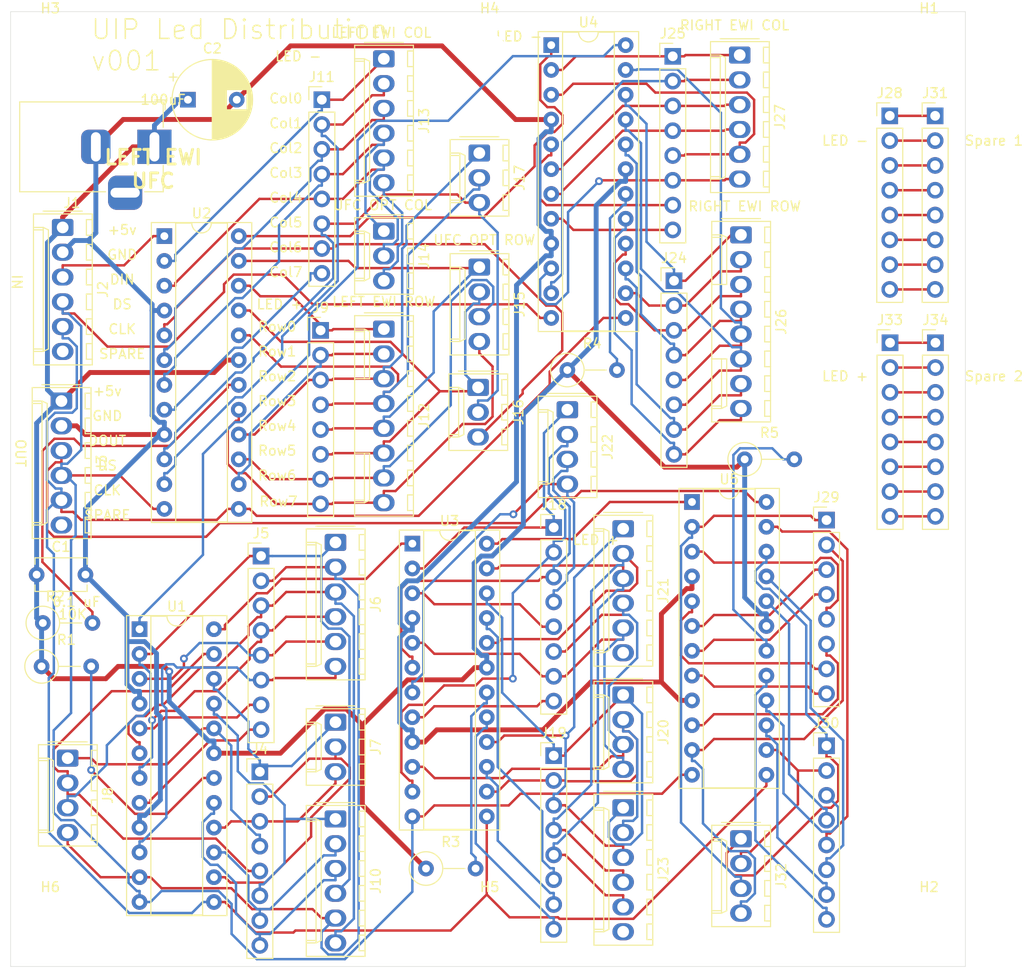
<source format=kicad_pcb>
(kicad_pcb (version 20171130) (host pcbnew "(5.1.5-0-10_14)")
  (layers (0 F.Cu signal) (31 B.Cu signal) (34 B.Paste user) (35 F.Paste user) (36 B.SilkS user) (37 F.SilkS user) (38 B.Mask user) (39 F.Mask user) (44 Edge.Cuts user))
  (net 0 "")
  (net 1 GND)
  (net 2 +5V)
  (net 3 /CLK)
  (net 4 /LOAD)
  (net 5 /DIN)
  (net 6 /DOUT)
  (net 7 "Net-(R1-Pad2)")
  (net 8 /CCol7)
  (net 9 /CCol6)
  (net 10 /CCol5)
  (net 11 /CCol4)
  (net 12 /CCol3)
  (net 13 /CCol2)
  (net 14 /CCol1)
  (net 15 /CCol0)
  (net 16 /CRow7)
  (net 17 /CRow6)
  (net 18 /CRow5)
  (net 19 /CRow4)
  (net 20 /CRow3)
  (net 21 /CRow2)
  (net 22 /CRow1)
  (net 23 /CRow0)
  (net 24 /ARow7)
  (net 25 /ARow6)
  (net 26 /ARow5)
  (net 27 /ARow4)
  (net 28 /ARow3)
  (net 29 /ARow2)
  (net 30 /ARow1)
  (net 31 /ARow0)
  (net 32 /ACol7)
  (net 33 /ACol6)
  (net 34 /ACol5)
  (net 35 /ACol4)
  (net 36 /ACol3)
  (net 37 /ACol2)
  (net 38 /ACol1)
  (net 39 /ACol0)
  (net 40 /DRow7)
  (net 41 /DRow6)
  (net 42 /DRow5)
  (net 43 /DRow4)
  (net 44 /DRow3)
  (net 45 /DRow2)
  (net 46 /DRow1)
  (net 47 /DRow0)
  (net 48 /DCol7)
  (net 49 /DCol6)
  (net 50 /DCol5)
  (net 51 /DCol4)
  (net 52 /DCol3)
  (net 53 /DCol2)
  (net 54 /DCol1)
  (net 55 /DCol0)
  (net 56 /BRow7)
  (net 57 /BRow6)
  (net 58 /BRow5)
  (net 59 /BRow4)
  (net 60 /BRow3)
  (net 61 /BRow2)
  (net 62 /BRow1)
  (net 63 /BRow0)
  (net 64 /BCol7)
  (net 65 /BCol6)
  (net 66 /BCol5)
  (net 67 /BCol4)
  (net 68 /BCol3)
  (net 69 /BCol2)
  (net 70 /BCol1)
  (net 71 /BCol0)
  (net 72 "Net-(R2-Pad2)")
  (net 73 "Net-(R3-Pad2)")
  (net 74 "Net-(R4-Pad2)")
  (net 75 /A-DOUT-B-DIN)
  (net 76 /C-DOUT-D-DIN)
  (net 77 /B-DOUT-C-DIN)
  (net 78 "Net-(J28-Pad8)")
  (net 79 "Net-(J28-Pad7)")
  (net 80 "Net-(J28-Pad6)")
  (net 81 "Net-(J28-Pad5)")
  (net 82 "Net-(J28-Pad4)")
  (net 83 "Net-(J28-Pad3)")
  (net 84 "Net-(J28-Pad2)")
  (net 85 "Net-(J28-Pad1)")
  (net 86 /ECol7)
  (net 87 /ECol6)
  (net 88 /ECol5)
  (net 89 /ECol4)
  (net 90 /ECol3)
  (net 91 /ECol2)
  (net 92 /ECol1)
  (net 93 /ECol0)
  (net 94 /ERow7)
  (net 95 /ERow6)
  (net 96 /ERow5)
  (net 97 /ERow4)
  (net 98 /ERow3)
  (net 99 /ERow2)
  (net 100 /ERow1)
  (net 101 /ERow0)
  (net 102 "Net-(J33-Pad8)")
  (net 103 "Net-(J33-Pad7)")
  (net 104 "Net-(J33-Pad6)")
  (net 105 "Net-(J33-Pad5)")
  (net 106 "Net-(J33-Pad4)")
  (net 107 "Net-(J33-Pad3)")
  (net 108 "Net-(J33-Pad2)")
  (net 109 "Net-(J33-Pad1)")
  (net 110 "Net-(R5-Pad2)")
  (net 111 /D-DOUT-E-DIN)
  (module PT_Library_v001:Molex_1x03_P2.54mm_Vertical (layer F.Cu) (at 161.036 58.928 270)
    (fp_text reference J17 (at 2.54 -4.12 90) (layer F.SilkS))
    (fp_text value "LEFT DIST")
    (pad 3 thru_hole oval (at 5.08 0 270) (size 1.74 2.2) (drill 1.2) (layers *.Cu *.Mask) (net 34 /ACol5))
    (pad 2 thru_hole oval (at 2.54 0 270) (size 1.74 2.2) (drill 1.2) (layers *.Cu *.Mask) (net 28 /ARow3))
    (pad 1 thru_hole roundrect (at 0 0 270) (size 1.74 2.2) (drill 1.2) (layers *.Cu *.Mask) (roundrect_rratio 0.143678) (net 29 /ARow2))
  )
  (module MountingHole:MountingHole_3.2mm_M3 (layer F.Cu) (at 117.094 138.303)
    (fp_text reference H6 (at 0 -4.2) (layer F.SilkS))
    (fp_text value MountingHole)
    (pad 1 np_thru_hole circle (at 0 0) (size 3.2 3.2) (drill 3.2) (layers *.Cu *.Mask))
  )
  (module MountingHole:MountingHole_3.2mm_M3 (layer F.Cu) (at 162.094 138.303)
    (fp_text reference H5 (at 0 -4.2) (layer F.SilkS))
    (fp_text value MountingHole)
    (pad 1 np_thru_hole circle (at 0 0) (size 3.2 3.2) (drill 3.2) (layers *.Cu *.Mask))
  )
  (module MountingHole:MountingHole_3.2mm_M3 (layer F.Cu) (at 162.094 48.303)
    (fp_text reference H4 (at 0 -4.2) (layer F.SilkS))
    (fp_text value MountingHole)
    (pad 1 np_thru_hole circle (at 0 0) (size 3.2 3.2) (drill 3.2) (layers *.Cu *.Mask))
  )
  (module MountingHole:MountingHole_3.2mm_M3 (layer F.Cu) (at 117.094 48.303)
    (fp_text reference H3 (at 0 -4.2) (layer F.SilkS))
    (fp_text value MountingHole)
    (pad 1 np_thru_hole circle (at 0 0) (size 3.2 3.2) (drill 3.2) (layers *.Cu *.Mask))
  )
  (module MountingHole:MountingHole_3.2mm_M3 (layer F.Cu) (at 207.094 138.303)
    (fp_text reference H2 (at 0 -4.2) (layer F.SilkS))
    (fp_text value MountingHole)
    (pad 1 np_thru_hole circle (at 0 0) (size 3.2 3.2) (drill 3.2) (layers *.Cu *.Mask))
  )
  (module MountingHole:MountingHole_3.2mm_M3 (layer F.Cu) (at 207.094 48.303)
    (fp_text reference H1 (at 0 -4.2) (layer F.SilkS))
    (fp_text value MountingHole)
    (pad 1 np_thru_hole circle (at 0 0) (size 3.2 3.2) (drill 3.2) (layers *.Cu *.Mask))
  )
  (module Package_DIP:DIP-24_W7.62mm_Socket (layer F.Cu) (at 182.818 94.669)
    (fp_text reference U5 (at 3.81 -2.33) (layer F.SilkS))
    (fp_text value MAX7219ENG-E)
    (pad 24 thru_hole oval (at 7.62 0) (size 1.6 1.6) (drill 0.8) (layers *.Cu *.Mask) (net 6 /DOUT))
    (pad 12 thru_hole oval (at 0 27.94) (size 1.6 1.6) (drill 0.8) (layers *.Cu *.Mask) (net 4 /LOAD))
    (pad 23 thru_hole oval (at 7.62 2.54) (size 1.6 1.6) (drill 0.8) (layers *.Cu *.Mask) (net 97 /ERow4))
    (pad 11 thru_hole oval (at 0 25.4) (size 1.6 1.6) (drill 0.8) (layers *.Cu *.Mask) (net 92 /ECol1))
    (pad 22 thru_hole oval (at 7.62 5.08) (size 1.6 1.6) (drill 0.8) (layers *.Cu *.Mask) (net 101 /ERow0))
    (pad 10 thru_hole oval (at 0 22.86) (size 1.6 1.6) (drill 0.8) (layers *.Cu *.Mask) (net 88 /ECol5))
    (pad 21 thru_hole oval (at 7.62 7.62) (size 1.6 1.6) (drill 0.8) (layers *.Cu *.Mask) (net 96 /ERow5))
    (pad 9 thru_hole oval (at 0 20.32) (size 1.6 1.6) (drill 0.8) (layers *.Cu *.Mask) (net 1 GND))
    (pad 20 thru_hole oval (at 7.62 10.16) (size 1.6 1.6) (drill 0.8) (layers *.Cu *.Mask) (net 98 /ERow3))
    (pad 8 thru_hole oval (at 0 17.78) (size 1.6 1.6) (drill 0.8) (layers *.Cu *.Mask) (net 86 /ECol7))
    (pad 19 thru_hole oval (at 7.62 12.7) (size 1.6 1.6) (drill 0.8) (layers *.Cu *.Mask) (net 2 +5V))
    (pad 7 thru_hole oval (at 0 15.24) (size 1.6 1.6) (drill 0.8) (layers *.Cu *.Mask) (net 90 /ECol3))
    (pad 18 thru_hole oval (at 7.62 15.24) (size 1.6 1.6) (drill 0.8) (layers *.Cu *.Mask) (net 110 "Net-(R5-Pad2)"))
    (pad 6 thru_hole oval (at 0 12.7) (size 1.6 1.6) (drill 0.8) (layers *.Cu *.Mask) (net 91 /ECol2))
    (pad 17 thru_hole oval (at 7.62 17.78) (size 1.6 1.6) (drill 0.8) (layers *.Cu *.Mask) (net 94 /ERow7))
    (pad 5 thru_hole oval (at 0 10.16) (size 1.6 1.6) (drill 0.8) (layers *.Cu *.Mask) (net 87 /ECol6))
    (pad 16 thru_hole oval (at 7.62 20.32) (size 1.6 1.6) (drill 0.8) (layers *.Cu *.Mask) (net 99 /ERow2))
    (pad 4 thru_hole oval (at 0 7.62) (size 1.6 1.6) (drill 0.8) (layers *.Cu *.Mask) (net 1 GND))
    (pad 15 thru_hole oval (at 7.62 22.86) (size 1.6 1.6) (drill 0.8) (layers *.Cu *.Mask) (net 95 /ERow6))
    (pad 3 thru_hole oval (at 0 5.08) (size 1.6 1.6) (drill 0.8) (layers *.Cu *.Mask) (net 89 /ECol4))
    (pad 14 thru_hole oval (at 7.62 25.4) (size 1.6 1.6) (drill 0.8) (layers *.Cu *.Mask) (net 100 /ERow1))
    (pad 2 thru_hole oval (at 0 2.54) (size 1.6 1.6) (drill 0.8) (layers *.Cu *.Mask) (net 93 /ECol0))
    (pad 13 thru_hole oval (at 7.62 27.94) (size 1.6 1.6) (drill 0.8) (layers *.Cu *.Mask) (net 3 /CLK))
    (pad 1 thru_hole rect (at 0 0) (size 1.6 1.6) (drill 0.8) (layers *.Cu *.Mask) (net 111 /D-DOUT-E-DIN))
  )
  (module Resistor_THT:R_Axial_DIN0309_L9.0mm_D3.2mm_P5.08mm_Vertical (layer F.Cu) (at 188.214 90.297)
    (fp_text reference R5 (at 2.54 -2.72) (layer F.SilkS))
    (fp_text value 10K)
    (pad 2 thru_hole oval (at 5.08 0) (size 1.6 1.6) (drill 0.8) (layers *.Cu *.Mask) (net 110 "Net-(R5-Pad2)"))
    (pad 1 thru_hole circle (at 0 0) (size 1.6 1.6) (drill 0.8) (layers *.Cu *.Mask) (net 2 +5V))
  )
  (module PT_Library_v001:Molex_1x04_P2.54mm_Vertical (layer F.Cu) (at 187.833 129.159 270)
    (fp_text reference J32 (at 3.81 -4.12 90) (layer F.SilkS))
    (fp_text value "AOA - SEP DIM")
    (pad 4 thru_hole oval (at 7.62 0 270) (size 1.74 2.2) (drill 1.2) (layers *.Cu *.Mask) (net 92 /ECol1))
    (pad 3 thru_hole oval (at 5.08 0 270) (size 1.74 2.2) (drill 1.2) (layers *.Cu *.Mask) (net 93 /ECol0))
    (pad 2 thru_hole oval (at 2.54 0 270) (size 1.74 2.2) (drill 1.2) (layers *.Cu *.Mask) (net 100 /ERow1))
    (pad 1 thru_hole roundrect (at 0 0 270) (size 1.74 2.2) (drill 1.2) (layers *.Cu *.Mask) (roundrect_rratio 0.143678) (net 101 /ERow0))
  )
  (module Connector_PinHeader_2.54mm:PinHeader_1x08_P2.54mm_Vertical (layer F.Cu) (at 196.596 119.634)
    (fp_text reference J30 (at 0 -2.33) (layer F.SilkS))
    (fp_text value " ")
    (pad 8 thru_hole oval (at 0 17.78) (size 1.7 1.7) (drill 1) (layers *.Cu *.Mask) (net 94 /ERow7))
    (pad 7 thru_hole oval (at 0 15.24) (size 1.7 1.7) (drill 1) (layers *.Cu *.Mask) (net 95 /ERow6))
    (pad 6 thru_hole oval (at 0 12.7) (size 1.7 1.7) (drill 1) (layers *.Cu *.Mask) (net 96 /ERow5))
    (pad 5 thru_hole oval (at 0 10.16) (size 1.7 1.7) (drill 1) (layers *.Cu *.Mask) (net 97 /ERow4))
    (pad 4 thru_hole oval (at 0 7.62) (size 1.7 1.7) (drill 1) (layers *.Cu *.Mask) (net 98 /ERow3))
    (pad 3 thru_hole oval (at 0 5.08) (size 1.7 1.7) (drill 1) (layers *.Cu *.Mask) (net 99 /ERow2))
    (pad 2 thru_hole oval (at 0 2.54) (size 1.7 1.7) (drill 1) (layers *.Cu *.Mask) (net 100 /ERow1))
    (pad 1 thru_hole rect (at 0 0) (size 1.7 1.7) (drill 1) (layers *.Cu *.Mask) (net 101 /ERow0))
  )
  (module Connector_PinHeader_2.54mm:PinHeader_1x08_P2.54mm_Vertical (layer F.Cu) (at 196.596 96.52)
    (fp_text reference J29 (at 0 -2.33) (layer F.SilkS))
    (fp_text value " ")
    (pad 8 thru_hole oval (at 0 17.78) (size 1.7 1.7) (drill 1) (layers *.Cu *.Mask) (net 86 /ECol7))
    (pad 7 thru_hole oval (at 0 15.24) (size 1.7 1.7) (drill 1) (layers *.Cu *.Mask) (net 87 /ECol6))
    (pad 6 thru_hole oval (at 0 12.7) (size 1.7 1.7) (drill 1) (layers *.Cu *.Mask) (net 88 /ECol5))
    (pad 5 thru_hole oval (at 0 10.16) (size 1.7 1.7) (drill 1) (layers *.Cu *.Mask) (net 89 /ECol4))
    (pad 4 thru_hole oval (at 0 7.62) (size 1.7 1.7) (drill 1) (layers *.Cu *.Mask) (net 90 /ECol3))
    (pad 3 thru_hole oval (at 0 5.08) (size 1.7 1.7) (drill 1) (layers *.Cu *.Mask) (net 91 /ECol2))
    (pad 2 thru_hole oval (at 0 2.54) (size 1.7 1.7) (drill 1) (layers *.Cu *.Mask) (net 92 /ECol1))
    (pad 1 thru_hole rect (at 0 0) (size 1.7 1.7) (drill 1) (layers *.Cu *.Mask) (net 93 /ECol0))
  )
  (module PT_Library_v001:Molex_1x06_P2.54mm_Vertical (layer F.Cu) (at 118.237 84.328 270)
    (fp_text reference J3 (at 6.35 -4.12 90) (layer F.SilkS))
    (fp_text value " ")
    (pad 6 thru_hole oval (at 12.7 0 270) (size 1.74 2.2) (drill 1.2) (layers *.Cu *.Mask))
    (pad 5 thru_hole oval (at 10.16 0 270) (size 1.74 2.2) (drill 1.2) (layers *.Cu *.Mask) (net 3 /CLK))
    (pad 4 thru_hole oval (at 7.62 0 270) (size 1.74 2.2) (drill 1.2) (layers *.Cu *.Mask) (net 4 /LOAD))
    (pad 3 thru_hole oval (at 5.08 0 270) (size 1.74 2.2) (drill 1.2) (layers *.Cu *.Mask) (net 6 /DOUT))
    (pad 2 thru_hole oval (at 2.54 0 270) (size 1.74 2.2) (drill 1.2) (layers *.Cu *.Mask) (net 1 GND))
    (pad 1 thru_hole roundrect (at 0 0 270) (size 1.74 2.2) (drill 1.2) (layers *.Cu *.Mask) (roundrect_rratio 0.143678) (net 2 +5V))
  )
  (module PT_Library_v001:Molex_1x06_P2.54mm_Vertical (layer F.Cu) (at 118.364 66.548 270)
    (fp_text reference J2 (at 6.35 -4.12 90) (layer F.SilkS))
    (fp_text value " ")
    (pad 6 thru_hole oval (at 12.7 0 270) (size 1.74 2.2) (drill 1.2) (layers *.Cu *.Mask))
    (pad 5 thru_hole oval (at 10.16 0 270) (size 1.74 2.2) (drill 1.2) (layers *.Cu *.Mask) (net 3 /CLK))
    (pad 4 thru_hole oval (at 7.62 0 270) (size 1.74 2.2) (drill 1.2) (layers *.Cu *.Mask) (net 4 /LOAD))
    (pad 3 thru_hole oval (at 5.08 0 270) (size 1.74 2.2) (drill 1.2) (layers *.Cu *.Mask) (net 5 /DIN))
    (pad 2 thru_hole oval (at 2.54 0 270) (size 1.74 2.2) (drill 1.2) (layers *.Cu *.Mask) (net 1 GND))
    (pad 1 thru_hole roundrect (at 0 0 270) (size 1.74 2.2) (drill 1.2) (layers *.Cu *.Mask) (roundrect_rratio 0.143678) (net 2 +5V))
  )
  (module Connector_BarrelJack:BarrelJack_Horizontal (layer F.Cu) (at 127.762 58.293)
    (fp_text reference J1 (at -8.45 5.75) (layer F.SilkS))
    (fp_text value Conn_01x02_Female)
    (pad 3 thru_hole roundrect (at -3 4.7) (size 3.5 3.5) (drill oval 3 1) (layers *.Cu *.Mask))
    (pad 2 thru_hole roundrect (at -6 0) (size 3 3.5) (drill oval 1 3) (layers *.Cu *.Mask) (net 1 GND))
    (pad 1 thru_hole rect (at 0 0) (size 3.5 3.5) (drill oval 1 3) (layers *.Cu *.Mask) (net 2 +5V))
  )
  (module PT_Library_v001:Molex_1x06_P2.54mm_Vertical (layer F.Cu) (at 175.768 97.409 270)
    (fp_text reference J21 (at 6.35 -4.12 90) (layer F.SilkS))
    (fp_text value "LOCK SHOOT")
    (pad 6 thru_hole oval (at 12.7 0 270) (size 1.74 2.2) (drill 1.2) (layers *.Cu *.Mask))
    (pad 5 thru_hole oval (at 10.16 0 270) (size 1.74 2.2) (drill 1.2) (layers *.Cu *.Mask) (net 49 /DCol6))
    (pad 4 thru_hole oval (at 7.62 0 270) (size 1.74 2.2) (drill 1.2) (layers *.Cu *.Mask) (net 50 /DCol5))
    (pad 3 thru_hole oval (at 5.08 0 270) (size 1.74 2.2) (drill 1.2) (layers *.Cu *.Mask) (net 43 /DRow4))
    (pad 2 thru_hole oval (at 2.54 0 270) (size 1.74 2.2) (drill 1.2) (layers *.Cu *.Mask) (net 44 /DRow3))
    (pad 1 thru_hole roundrect (at 0 0 270) (size 1.74 2.2) (drill 1.2) (layers *.Cu *.Mask) (roundrect_rratio 0.143678) (net 45 /DRow2))
  )
  (module PT_Library_v001:Molex_1x04_P2.54mm_Vertical (layer F.Cu) (at 175.768 114.427 270)
    (fp_text reference J20 (at 3.81 -4.12 90) (layer F.SilkS))
    (fp_text value "Right Distribution")
    (pad 4 thru_hole oval (at 7.62 0 270) (size 1.74 2.2) (drill 1.2) (layers *.Cu *.Mask) (net 49 /DCol6))
    (pad 3 thru_hole oval (at 5.08 0 270) (size 1.74 2.2) (drill 1.2) (layers *.Cu *.Mask) (net 50 /DCol5))
    (pad 2 thru_hole oval (at 2.54 0 270) (size 1.74 2.2) (drill 1.2) (layers *.Cu *.Mask) (net 46 /DRow1))
    (pad 1 thru_hole roundrect (at 0 0 270) (size 1.74 2.2) (drill 1.2) (layers *.Cu *.Mask) (roundrect_rratio 0.143678) (net 47 /DRow0))
  )
  (module PT_Library_v001:Molex_1x06_P2.54mm_Vertical (layer F.Cu) (at 175.768 125.984 270)
    (fp_text reference J23 (at 6.35 -4.12 90) (layer F.SilkS))
    (fp_text value "Caution Rows")
    (pad 6 thru_hole oval (at 12.7 0 270) (size 1.74 2.2) (drill 1.2) (layers *.Cu *.Mask))
    (pad 5 thru_hole oval (at 10.16 0 270) (size 1.74 2.2) (drill 1.2) (layers *.Cu *.Mask) (net 43 /DRow4))
    (pad 4 thru_hole oval (at 7.62 0 270) (size 1.74 2.2) (drill 1.2) (layers *.Cu *.Mask) (net 44 /DRow3))
    (pad 3 thru_hole oval (at 5.08 0 270) (size 1.74 2.2) (drill 1.2) (layers *.Cu *.Mask) (net 45 /DRow2))
    (pad 2 thru_hole oval (at 2.54 0 270) (size 1.74 2.2) (drill 1.2) (layers *.Cu *.Mask) (net 46 /DRow1))
    (pad 1 thru_hole roundrect (at 0 0 270) (size 1.74 2.2) (drill 1.2) (layers *.Cu *.Mask) (roundrect_rratio 0.143678) (net 47 /DRow0))
  )
  (module PT_Library_v001:Molex_1x04_P2.54mm_Vertical (layer F.Cu) (at 170.053 85.217 270)
    (fp_text reference J22 (at 3.81 -4.12 90) (layer F.SilkS))
    (fp_text value "Caution Columns")
    (pad 4 thru_hole oval (at 7.62 0 270) (size 1.74 2.2) (drill 1.2) (layers *.Cu *.Mask) (net 52 /DCol3))
    (pad 3 thru_hole oval (at 5.08 0 270) (size 1.74 2.2) (drill 1.2) (layers *.Cu *.Mask) (net 53 /DCol2))
    (pad 2 thru_hole oval (at 2.54 0 270) (size 1.74 2.2) (drill 1.2) (layers *.Cu *.Mask) (net 54 /DCol1))
    (pad 1 thru_hole roundrect (at 0 0 270) (size 1.74 2.2) (drill 1.2) (layers *.Cu *.Mask) (roundrect_rratio 0.143678) (net 55 /DCol0))
  )
  (module PT_Library_v001:Molex_1x03_P2.54mm_Vertical (layer F.Cu) (at 160.909 82.931 270)
    (fp_text reference J16 (at 2.54 -4.12 90) (layer F.SilkS))
    (fp_text value "BIT LED")
    (pad 3 thru_hole oval (at 5.08 0 270) (size 1.74 2.2) (drill 1.2) (layers *.Cu *.Mask) (net 33 /ACol6))
    (pad 2 thru_hole oval (at 2.54 0 270) (size 1.74 2.2) (drill 1.2) (layers *.Cu *.Mask) (net 34 /ACol5))
    (pad 1 thru_hole roundrect (at 0 0 270) (size 1.74 2.2) (drill 1.2) (layers *.Cu *.Mask) (roundrect_rratio 0.143678) (net 26 /ARow5))
  )
  (module PT_Library_v001:Molex_1x06_P2.54mm_Vertical (layer F.Cu) (at 146.304 127.127 270)
    (fp_text reference J10 (at 6.35 -4.12 90) (layer F.SilkS))
    (fp_text value "MASTER ARM")
    (pad 6 thru_hole oval (at 12.7 0 270) (size 1.74 2.2) (drill 1.2) (layers *.Cu *.Mask) (net 13 /CCol2))
    (pad 5 thru_hole oval (at 10.16 0 270) (size 1.74 2.2) (drill 1.2) (layers *.Cu *.Mask) (net 14 /CCol1))
    (pad 4 thru_hole oval (at 7.62 0 270) (size 1.74 2.2) (drill 1.2) (layers *.Cu *.Mask) (net 15 /CCol0))
    (pad 3 thru_hole oval (at 5.08 0 270) (size 1.74 2.2) (drill 1.2) (layers *.Cu *.Mask) (net 16 /CRow7))
    (pad 2 thru_hole oval (at 2.54 0 270) (size 1.74 2.2) (drill 1.2) (layers *.Cu *.Mask) (net 17 /CRow6))
    (pad 1 thru_hole roundrect (at 0 0 270) (size 1.74 2.2) (drill 1.2) (layers *.Cu *.Mask) (roundrect_rratio 0.143678) (net 18 /CRow5))
  )
  (module PT_Library_v001:Molex_1x04_P2.54mm_Vertical (layer F.Cu) (at 118.872 120.904 270)
    (fp_text reference J8 (at 3.81 -4.12 90) (layer F.SilkS))
    (fp_text value AOA)
    (pad 4 thru_hole oval (at 7.62 0 270) (size 1.74 2.2) (drill 1.2) (layers *.Cu *.Mask) (net 14 /CCol1))
    (pad 3 thru_hole oval (at 5.08 0 270) (size 1.74 2.2) (drill 1.2) (layers *.Cu *.Mask) (net 15 /CCol0))
    (pad 2 thru_hole oval (at 2.54 0 270) (size 1.74 2.2) (drill 1.2) (layers *.Cu *.Mask) (net 19 /CRow4))
    (pad 1 thru_hole roundrect (at 0 0 270) (size 1.74 2.2) (drill 1.2) (layers *.Cu *.Mask) (roundrect_rratio 0.143678) (net 20 /CRow3))
  )
  (module PT_Library_v001:Molex_1x03_P2.54mm_Vertical (layer F.Cu) (at 146.304 117.221 270)
    (fp_text reference J7 (at 2.54 -4.12 90) (layer F.SilkS))
    (fp_text value "FLAPS GEAR ROWS")
    (pad 3 thru_hole oval (at 5.08 0 270) (size 1.74 2.2) (drill 1.2) (layers *.Cu *.Mask) (net 21 /CRow2))
    (pad 2 thru_hole oval (at 2.54 0 270) (size 1.74 2.2) (drill 1.2) (layers *.Cu *.Mask) (net 22 /CRow1))
    (pad 1 thru_hole roundrect (at 0 0 270) (size 1.74 2.2) (drill 1.2) (layers *.Cu *.Mask) (roundrect_rratio 0.143678) (net 23 /CRow0))
  )
  (module PT_Library_v001:Molex_1x06_P2.54mm_Vertical (layer F.Cu) (at 146.304 98.806 270)
    (fp_text reference J6 (at 6.35 -4.12 90) (layer F.SilkS))
    (fp_text value "FLAPS GEAR COLUMNS")
    (pad 6 thru_hole oval (at 12.7 0 270) (size 1.74 2.2) (drill 1.2) (layers *.Cu *.Mask) (net 10 /CCol5))
    (pad 5 thru_hole oval (at 10.16 0 270) (size 1.74 2.2) (drill 1.2) (layers *.Cu *.Mask) (net 11 /CCol4))
    (pad 4 thru_hole oval (at 7.62 0 270) (size 1.74 2.2) (drill 1.2) (layers *.Cu *.Mask) (net 12 /CCol3))
    (pad 3 thru_hole oval (at 5.08 0 270) (size 1.74 2.2) (drill 1.2) (layers *.Cu *.Mask) (net 13 /CCol2))
    (pad 2 thru_hole oval (at 2.54 0 270) (size 1.74 2.2) (drill 1.2) (layers *.Cu *.Mask) (net 14 /CCol1))
    (pad 1 thru_hole roundrect (at 0 0 270) (size 1.74 2.2) (drill 1.2) (layers *.Cu *.Mask) (roundrect_rratio 0.143678) (net 15 /CCol0))
  )
  (module PT_Library_v001:Molex_1x06_P2.54mm_Vertical (layer F.Cu) (at 187.706 48.895 270)
    (fp_text reference J27 (at 6.35 -4.12 90) (layer F.SilkS))
    (fp_text value "RIGHT EWI COL" (at -3.048 0.532) (layer F.SilkS))
    (pad 6 thru_hole oval (at 12.7 0 270) (size 1.74 2.2) (drill 1.2) (layers *.Cu *.Mask) (net 66 /BCol5))
    (pad 5 thru_hole oval (at 10.16 0 270) (size 1.74 2.2) (drill 1.2) (layers *.Cu *.Mask) (net 67 /BCol4))
    (pad 4 thru_hole oval (at 7.62 0 270) (size 1.74 2.2) (drill 1.2) (layers *.Cu *.Mask) (net 68 /BCol3))
    (pad 3 thru_hole oval (at 5.08 0 270) (size 1.74 2.2) (drill 1.2) (layers *.Cu *.Mask) (net 69 /BCol2))
    (pad 2 thru_hole oval (at 2.54 0 270) (size 1.74 2.2) (drill 1.2) (layers *.Cu *.Mask) (net 70 /BCol1))
    (pad 1 thru_hole roundrect (at 0 0 270) (size 1.74 2.2) (drill 1.2) (layers *.Cu *.Mask) (roundrect_rratio 0.143678) (net 71 /BCol0))
  )
  (module PT_Library_v001:Molex_1x08_P2.54mm_Vertical (layer F.Cu) (at 187.833 67.31 270)
    (fp_text reference J26 (at 8.89 -4.12 90) (layer F.SilkS))
    (fp_text value "RIGHT EWI ROW" (at -2.921 -0.381) (layer F.SilkS))
    (pad 8 thru_hole oval (at 17.78 0 270) (size 1.74 2.2) (drill 1.2) (layers *.Cu *.Mask) (net 56 /BRow7))
    (pad 7 thru_hole oval (at 15.24 0 270) (size 1.74 2.2) (drill 1.2) (layers *.Cu *.Mask) (net 57 /BRow6))
    (pad 6 thru_hole oval (at 12.7 0 270) (size 1.74 2.2) (drill 1.2) (layers *.Cu *.Mask) (net 58 /BRow5))
    (pad 5 thru_hole oval (at 10.16 0 270) (size 1.74 2.2) (drill 1.2) (layers *.Cu *.Mask) (net 59 /BRow4))
    (pad 4 thru_hole oval (at 7.62 0 270) (size 1.74 2.2) (drill 1.2) (layers *.Cu *.Mask) (net 60 /BRow3))
    (pad 3 thru_hole oval (at 5.08 0 270) (size 1.74 2.2) (drill 1.2) (layers *.Cu *.Mask) (net 61 /BRow2))
    (pad 2 thru_hole oval (at 2.54 0 270) (size 1.74 2.2) (drill 1.2) (layers *.Cu *.Mask) (net 62 /BRow1))
    (pad 1 thru_hole roundrect (at 0 0 270) (size 1.74 2.2) (drill 1.2) (layers *.Cu *.Mask) (roundrect_rratio 0.143678) (net 63 /BRow0))
  )
  (module PT_Library_v001:Molex_1x04_P2.54mm_Vertical (layer F.Cu) (at 161.036 70.612 270)
    (fp_text reference J15 (at 3.81 -4.12 90) (layer F.SilkS))
    (fp_text value "UFC OPT ROW" (at -2.776 -0.508) (layer F.SilkS))
    (pad 4 thru_hole oval (at 7.62 0 270) (size 1.74 2.2) (drill 1.2) (layers *.Cu *.Mask) (net 24 /ARow7))
    (pad 3 thru_hole oval (at 5.08 0 270) (size 1.74 2.2) (drill 1.2) (layers *.Cu *.Mask) (net 25 /ARow6))
    (pad 2 thru_hole oval (at 2.54 0 270) (size 1.74 2.2) (drill 1.2) (layers *.Cu *.Mask) (net 26 /ARow5))
    (pad 1 thru_hole roundrect (at 0 0 270) (size 1.74 2.2) (drill 1.2) (layers *.Cu *.Mask) (roundrect_rratio 0.143678) (net 27 /ARow4))
  )
  (module PT_Library_v001:Molex_1x03_P2.54mm_Vertical (layer F.Cu) (at 151.257 66.929 270)
    (fp_text reference J14 (at 2.54 -4.12 90) (layer F.SilkS))
    (fp_text value "UFC OPT COL" (at -2.667 0.127) (layer F.SilkS))
    (pad 3 thru_hole oval (at 5.08 0 270) (size 1.74 2.2) (drill 1.2) (layers *.Cu *.Mask) (net 34 /ACol5))
    (pad 2 thru_hole oval (at 2.54 0 270) (size 1.74 2.2) (drill 1.2) (layers *.Cu *.Mask) (net 35 /ACol4))
    (pad 1 thru_hole roundrect (at 0 0 270) (size 1.74 2.2) (drill 1.2) (layers *.Cu *.Mask) (roundrect_rratio 0.143678) (net 36 /ACol3))
  )
  (module PT_Library_v001:Molex_1x08_P2.54mm_Vertical (layer F.Cu) (at 151.257 76.962 270)
    (fp_text reference J12 (at 8.89 -4.12 90) (layer F.SilkS))
    (fp_text value "LEFT EWI ROW" (at -2.794 0) (layer F.SilkS))
    (pad 8 thru_hole oval (at 17.78 0 270) (size 1.74 2.2) (drill 1.2) (layers *.Cu *.Mask) (net 24 /ARow7))
    (pad 7 thru_hole oval (at 15.24 0 270) (size 1.74 2.2) (drill 1.2) (layers *.Cu *.Mask) (net 25 /ARow6))
    (pad 6 thru_hole oval (at 12.7 0 270) (size 1.74 2.2) (drill 1.2) (layers *.Cu *.Mask) (net 26 /ARow5))
    (pad 5 thru_hole oval (at 10.16 0 270) (size 1.74 2.2) (drill 1.2) (layers *.Cu *.Mask) (net 27 /ARow4))
    (pad 4 thru_hole oval (at 7.62 0 270) (size 1.74 2.2) (drill 1.2) (layers *.Cu *.Mask) (net 28 /ARow3))
    (pad 3 thru_hole oval (at 5.08 0 270) (size 1.74 2.2) (drill 1.2) (layers *.Cu *.Mask) (net 29 /ARow2))
    (pad 2 thru_hole oval (at 2.54 0 270) (size 1.74 2.2) (drill 1.2) (layers *.Cu *.Mask) (net 30 /ARow1))
    (pad 1 thru_hole roundrect (at 0 0 270) (size 1.74 2.2) (drill 1.2) (layers *.Cu *.Mask) (roundrect_rratio 0.143678) (net 31 /ARow0))
  )
  (module PT_Library_v001:Molex_1x06_P2.54mm_Vertical (layer F.Cu) (at 151.257 49.276 270)
    (fp_text reference J13 (at 6.35 -4.12 90) (layer F.SilkS))
    (fp_text value "LEFT EWI COL" (at -2.667 0.254 180) (layer F.SilkS))
    (pad 6 thru_hole oval (at 12.7 0 270) (size 1.74 2.2) (drill 1.2) (layers *.Cu *.Mask) (net 34 /ACol5))
    (pad 5 thru_hole oval (at 10.16 0 270) (size 1.74 2.2) (drill 1.2) (layers *.Cu *.Mask) (net 35 /ACol4))
    (pad 4 thru_hole oval (at 7.62 0 270) (size 1.74 2.2) (drill 1.2) (layers *.Cu *.Mask) (net 36 /ACol3))
    (pad 3 thru_hole oval (at 5.08 0 270) (size 1.74 2.2) (drill 1.2) (layers *.Cu *.Mask) (net 37 /ACol2))
    (pad 2 thru_hole oval (at 2.54 0 270) (size 1.74 2.2) (drill 1.2) (layers *.Cu *.Mask) (net 38 /ACol1))
    (pad 1 thru_hole roundrect (at 0 0 270) (size 1.74 2.2) (drill 1.2) (layers *.Cu *.Mask) (roundrect_rratio 0.143678) (net 39 /ACol0))
  )
  (module Package_DIP:DIP-24_W7.62mm_Socket (layer F.Cu) (at 126.238 107.696)
    (fp_text reference U1 (at 3.81 -2.33) (layer F.SilkS))
    (fp_text value MAX7219ENG-C)
    (pad 24 thru_hole oval (at 7.62 0) (size 1.6 1.6) (drill 0.8) (layers *.Cu *.Mask) (net 76 /C-DOUT-D-DIN))
    (pad 12 thru_hole oval (at 0 27.94) (size 1.6 1.6) (drill 0.8) (layers *.Cu *.Mask) (net 4 /LOAD))
    (pad 23 thru_hole oval (at 7.62 2.54) (size 1.6 1.6) (drill 0.8) (layers *.Cu *.Mask) (net 19 /CRow4))
    (pad 11 thru_hole oval (at 0 25.4) (size 1.6 1.6) (drill 0.8) (layers *.Cu *.Mask) (net 14 /CCol1))
    (pad 22 thru_hole oval (at 7.62 5.08) (size 1.6 1.6) (drill 0.8) (layers *.Cu *.Mask) (net 23 /CRow0))
    (pad 10 thru_hole oval (at 0 22.86) (size 1.6 1.6) (drill 0.8) (layers *.Cu *.Mask) (net 10 /CCol5))
    (pad 21 thru_hole oval (at 7.62 7.62) (size 1.6 1.6) (drill 0.8) (layers *.Cu *.Mask) (net 18 /CRow5))
    (pad 9 thru_hole oval (at 0 20.32) (size 1.6 1.6) (drill 0.8) (layers *.Cu *.Mask) (net 1 GND))
    (pad 20 thru_hole oval (at 7.62 10.16) (size 1.6 1.6) (drill 0.8) (layers *.Cu *.Mask) (net 20 /CRow3))
    (pad 8 thru_hole oval (at 0 17.78) (size 1.6 1.6) (drill 0.8) (layers *.Cu *.Mask) (net 8 /CCol7))
    (pad 19 thru_hole oval (at 7.62 12.7) (size 1.6 1.6) (drill 0.8) (layers *.Cu *.Mask) (net 2 +5V))
    (pad 7 thru_hole oval (at 0 15.24) (size 1.6 1.6) (drill 0.8) (layers *.Cu *.Mask) (net 12 /CCol3))
    (pad 18 thru_hole oval (at 7.62 15.24) (size 1.6 1.6) (drill 0.8) (layers *.Cu *.Mask) (net 7 "Net-(R1-Pad2)"))
    (pad 6 thru_hole oval (at 0 12.7) (size 1.6 1.6) (drill 0.8) (layers *.Cu *.Mask) (net 13 /CCol2))
    (pad 17 thru_hole oval (at 7.62 17.78) (size 1.6 1.6) (drill 0.8) (layers *.Cu *.Mask) (net 16 /CRow7))
    (pad 5 thru_hole oval (at 0 10.16) (size 1.6 1.6) (drill 0.8) (layers *.Cu *.Mask) (net 9 /CCol6))
    (pad 16 thru_hole oval (at 7.62 20.32) (size 1.6 1.6) (drill 0.8) (layers *.Cu *.Mask) (net 21 /CRow2))
    (pad 4 thru_hole oval (at 0 7.62) (size 1.6 1.6) (drill 0.8) (layers *.Cu *.Mask) (net 1 GND))
    (pad 15 thru_hole oval (at 7.62 22.86) (size 1.6 1.6) (drill 0.8) (layers *.Cu *.Mask) (net 17 /CRow6))
    (pad 3 thru_hole oval (at 0 5.08) (size 1.6 1.6) (drill 0.8) (layers *.Cu *.Mask) (net 11 /CCol4))
    (pad 14 thru_hole oval (at 7.62 25.4) (size 1.6 1.6) (drill 0.8) (layers *.Cu *.Mask) (net 22 /CRow1))
    (pad 2 thru_hole oval (at 0 2.54) (size 1.6 1.6) (drill 0.8) (layers *.Cu *.Mask) (net 15 /CCol0))
    (pad 13 thru_hole oval (at 7.62 27.94) (size 1.6 1.6) (drill 0.8) (layers *.Cu *.Mask) (net 3 /CLK))
    (pad 1 thru_hole rect (at 0 0) (size 1.6 1.6) (drill 0.8) (layers *.Cu *.Mask) (net 77 /B-DOUT-C-DIN))
  )
  (module Package_DIP:DIP-24_W7.62mm_Socket (layer F.Cu) (at 168.402 47.879)
    (fp_text reference U4 (at 3.81 -2.33) (layer F.SilkS))
    (fp_text value MAX7219ENG-B)
    (pad 24 thru_hole oval (at 7.62 0) (size 1.6 1.6) (drill 0.8) (layers *.Cu *.Mask) (net 77 /B-DOUT-C-DIN))
    (pad 12 thru_hole oval (at 0 27.94) (size 1.6 1.6) (drill 0.8) (layers *.Cu *.Mask) (net 4 /LOAD))
    (pad 23 thru_hole oval (at 7.62 2.54) (size 1.6 1.6) (drill 0.8) (layers *.Cu *.Mask) (net 59 /BRow4))
    (pad 11 thru_hole oval (at 0 25.4) (size 1.6 1.6) (drill 0.8) (layers *.Cu *.Mask) (net 70 /BCol1))
    (pad 22 thru_hole oval (at 7.62 5.08) (size 1.6 1.6) (drill 0.8) (layers *.Cu *.Mask) (net 63 /BRow0))
    (pad 10 thru_hole oval (at 0 22.86) (size 1.6 1.6) (drill 0.8) (layers *.Cu *.Mask) (net 66 /BCol5))
    (pad 21 thru_hole oval (at 7.62 7.62) (size 1.6 1.6) (drill 0.8) (layers *.Cu *.Mask) (net 58 /BRow5))
    (pad 9 thru_hole oval (at 0 20.32) (size 1.6 1.6) (drill 0.8) (layers *.Cu *.Mask) (net 1 GND))
    (pad 20 thru_hole oval (at 7.62 10.16) (size 1.6 1.6) (drill 0.8) (layers *.Cu *.Mask) (net 60 /BRow3))
    (pad 8 thru_hole oval (at 0 17.78) (size 1.6 1.6) (drill 0.8) (layers *.Cu *.Mask) (net 64 /BCol7))
    (pad 19 thru_hole oval (at 7.62 12.7) (size 1.6 1.6) (drill 0.8) (layers *.Cu *.Mask) (net 2 +5V))
    (pad 7 thru_hole oval (at 0 15.24) (size 1.6 1.6) (drill 0.8) (layers *.Cu *.Mask) (net 68 /BCol3))
    (pad 18 thru_hole oval (at 7.62 15.24) (size 1.6 1.6) (drill 0.8) (layers *.Cu *.Mask) (net 74 "Net-(R4-Pad2)"))
    (pad 6 thru_hole oval (at 0 12.7) (size 1.6 1.6) (drill 0.8) (layers *.Cu *.Mask) (net 69 /BCol2))
    (pad 17 thru_hole oval (at 7.62 17.78) (size 1.6 1.6) (drill 0.8) (layers *.Cu *.Mask) (net 56 /BRow7))
    (pad 5 thru_hole oval (at 0 10.16) (size 1.6 1.6) (drill 0.8) (layers *.Cu *.Mask) (net 65 /BCol6))
    (pad 16 thru_hole oval (at 7.62 20.32) (size 1.6 1.6) (drill 0.8) (layers *.Cu *.Mask) (net 61 /BRow2))
    (pad 4 thru_hole oval (at 0 7.62) (size 1.6 1.6) (drill 0.8) (layers *.Cu *.Mask) (net 1 GND))
    (pad 15 thru_hole oval (at 7.62 22.86) (size 1.6 1.6) (drill 0.8) (layers *.Cu *.Mask) (net 57 /BRow6))
    (pad 3 thru_hole oval (at 0 5.08) (size 1.6 1.6) (drill 0.8) (layers *.Cu *.Mask) (net 67 /BCol4))
    (pad 14 thru_hole oval (at 7.62 25.4) (size 1.6 1.6) (drill 0.8) (layers *.Cu *.Mask) (net 62 /BRow1))
    (pad 2 thru_hole oval (at 0 2.54) (size 1.6 1.6) (drill 0.8) (layers *.Cu *.Mask) (net 71 /BCol0))
    (pad 13 thru_hole oval (at 7.62 27.94) (size 1.6 1.6) (drill 0.8) (layers *.Cu *.Mask) (net 3 /CLK))
    (pad 1 thru_hole rect (at 0 0) (size 1.6 1.6) (drill 0.8) (layers *.Cu *.Mask) (net 75 /A-DOUT-B-DIN))
  )
  (module Package_DIP:DIP-24_W7.62mm_Socket (layer F.Cu) (at 154.178 98.933)
    (fp_text reference U3 (at 3.81 -2.33) (layer F.SilkS))
    (fp_text value MAX7219ENG-D)
    (pad 24 thru_hole oval (at 7.62 0) (size 1.6 1.6) (drill 0.8) (layers *.Cu *.Mask) (net 111 /D-DOUT-E-DIN))
    (pad 12 thru_hole oval (at 0 27.94) (size 1.6 1.6) (drill 0.8) (layers *.Cu *.Mask) (net 4 /LOAD))
    (pad 23 thru_hole oval (at 7.62 2.54) (size 1.6 1.6) (drill 0.8) (layers *.Cu *.Mask) (net 43 /DRow4))
    (pad 11 thru_hole oval (at 0 25.4) (size 1.6 1.6) (drill 0.8) (layers *.Cu *.Mask) (net 54 /DCol1))
    (pad 22 thru_hole oval (at 7.62 5.08) (size 1.6 1.6) (drill 0.8) (layers *.Cu *.Mask) (net 47 /DRow0))
    (pad 10 thru_hole oval (at 0 22.86) (size 1.6 1.6) (drill 0.8) (layers *.Cu *.Mask) (net 50 /DCol5))
    (pad 21 thru_hole oval (at 7.62 7.62) (size 1.6 1.6) (drill 0.8) (layers *.Cu *.Mask) (net 42 /DRow5))
    (pad 9 thru_hole oval (at 0 20.32) (size 1.6 1.6) (drill 0.8) (layers *.Cu *.Mask) (net 1 GND))
    (pad 20 thru_hole oval (at 7.62 10.16) (size 1.6 1.6) (drill 0.8) (layers *.Cu *.Mask) (net 44 /DRow3))
    (pad 8 thru_hole oval (at 0 17.78) (size 1.6 1.6) (drill 0.8) (layers *.Cu *.Mask) (net 48 /DCol7))
    (pad 19 thru_hole oval (at 7.62 12.7) (size 1.6 1.6) (drill 0.8) (layers *.Cu *.Mask) (net 2 +5V))
    (pad 7 thru_hole oval (at 0 15.24) (size 1.6 1.6) (drill 0.8) (layers *.Cu *.Mask) (net 52 /DCol3))
    (pad 18 thru_hole oval (at 7.62 15.24) (size 1.6 1.6) (drill 0.8) (layers *.Cu *.Mask) (net 73 "Net-(R3-Pad2)"))
    (pad 6 thru_hole oval (at 0 12.7) (size 1.6 1.6) (drill 0.8) (layers *.Cu *.Mask) (net 53 /DCol2))
    (pad 17 thru_hole oval (at 7.62 17.78) (size 1.6 1.6) (drill 0.8) (layers *.Cu *.Mask) (net 40 /DRow7))
    (pad 5 thru_hole oval (at 0 10.16) (size 1.6 1.6) (drill 0.8) (layers *.Cu *.Mask) (net 49 /DCol6))
    (pad 16 thru_hole oval (at 7.62 20.32) (size 1.6 1.6) (drill 0.8) (layers *.Cu *.Mask) (net 45 /DRow2))
    (pad 4 thru_hole oval (at 0 7.62) (size 1.6 1.6) (drill 0.8) (layers *.Cu *.Mask) (net 1 GND))
    (pad 15 thru_hole oval (at 7.62 22.86) (size 1.6 1.6) (drill 0.8) (layers *.Cu *.Mask) (net 41 /DRow6))
    (pad 3 thru_hole oval (at 0 5.08) (size 1.6 1.6) (drill 0.8) (layers *.Cu *.Mask) (net 51 /DCol4))
    (pad 14 thru_hole oval (at 7.62 25.4) (size 1.6 1.6) (drill 0.8) (layers *.Cu *.Mask) (net 46 /DRow1))
    (pad 2 thru_hole oval (at 0 2.54) (size 1.6 1.6) (drill 0.8) (layers *.Cu *.Mask) (net 55 /DCol0))
    (pad 13 thru_hole oval (at 7.62 27.94) (size 1.6 1.6) (drill 0.8) (layers *.Cu *.Mask) (net 3 /CLK))
    (pad 1 thru_hole rect (at 0 0) (size 1.6 1.6) (drill 0.8) (layers *.Cu *.Mask) (net 76 /C-DOUT-D-DIN))
  )
  (module Resistor_THT:R_Axial_DIN0309_L9.0mm_D3.2mm_P5.08mm_Vertical (layer F.Cu) (at 116.205 111.506)
    (fp_text reference R1 (at 2.54 -2.72) (layer F.SilkS))
    (fp_text value 10K)
    (pad 2 thru_hole oval (at 5.08 0) (size 1.6 1.6) (drill 0.8) (layers *.Cu *.Mask) (net 7 "Net-(R1-Pad2)"))
    (pad 1 thru_hole circle (at 0 0) (size 1.6 1.6) (drill 0.8) (layers *.Cu *.Mask) (net 2 +5V))
  )
  (module Resistor_THT:R_Axial_DIN0309_L9.0mm_D3.2mm_P5.08mm_Vertical (layer F.Cu) (at 170.053 81.153)
    (fp_text reference R4 (at 2.54 -2.72) (layer F.SilkS))
    (fp_text value 10K)
    (pad 2 thru_hole oval (at 5.08 0) (size 1.6 1.6) (drill 0.8) (layers *.Cu *.Mask) (net 74 "Net-(R4-Pad2)"))
    (pad 1 thru_hole circle (at 0 0) (size 1.6 1.6) (drill 0.8) (layers *.Cu *.Mask) (net 2 +5V))
  )
  (module Resistor_THT:R_Axial_DIN0309_L9.0mm_D3.2mm_P5.08mm_Vertical (layer F.Cu) (at 155.575 132.207)
    (fp_text reference R3 (at 2.54 -2.72) (layer F.SilkS))
    (fp_text value 10K)
    (pad 2 thru_hole oval (at 5.08 0) (size 1.6 1.6) (drill 0.8) (layers *.Cu *.Mask) (net 73 "Net-(R3-Pad2)"))
    (pad 1 thru_hole circle (at 0 0) (size 1.6 1.6) (drill 0.8) (layers *.Cu *.Mask) (net 2 +5V))
  )
  (module Connector_PinHeader_2.54mm:PinHeader_1x08_P2.54mm_Vertical (layer F.Cu) (at 180.848 49.022)
    (fp_text reference J25 (at 0 -2.33) (layer F.SilkS))
    (fp_text value " ")
    (pad 8 thru_hole oval (at 0 17.78) (size 1.7 1.7) (drill 1) (layers *.Cu *.Mask) (net 64 /BCol7))
    (pad 7 thru_hole oval (at 0 15.24) (size 1.7 1.7) (drill 1) (layers *.Cu *.Mask) (net 65 /BCol6))
    (pad 6 thru_hole oval (at 0 12.7) (size 1.7 1.7) (drill 1) (layers *.Cu *.Mask) (net 66 /BCol5))
    (pad 5 thru_hole oval (at 0 10.16) (size 1.7 1.7) (drill 1) (layers *.Cu *.Mask) (net 67 /BCol4))
    (pad 4 thru_hole oval (at 0 7.62) (size 1.7 1.7) (drill 1) (layers *.Cu *.Mask) (net 68 /BCol3))
    (pad 3 thru_hole oval (at 0 5.08) (size 1.7 1.7) (drill 1) (layers *.Cu *.Mask) (net 69 /BCol2))
    (pad 2 thru_hole oval (at 0 2.54) (size 1.7 1.7) (drill 1) (layers *.Cu *.Mask) (net 70 /BCol1))
    (pad 1 thru_hole rect (at 0 0) (size 1.7 1.7) (drill 1) (layers *.Cu *.Mask) (net 71 /BCol0))
  )
  (module Connector_PinHeader_2.54mm:PinHeader_1x08_P2.54mm_Vertical (layer F.Cu) (at 180.975 72.009)
    (fp_text reference J24 (at 0 -2.33) (layer F.SilkS))
    (fp_text value " ")
    (pad 8 thru_hole oval (at 0 17.78) (size 1.7 1.7) (drill 1) (layers *.Cu *.Mask) (net 56 /BRow7))
    (pad 7 thru_hole oval (at 0 15.24) (size 1.7 1.7) (drill 1) (layers *.Cu *.Mask) (net 57 /BRow6))
    (pad 6 thru_hole oval (at 0 12.7) (size 1.7 1.7) (drill 1) (layers *.Cu *.Mask) (net 58 /BRow5))
    (pad 5 thru_hole oval (at 0 10.16) (size 1.7 1.7) (drill 1) (layers *.Cu *.Mask) (net 59 /BRow4))
    (pad 4 thru_hole oval (at 0 7.62) (size 1.7 1.7) (drill 1) (layers *.Cu *.Mask) (net 60 /BRow3))
    (pad 3 thru_hole oval (at 0 5.08) (size 1.7 1.7) (drill 1) (layers *.Cu *.Mask) (net 61 /BRow2))
    (pad 2 thru_hole oval (at 0 2.54) (size 1.7 1.7) (drill 1) (layers *.Cu *.Mask) (net 62 /BRow1))
    (pad 1 thru_hole rect (at 0 0) (size 1.7 1.7) (drill 1) (layers *.Cu *.Mask) (net 63 /BRow0))
  )
  (module Connector_PinHeader_2.54mm:PinHeader_1x08_P2.54mm_Vertical (layer F.Cu) (at 168.656 97.282)
    (fp_text reference J18 (at 0 -2.33) (layer F.SilkS))
    (fp_text value " ")
    (pad 8 thru_hole oval (at 0 17.78) (size 1.7 1.7) (drill 1) (layers *.Cu *.Mask) (net 48 /DCol7))
    (pad 7 thru_hole oval (at 0 15.24) (size 1.7 1.7) (drill 1) (layers *.Cu *.Mask) (net 49 /DCol6))
    (pad 6 thru_hole oval (at 0 12.7) (size 1.7 1.7) (drill 1) (layers *.Cu *.Mask) (net 50 /DCol5))
    (pad 5 thru_hole oval (at 0 10.16) (size 1.7 1.7) (drill 1) (layers *.Cu *.Mask) (net 51 /DCol4))
    (pad 4 thru_hole oval (at 0 7.62) (size 1.7 1.7) (drill 1) (layers *.Cu *.Mask) (net 52 /DCol3))
    (pad 3 thru_hole oval (at 0 5.08) (size 1.7 1.7) (drill 1) (layers *.Cu *.Mask) (net 53 /DCol2))
    (pad 2 thru_hole oval (at 0 2.54) (size 1.7 1.7) (drill 1) (layers *.Cu *.Mask) (net 54 /DCol1))
    (pad 1 thru_hole rect (at 0 0) (size 1.7 1.7) (drill 1) (layers *.Cu *.Mask) (net 55 /DCol0))
  )
  (module Connector_PinHeader_2.54mm:PinHeader_1x08_P2.54mm_Vertical (layer F.Cu) (at 168.656 120.65)
    (fp_text reference J19 (at 0 -2.33) (layer F.SilkS))
    (fp_text value " ")
    (pad 8 thru_hole oval (at 0 17.78) (size 1.7 1.7) (drill 1) (layers *.Cu *.Mask) (net 40 /DRow7))
    (pad 7 thru_hole oval (at 0 15.24) (size 1.7 1.7) (drill 1) (layers *.Cu *.Mask) (net 41 /DRow6))
    (pad 6 thru_hole oval (at 0 12.7) (size 1.7 1.7) (drill 1) (layers *.Cu *.Mask) (net 42 /DRow5))
    (pad 5 thru_hole oval (at 0 10.16) (size 1.7 1.7) (drill 1) (layers *.Cu *.Mask) (net 43 /DRow4))
    (pad 4 thru_hole oval (at 0 7.62) (size 1.7 1.7) (drill 1) (layers *.Cu *.Mask) (net 44 /DRow3))
    (pad 3 thru_hole oval (at 0 5.08) (size 1.7 1.7) (drill 1) (layers *.Cu *.Mask) (net 45 /DRow2))
    (pad 2 thru_hole oval (at 0 2.54) (size 1.7 1.7) (drill 1) (layers *.Cu *.Mask) (net 46 /DRow1))
    (pad 1 thru_hole rect (at 0 0) (size 1.7 1.7) (drill 1) (layers *.Cu *.Mask) (net 47 /DRow0))
  )
  (module Connector_PinHeader_2.54mm:PinHeader_1x08_P2.54mm_Vertical (layer F.Cu) (at 144.907 53.467)
    (fp_text reference J11 (at 0 -2.33) (layer F.SilkS))
    (fp_text value " ")
    (pad 8 thru_hole oval (at 0 17.78) (size 1.7 1.7) (drill 1) (layers *.Cu *.Mask) (net 32 /ACol7))
    (pad 7 thru_hole oval (at 0 15.24) (size 1.7 1.7) (drill 1) (layers *.Cu *.Mask) (net 33 /ACol6))
    (pad 6 thru_hole oval (at 0 12.7) (size 1.7 1.7) (drill 1) (layers *.Cu *.Mask) (net 34 /ACol5))
    (pad 5 thru_hole oval (at 0 10.16) (size 1.7 1.7) (drill 1) (layers *.Cu *.Mask) (net 35 /ACol4))
    (pad 4 thru_hole oval (at 0 7.62) (size 1.7 1.7) (drill 1) (layers *.Cu *.Mask) (net 36 /ACol3))
    (pad 3 thru_hole oval (at 0 5.08) (size 1.7 1.7) (drill 1) (layers *.Cu *.Mask) (net 37 /ACol2))
    (pad 2 thru_hole oval (at 0 2.54) (size 1.7 1.7) (drill 1) (layers *.Cu *.Mask) (net 38 /ACol1))
    (pad 1 thru_hole rect (at 0 0) (size 1.7 1.7) (drill 1) (layers *.Cu *.Mask) (net 39 /ACol0))
  )
  (module Connector_PinHeader_2.54mm:PinHeader_1x08_P2.54mm_Vertical (layer F.Cu) (at 144.78 77.089)
    (fp_text reference J9 (at 0 -2.33) (layer F.SilkS))
    (fp_text value " ")
    (pad 8 thru_hole oval (at 0 17.78) (size 1.7 1.7) (drill 1) (layers *.Cu *.Mask) (net 24 /ARow7))
    (pad 7 thru_hole oval (at 0 15.24) (size 1.7 1.7) (drill 1) (layers *.Cu *.Mask) (net 25 /ARow6))
    (pad 6 thru_hole oval (at 0 12.7) (size 1.7 1.7) (drill 1) (layers *.Cu *.Mask) (net 26 /ARow5))
    (pad 5 thru_hole oval (at 0 10.16) (size 1.7 1.7) (drill 1) (layers *.Cu *.Mask) (net 27 /ARow4))
    (pad 4 thru_hole oval (at 0 7.62) (size 1.7 1.7) (drill 1) (layers *.Cu *.Mask) (net 28 /ARow3))
    (pad 3 thru_hole oval (at 0 5.08) (size 1.7 1.7) (drill 1) (layers *.Cu *.Mask) (net 29 /ARow2))
    (pad 2 thru_hole oval (at 0 2.54) (size 1.7 1.7) (drill 1) (layers *.Cu *.Mask) (net 30 /ARow1))
    (pad 1 thru_hole rect (at 0 0) (size 1.7 1.7) (drill 1) (layers *.Cu *.Mask) (net 31 /ARow0))
  )
  (module Connector_PinHeader_2.54mm:PinHeader_1x08_P2.54mm_Vertical (layer F.Cu) (at 207.752 78.359)
    (fp_text reference J34 (at 0 -2.33) (layer F.SilkS))
    (fp_text value " ")
    (pad 8 thru_hole oval (at 0 17.78) (size 1.7 1.7) (drill 1) (layers *.Cu *.Mask) (net 102 "Net-(J33-Pad8)"))
    (pad 7 thru_hole oval (at 0 15.24) (size 1.7 1.7) (drill 1) (layers *.Cu *.Mask) (net 103 "Net-(J33-Pad7)"))
    (pad 6 thru_hole oval (at 0 12.7) (size 1.7 1.7) (drill 1) (layers *.Cu *.Mask) (net 104 "Net-(J33-Pad6)"))
    (pad 5 thru_hole oval (at 0 10.16) (size 1.7 1.7) (drill 1) (layers *.Cu *.Mask) (net 105 "Net-(J33-Pad5)"))
    (pad 4 thru_hole oval (at 0 7.62) (size 1.7 1.7) (drill 1) (layers *.Cu *.Mask) (net 106 "Net-(J33-Pad4)"))
    (pad 3 thru_hole oval (at 0 5.08) (size 1.7 1.7) (drill 1) (layers *.Cu *.Mask) (net 107 "Net-(J33-Pad3)"))
    (pad 2 thru_hole oval (at 0 2.54) (size 1.7 1.7) (drill 1) (layers *.Cu *.Mask) (net 108 "Net-(J33-Pad2)"))
    (pad 1 thru_hole rect (at 0 0) (size 1.7 1.7) (drill 1) (layers *.Cu *.Mask) (net 109 "Net-(J33-Pad1)"))
  )
  (module Connector_PinHeader_2.54mm:PinHeader_1x08_P2.54mm_Vertical (layer F.Cu) (at 203.102 78.359)
    (fp_text reference J33 (at 0 -2.33) (layer F.SilkS))
    (fp_text value " ")
    (pad 8 thru_hole oval (at 0 17.78) (size 1.7 1.7) (drill 1) (layers *.Cu *.Mask) (net 102 "Net-(J33-Pad8)"))
    (pad 7 thru_hole oval (at 0 15.24) (size 1.7 1.7) (drill 1) (layers *.Cu *.Mask) (net 103 "Net-(J33-Pad7)"))
    (pad 6 thru_hole oval (at 0 12.7) (size 1.7 1.7) (drill 1) (layers *.Cu *.Mask) (net 104 "Net-(J33-Pad6)"))
    (pad 5 thru_hole oval (at 0 10.16) (size 1.7 1.7) (drill 1) (layers *.Cu *.Mask) (net 105 "Net-(J33-Pad5)"))
    (pad 4 thru_hole oval (at 0 7.62) (size 1.7 1.7) (drill 1) (layers *.Cu *.Mask) (net 106 "Net-(J33-Pad4)"))
    (pad 3 thru_hole oval (at 0 5.08) (size 1.7 1.7) (drill 1) (layers *.Cu *.Mask) (net 107 "Net-(J33-Pad3)"))
    (pad 2 thru_hole oval (at 0 2.54) (size 1.7 1.7) (drill 1) (layers *.Cu *.Mask) (net 108 "Net-(J33-Pad2)"))
    (pad 1 thru_hole rect (at 0 0) (size 1.7 1.7) (drill 1) (layers *.Cu *.Mask) (net 109 "Net-(J33-Pad1)"))
  )
  (module Connector_PinHeader_2.54mm:PinHeader_1x08_P2.54mm_Vertical (layer F.Cu) (at 207.723 55.118)
    (fp_text reference J31 (at 0 -2.33) (layer F.SilkS))
    (fp_text value " ")
    (pad 8 thru_hole oval (at 0 17.78) (size 1.7 1.7) (drill 1) (layers *.Cu *.Mask) (net 78 "Net-(J28-Pad8)"))
    (pad 7 thru_hole oval (at 0 15.24) (size 1.7 1.7) (drill 1) (layers *.Cu *.Mask) (net 79 "Net-(J28-Pad7)"))
    (pad 6 thru_hole oval (at 0 12.7) (size 1.7 1.7) (drill 1) (layers *.Cu *.Mask) (net 80 "Net-(J28-Pad6)"))
    (pad 5 thru_hole oval (at 0 10.16) (size 1.7 1.7) (drill 1) (layers *.Cu *.Mask) (net 81 "Net-(J28-Pad5)"))
    (pad 4 thru_hole oval (at 0 7.62) (size 1.7 1.7) (drill 1) (layers *.Cu *.Mask) (net 82 "Net-(J28-Pad4)"))
    (pad 3 thru_hole oval (at 0 5.08) (size 1.7 1.7) (drill 1) (layers *.Cu *.Mask) (net 83 "Net-(J28-Pad3)"))
    (pad 2 thru_hole oval (at 0 2.54) (size 1.7 1.7) (drill 1) (layers *.Cu *.Mask) (net 84 "Net-(J28-Pad2)"))
    (pad 1 thru_hole rect (at 0 0) (size 1.7 1.7) (drill 1) (layers *.Cu *.Mask) (net 85 "Net-(J28-Pad1)"))
  )
  (module Connector_PinHeader_2.54mm:PinHeader_1x08_P2.54mm_Vertical (layer F.Cu) (at 203.073 55.118)
    (fp_text reference J28 (at 0 -2.33) (layer F.SilkS))
    (fp_text value " ")
    (pad 8 thru_hole oval (at 0 17.78) (size 1.7 1.7) (drill 1) (layers *.Cu *.Mask) (net 78 "Net-(J28-Pad8)"))
    (pad 7 thru_hole oval (at 0 15.24) (size 1.7 1.7) (drill 1) (layers *.Cu *.Mask) (net 79 "Net-(J28-Pad7)"))
    (pad 6 thru_hole oval (at 0 12.7) (size 1.7 1.7) (drill 1) (layers *.Cu *.Mask) (net 80 "Net-(J28-Pad6)"))
    (pad 5 thru_hole oval (at 0 10.16) (size 1.7 1.7) (drill 1) (layers *.Cu *.Mask) (net 81 "Net-(J28-Pad5)"))
    (pad 4 thru_hole oval (at 0 7.62) (size 1.7 1.7) (drill 1) (layers *.Cu *.Mask) (net 82 "Net-(J28-Pad4)"))
    (pad 3 thru_hole oval (at 0 5.08) (size 1.7 1.7) (drill 1) (layers *.Cu *.Mask) (net 83 "Net-(J28-Pad3)"))
    (pad 2 thru_hole oval (at 0 2.54) (size 1.7 1.7) (drill 1) (layers *.Cu *.Mask) (net 84 "Net-(J28-Pad2)"))
    (pad 1 thru_hole rect (at 0 0) (size 1.7 1.7) (drill 1) (layers *.Cu *.Mask) (net 85 "Net-(J28-Pad1)"))
  )
  (module Resistor_THT:R_Axial_DIN0309_L9.0mm_D3.2mm_P5.08mm_Vertical (layer F.Cu) (at 116.332 107.061)
    (fp_text reference R2 (at 1.27 -2.72) (layer F.SilkS))
    (fp_text value 10K)
    (pad 2 thru_hole oval (at 5.08 0) (size 1.6 1.6) (drill 0.8) (layers *.Cu *.Mask) (net 72 "Net-(R2-Pad2)"))
    (pad 1 thru_hole circle (at 0 0) (size 1.6 1.6) (drill 0.8) (layers *.Cu *.Mask) (net 2 +5V))
  )
  (module Connector_PinHeader_2.54mm:PinHeader_1x08_P2.54mm_Vertical (layer F.Cu) (at 138.557 122.301)
    (fp_text reference J4 (at 0 -2.33) (layer F.SilkS))
    (fp_text value " ")
    (pad 8 thru_hole oval (at 0 17.78) (size 1.7 1.7) (drill 1) (layers *.Cu *.Mask) (net 16 /CRow7))
    (pad 7 thru_hole oval (at 0 15.24) (size 1.7 1.7) (drill 1) (layers *.Cu *.Mask) (net 17 /CRow6))
    (pad 6 thru_hole oval (at 0 12.7) (size 1.7 1.7) (drill 1) (layers *.Cu *.Mask) (net 18 /CRow5))
    (pad 5 thru_hole oval (at 0 10.16) (size 1.7 1.7) (drill 1) (layers *.Cu *.Mask) (net 19 /CRow4))
    (pad 4 thru_hole oval (at 0 7.62) (size 1.7 1.7) (drill 1) (layers *.Cu *.Mask) (net 20 /CRow3))
    (pad 3 thru_hole oval (at 0 5.08) (size 1.7 1.7) (drill 1) (layers *.Cu *.Mask) (net 21 /CRow2))
    (pad 2 thru_hole oval (at 0 2.54) (size 1.7 1.7) (drill 1) (layers *.Cu *.Mask) (net 22 /CRow1))
    (pad 1 thru_hole rect (at 0 0) (size 1.7 1.7) (drill 1) (layers *.Cu *.Mask) (net 23 /CRow0))
  )
  (module Connector_PinHeader_2.54mm:PinHeader_1x08_P2.54mm_Vertical (layer F.Cu) (at 138.684 100.203)
    (fp_text reference J5 (at 0 -2.33) (layer F.SilkS))
    (fp_text value " ")
    (pad 8 thru_hole oval (at 0 17.78) (size 1.7 1.7) (drill 1) (layers *.Cu *.Mask) (net 8 /CCol7))
    (pad 7 thru_hole oval (at 0 15.24) (size 1.7 1.7) (drill 1) (layers *.Cu *.Mask) (net 9 /CCol6))
    (pad 6 thru_hole oval (at 0 12.7) (size 1.7 1.7) (drill 1) (layers *.Cu *.Mask) (net 10 /CCol5))
    (pad 5 thru_hole oval (at 0 10.16) (size 1.7 1.7) (drill 1) (layers *.Cu *.Mask) (net 11 /CCol4))
    (pad 4 thru_hole oval (at 0 7.62) (size 1.7 1.7) (drill 1) (layers *.Cu *.Mask) (net 12 /CCol3))
    (pad 3 thru_hole oval (at 0 5.08) (size 1.7 1.7) (drill 1) (layers *.Cu *.Mask) (net 13 /CCol2))
    (pad 2 thru_hole oval (at 0 2.54) (size 1.7 1.7) (drill 1) (layers *.Cu *.Mask) (net 14 /CCol1))
    (pad 1 thru_hole rect (at 0 0) (size 1.7 1.7) (drill 1) (layers *.Cu *.Mask) (net 15 /CCol0))
  )
  (module Capacitor_THT:CP_Radial_D8.0mm_P5.00mm (layer F.Cu) (at 131.191 53.467)
    (fp_text reference C2 (at 2.5 -5.25) (layer F.SilkS))
    (fp_text value 100uF)
    (pad 2 thru_hole circle (at 5 0) (size 1.6 1.6) (drill 0.8) (layers *.Cu *.Mask) (net 1 GND))
    (pad 1 thru_hole rect (at 0 0) (size 1.6 1.6) (drill 0.8) (layers *.Cu *.Mask) (net 2 +5V))
  )
  (module Capacitor_THT:C_Disc_D5.1mm_W3.2mm_P5.00mm (layer F.Cu) (at 115.697 102.108)
    (fp_text reference C1 (at 2.5 -2.85) (layer F.SilkS))
    (fp_text value 0.1uF)
    (pad 2 thru_hole circle (at 5 0) (size 1.6 1.6) (drill 0.8) (layers *.Cu *.Mask) (net 1 GND))
    (pad 1 thru_hole circle (at 0 0) (size 1.6 1.6) (drill 0.8) (layers *.Cu *.Mask) (net 2 +5V))
  )
  (module Package_DIP:DIP-24_W7.62mm_Socket (layer F.Cu) (at 128.778 67.437)
    (fp_text reference U2 (at 3.81 -2.33) (layer F.SilkS))
    (fp_text value MAX7219ENG-A)
    (pad 24 thru_hole oval (at 7.62 0) (size 1.6 1.6) (drill 0.8) (layers *.Cu *.Mask) (net 75 /A-DOUT-B-DIN))
    (pad 12 thru_hole oval (at 0 27.94) (size 1.6 1.6) (drill 0.8) (layers *.Cu *.Mask) (net 4 /LOAD))
    (pad 23 thru_hole oval (at 7.62 2.54) (size 1.6 1.6) (drill 0.8) (layers *.Cu *.Mask) (net 27 /ARow4))
    (pad 11 thru_hole oval (at 0 25.4) (size 1.6 1.6) (drill 0.8) (layers *.Cu *.Mask) (net 38 /ACol1))
    (pad 22 thru_hole oval (at 7.62 5.08) (size 1.6 1.6) (drill 0.8) (layers *.Cu *.Mask) (net 31 /ARow0))
    (pad 10 thru_hole oval (at 0 22.86) (size 1.6 1.6) (drill 0.8) (layers *.Cu *.Mask) (net 34 /ACol5))
    (pad 21 thru_hole oval (at 7.62 7.62) (size 1.6 1.6) (drill 0.8) (layers *.Cu *.Mask) (net 26 /ARow5))
    (pad 9 thru_hole oval (at 0 20.32) (size 1.6 1.6) (drill 0.8) (layers *.Cu *.Mask) (net 1 GND))
    (pad 20 thru_hole oval (at 7.62 10.16) (size 1.6 1.6) (drill 0.8) (layers *.Cu *.Mask) (net 28 /ARow3))
    (pad 8 thru_hole oval (at 0 17.78) (size 1.6 1.6) (drill 0.8) (layers *.Cu *.Mask) (net 32 /ACol7))
    (pad 19 thru_hole oval (at 7.62 12.7) (size 1.6 1.6) (drill 0.8) (layers *.Cu *.Mask) (net 2 +5V))
    (pad 7 thru_hole oval (at 0 15.24) (size 1.6 1.6) (drill 0.8) (layers *.Cu *.Mask) (net 36 /ACol3))
    (pad 18 thru_hole oval (at 7.62 15.24) (size 1.6 1.6) (drill 0.8) (layers *.Cu *.Mask) (net 72 "Net-(R2-Pad2)"))
    (pad 6 thru_hole oval (at 0 12.7) (size 1.6 1.6) (drill 0.8) (layers *.Cu *.Mask) (net 37 /ACol2))
    (pad 17 thru_hole oval (at 7.62 17.78) (size 1.6 1.6) (drill 0.8) (layers *.Cu *.Mask) (net 24 /ARow7))
    (pad 5 thru_hole oval (at 0 10.16) (size 1.6 1.6) (drill 0.8) (layers *.Cu *.Mask) (net 33 /ACol6))
    (pad 16 thru_hole oval (at 7.62 20.32) (size 1.6 1.6) (drill 0.8) (layers *.Cu *.Mask) (net 29 /ARow2))
    (pad 4 thru_hole oval (at 0 7.62) (size 1.6 1.6) (drill 0.8) (layers *.Cu *.Mask) (net 1 GND))
    (pad 15 thru_hole oval (at 7.62 22.86) (size 1.6 1.6) (drill 0.8) (layers *.Cu *.Mask) (net 25 /ARow6))
    (pad 3 thru_hole oval (at 0 5.08) (size 1.6 1.6) (drill 0.8) (layers *.Cu *.Mask) (net 35 /ACol4))
    (pad 14 thru_hole oval (at 7.62 25.4) (size 1.6 1.6) (drill 0.8) (layers *.Cu *.Mask) (net 30 /ARow1))
    (pad 2 thru_hole oval (at 0 2.54) (size 1.6 1.6) (drill 0.8) (layers *.Cu *.Mask) (net 39 /ACol0))
    (pad 13 thru_hole oval (at 7.62 27.94) (size 1.6 1.6) (drill 0.8) (layers *.Cu *.Mask) (net 3 /CLK))
    (pad 1 thru_hole rect (at 0 0) (size 1.6 1.6) (drill 0.8) (layers *.Cu *.Mask) (net 5 /DIN))
  )
  (gr_text "LEFT EWI\nUFC" (at 127.635 60.579) (layer F.SilkS) (effects (font (size 1.5 1.5) (thickness 0.3))))
  (gr_text Row7 (at 140.462 94.615) (layer F.SilkS) (effects (font (size 1 1))))
  (gr_text "UIP Led Distribution \nv001" (at 121.158 47.879) (layer F.SilkS) (effects (font (size 2 2)) (justify left)))
  (gr_text "LED -" (at 165.1 46.99) (layer F.SilkS) (effects (font (size 1 1))))
  (gr_text "LED +" (at 172.974 98.552) (layer F.SilkS) (effects (font (size 1 1))))
  (gr_text "LED +" (at 198.501 81.788) (layer F.SilkS) (effects (font (size 1 1))))
  (gr_text "LED -" (at 198.501 57.658) (layer F.SilkS) (effects (font (size 1 1))))
  (gr_text "LED -" (at 142.494 49.022) (layer F.SilkS) (effects (font (size 1 1))))
  (gr_text "LED +" (at 140.589 74.422) (layer F.SilkS) (effects (font (size 1 1))))
  (gr_text 100uF (at 128.651 53.467) (layer F.SilkS) (effects (font (size 1 1))))
  (gr_text "0.1 uF" (at 119.761 104.902) (layer F.SilkS) (effects (font (size 1 1))))
  (gr_text 10K (at 119.38 106.172) (layer F.SilkS) (effects (font (size 1 1))))
  (gr_text OUT (at 114.046 89.662 -90) (layer F.SilkS) (effects (font (size 1 1))))
  (gr_text IN (at 113.665 72.136 -90) (layer F.SilkS) (effects (font (size 1 1))))
  (gr_text "Spare 2" (at 213.741 81.788) (layer F.SilkS) (effects (font (size 1 1))))
  (gr_text "Spare 1" (at 213.741 57.658) (layer F.SilkS) (effects (font (size 1 1))))
  (gr_line (start 113.03 142.24) (end 113.03 44.45) (layer Edge.Cuts) (width 0.05))
  (gr_line (start 210.82 142.24) (end 113.03 142.24) (layer Edge.Cuts) (width 0.05))
  (gr_line (start 210.82 44.45) (end 210.82 142.24) (layer Edge.Cuts) (width 0.05))
  (gr_line (start 113.03 44.45) (end 210.82 44.45) (layer Edge.Cuts) (width 0.05))
  (gr_text Col7 (at 141.224 71.12) (layer F.SilkS) (effects (font (size 1 1))))
  (gr_text Col6 (at 141.224 68.58) (layer F.SilkS) (effects (font (size 1 1))))
  (gr_text Col5 (at 141.224 66.04) (layer F.SilkS) (effects (font (size 1 1))))
  (gr_text Col4 (at 141.224 63.5) (layer F.SilkS) (effects (font (size 1 1))))
  (gr_text Col3 (at 141.224 60.96) (layer F.SilkS) (effects (font (size 1 1))))
  (gr_text Col2 (at 141.224 58.42) (layer F.SilkS) (effects (font (size 1 1))))
  (gr_text Col1 (at 141.224 55.88) (layer F.SilkS) (effects (font (size 1 1))))
  (gr_text Row6 (at 140.335 91.948) (layer F.SilkS) (effects (font (size 1 1))))
  (gr_text Row5 (at 140.335 89.408) (layer F.SilkS) (effects (font (size 1 1))))
  (gr_text Row4 (at 140.335 86.868) (layer F.SilkS) (effects (font (size 1 1))))
  (gr_text Row3 (at 140.335 84.328) (layer F.SilkS) (effects (font (size 1 1))))
  (gr_text Row2 (at 140.335 81.788) (layer F.SilkS) (effects (font (size 1 1))))
  (gr_text "Row1\n" (at 140.335 79.248) (layer F.SilkS) (effects (font (size 1 1))))
  (gr_text Row0 (at 140.335 76.708) (layer F.SilkS) (effects (font (size 1 1))))
  (gr_text Col0 (at 141.224 53.34) (layer F.SilkS) (effects (font (size 1 1))))
  (gr_text SPARE (at 122.936 96.012) (layer F.SilkS) (effects (font (size 1 1))))
  (gr_text SPARE (at 124.46 79.502) (layer F.SilkS) (effects (font (size 1 1))))
  (gr_text DS (at 124.46 74.422) (layer F.SilkS) (effects (font (size 1 1))))
  (gr_text DS (at 122.936 90.932) (layer F.SilkS) (effects (font (size 1 1))))
  (gr_text CLK (at 122.936 93.472) (layer F.SilkS) (effects (font (size 1 1))))
  (gr_text CLK (at 124.46 76.962) (layer F.SilkS) (effects (font (size 1 1))))
  (gr_text DOUT (at 122.936 88.392) (layer F.SilkS) (effects (font (size 1 1))))
  (gr_text DIN (at 124.46 71.882) (layer F.SilkS) (effects (font (size 1 1))))
  (gr_text GND (at 122.936 85.852) (layer F.SilkS) (effects (font (size 1 1))))
  (gr_text GND (at 124.46 69.342) (layer F.SilkS) (effects (font (size 1 1))))
  (gr_text +5v (at 122.936 83.312) (layer F.SilkS) (effects (font (size 1 1))))
  (gr_text +5v (at 124.46 66.802) (layer F.SilkS) (effects (font (size 1 1))))
  (segment (start 179.6837 113.105) (end 181.5677 114.989) (width 0.5) (layer F.Cu) (net 1))
  (segment (start 155.4283 119.253) (end 156.6786 118.0027) (width 0.5) (layer F.Cu) (net 1))
  (segment (start 156.6786 118.0027) (end 167.5671 118.0027) (width 0.5) (layer F.Cu) (net 1))
  (segment (start 167.5671 118.0027) (end 172.4648 113.105) (width 0.5) (layer F.Cu) (net 1))
  (segment (start 172.4648 113.105) (end 179.6837 113.105) (width 0.5) (layer F.Cu) (net 1))
  (segment (start 179.6837 113.105) (end 179.6837 106.1297) (width 0.5) (layer F.Cu) (net 1))
  (segment (start 179.6837 106.1297) (end 182.2741 103.5393) (width 0.5) (layer F.Cu) (net 1))
  (segment (start 182.2741 103.5393) (end 182.818 103.5393) (width 0.5) (layer F.Cu) (net 1))
  (segment (start 182.818 102.289) (end 182.818 103.5393) (width 0.5) (layer F.Cu) (net 1))
  (segment (start 168.402 68.199) (end 168.402 66.9487) (width 0.5) (layer B.Cu) (net 1))
  (segment (start 168.402 55.499) (end 168.402 56.7493) (width 0.5) (layer B.Cu) (net 1))
  (segment (start 168.402 56.7493) (end 167.855 56.7493) (width 0.5) (layer B.Cu) (net 1))
  (segment (start 167.855 56.7493) (end 167.1516 57.4527) (width 0.5) (layer B.Cu) (net 1))
  (segment (start 167.1516 57.4527) (end 167.1516 66.2422) (width 0.5) (layer B.Cu) (net 1))
  (segment (start 167.1516 66.2422) (end 167.8581 66.9487) (width 0.5) (layer B.Cu) (net 1))
  (segment (start 167.8581 66.9487) (end 168.402 66.9487) (width 0.5) (layer B.Cu) (net 1))
  (segment (start 153.631 107.8033) (end 152.8884 108.5459) (width 0.5) (layer B.Cu) (net 1))
  (segment (start 152.8884 108.5459) (end 152.8884 117.257) (width 0.5) (layer B.Cu) (net 1))
  (segment (start 152.8884 117.257) (end 153.6341 118.0027) (width 0.5) (layer B.Cu) (net 1))
  (segment (start 153.6341 118.0027) (end 154.178 118.0027) (width 0.5) (layer B.Cu) (net 1))
  (segment (start 154.178 107.8033) (end 153.631 107.8033) (width 0.5) (layer B.Cu) (net 1))
  (segment (start 153.631 107.8033) (end 152.9276 107.0999) (width 0.5) (layer B.Cu) (net 1))
  (segment (start 152.9276 107.0999) (end 152.9276 103.4632) (width 0.5) (layer B.Cu) (net 1))
  (segment (start 152.9276 103.4632) (end 153.6478 102.743) (width 0.5) (layer B.Cu) (net 1))
  (segment (start 153.6478 102.743) (end 154.697 102.743) (width 0.5) (layer B.Cu) (net 1))
  (segment (start 154.697 102.743) (end 164.8456 92.5944) (width 0.5) (layer B.Cu) (net 1))
  (segment (start 164.8456 92.5944) (end 164.8456 72.4618) (width 0.5) (layer B.Cu) (net 1))
  (segment (start 164.8456 72.4618) (end 167.8581 69.4493) (width 0.5) (layer B.Cu) (net 1))
  (segment (start 167.8581 69.4493) (end 168.402 69.4493) (width 0.5) (layer B.Cu) (net 1))
  (segment (start 168.402 68.199) (end 168.402 69.4493) (width 0.5) (layer B.Cu) (net 1))
  (segment (start 154.178 119.253) (end 154.178 118.0027) (width 0.5) (layer B.Cu) (net 1))
  (segment (start 154.178 106.553) (end 154.178 107.8033) (width 0.5) (layer B.Cu) (net 1))
  (segment (start 126.238 126.7657) (end 126.7819 126.7657) (width 0.5) (layer B.Cu) (net 1))
  (segment (start 126.7819 126.7657) (end 128.3694 125.1782) (width 0.5) (layer B.Cu) (net 1))
  (segment (start 128.3694 125.1782) (end 128.3694 116.6611) (width 0.5) (layer B.Cu) (net 1))
  (segment (start 128.3694 116.6611) (end 127.9766 116.2683) (width 0.5) (layer B.Cu) (net 1))
  (segment (start 127.9766 116.2683) (end 127.9766 110.1856) (width 0.5) (layer B.Cu) (net 1))
  (segment (start 127.9766 110.1856) (end 126.757 108.966) (width 0.5) (layer B.Cu) (net 1))
  (segment (start 126.757 108.966) (end 124.9484 108.966) (width 0.5) (layer B.Cu) (net 1))
  (segment (start 128.778 87.2988) (end 120.697 95.3798) (width 0.5) (layer B.Cu) (net 1))
  (segment (start 120.697 95.3798) (end 120.697 102.108) (width 0.5) (layer B.Cu) (net 1))
  (segment (start 128.778 87.1318) (end 128.778 86.5067) (width 0.5) (layer B.Cu) (net 1))
  (segment (start 128.778 87.757) (end 128.778 87.2988) (width 0.5) (layer B.Cu) (net 1))
  (segment (start 128.778 87.1318) (end 128.778 87.2988) (width 0.5) (layer B.Cu) (net 1))
  (segment (start 127.5277 75.057) (end 127.5277 85.8003) (width 0.5) (layer B.Cu) (net 1))
  (segment (start 127.5277 85.8003) (end 128.2341 86.5067) (width 0.5) (layer B.Cu) (net 1))
  (segment (start 128.2341 86.5067) (end 128.778 86.5067) (width 0.5) (layer B.Cu) (net 1))
  (segment (start 120.9828 67.8869) (end 127.5277 74.4318) (width 0.5) (layer B.Cu) (net 1))
  (segment (start 127.5277 74.4318) (end 127.5277 75.057) (width 0.5) (layer B.Cu) (net 1))
  (segment (start 128.778 75.057) (end 127.5277 75.057) (width 0.5) (layer B.Cu) (net 1))
  (segment (start 120.697 102.108) (end 124.9484 106.3594) (width 0.5) (layer B.Cu) (net 1))
  (segment (start 124.9484 106.3594) (end 124.9484 108.966) (width 0.5) (layer B.Cu) (net 1))
  (segment (start 120.9828 67.8869) (end 119.5651 67.8869) (width 0.5) (layer B.Cu) (net 1))
  (segment (start 119.5651 67.8869) (end 118.364 69.088) (width 0.5) (layer B.Cu) (net 1))
  (segment (start 121.762 58.293) (end 121.762 67.1077) (width 0.5) (layer B.Cu) (net 1))
  (segment (start 121.762 67.1077) (end 120.9828 67.8869) (width 0.5) (layer B.Cu) (net 1))
  (segment (start 182.818 114.989) (end 181.5677 114.989) (width 0.5) (layer F.Cu) (net 1))
  (segment (start 154.178 119.253) (end 155.4283 119.253) (width 0.5) (layer F.Cu) (net 1))
  (segment (start 118.237 86.868) (end 119.7873 86.868) (width 0.5) (layer F.Cu) (net 1))
  (segment (start 128.778 87.757) (end 120.6763 87.757) (width 0.5) (layer F.Cu) (net 1))
  (segment (start 120.6763 87.757) (end 119.7873 86.868) (width 0.5) (layer F.Cu) (net 1))
  (segment (start 136.191 53.467) (end 141.706 47.952) (width 0.5) (layer F.Cu) (net 1))
  (segment (start 141.706 47.952) (end 157.2088 47.952) (width 0.5) (layer F.Cu) (net 1))
  (segment (start 157.2088 47.952) (end 164.7558 55.499) (width 0.5) (layer F.Cu) (net 1))
  (segment (start 164.7558 55.499) (end 168.402 55.499) (width 0.5) (layer F.Cu) (net 1))
  (segment (start 121.762 58.293) (end 124.5652 55.4898) (width 0.5) (layer F.Cu) (net 1))
  (segment (start 124.5652 55.4898) (end 134.1682 55.4898) (width 0.5) (layer F.Cu) (net 1))
  (segment (start 134.1682 55.4898) (end 136.191 53.467) (width 0.5) (layer F.Cu) (net 1))
  (segment (start 126.238 128.016) (end 126.238 126.7657) (width 0.5) (layer B.Cu) (net 1))
  (segment (start 124.9484 108.966) (end 124.9484 113.32) (width 0.5) (layer B.Cu) (net 1))
  (segment (start 124.9484 113.32) (end 125.6941 114.0657) (width 0.5) (layer B.Cu) (net 1))
  (segment (start 125.6941 114.0657) (end 126.238 114.0657) (width 0.5) (layer B.Cu) (net 1))
  (segment (start 126.238 115.316) (end 126.238 114.0657) (width 0.5) (layer B.Cu) (net 1))
  (segment (start 161.798 111.633) (end 161.798 110.3827) (width 0.5) (layer B.Cu) (net 2))
  (segment (start 161.798 110.3827) (end 161.251 110.3827) (width 0.5) (layer B.Cu) (net 2))
  (segment (start 161.251 110.3827) (end 160.5093 109.641) (width 0.5) (layer B.Cu) (net 2))
  (segment (start 160.5093 109.641) (end 160.5093 100.9392) (width 0.5) (layer B.Cu) (net 2))
  (segment (start 160.5093 100.9392) (end 161.2455 100.203) (width 0.5) (layer B.Cu) (net 2))
  (segment (start 161.2455 100.203) (end 162.3524 100.203) (width 0.5) (layer B.Cu) (net 2))
  (segment (start 162.3524 100.203) (end 165.546 97.0094) (width 0.5) (layer B.Cu) (net 2))
  (segment (start 165.546 97.0094) (end 165.546 85.66) (width 0.5) (layer B.Cu) (net 2))
  (segment (start 165.546 85.66) (end 170.053 81.153) (width 0.5) (layer B.Cu) (net 2))
  (segment (start 149.0601 117.5154) (end 149.0601 125.6921) (width 0.5) (layer F.Cu) (net 2))
  (segment (start 149.0601 125.6921) (end 155.575 132.207) (width 0.5) (layer F.Cu) (net 2))
  (segment (start 133.858 120.396) (end 140.6685 120.396) (width 0.5) (layer F.Cu) (net 2))
  (segment (start 140.6685 120.396) (end 145.1852 115.8793) (width 0.5) (layer F.Cu) (net 2))
  (segment (start 145.1852 115.8793) (end 147.424 115.8793) (width 0.5) (layer F.Cu) (net 2))
  (segment (start 147.424 115.8793) (end 149.0601 117.5154) (width 0.5) (layer F.Cu) (net 2))
  (segment (start 160.5477 111.633) (end 159.2974 112.8833) (width 0.5) (layer F.Cu) (net 2))
  (segment (start 159.2974 112.8833) (end 153.6922 112.8833) (width 0.5) (layer F.Cu) (net 2))
  (segment (start 153.6922 112.8833) (end 149.0601 117.5154) (width 0.5) (layer F.Cu) (net 2))
  (segment (start 116.205 111.506) (end 117.4655 112.7665) (width 0.5) (layer F.Cu) (net 2))
  (segment (start 117.4655 112.7665) (end 122.7842 112.7665) (width 0.5) (layer F.Cu) (net 2))
  (segment (start 122.7842 112.7665) (end 124.0447 111.506) (width 0.5) (layer F.Cu) (net 2))
  (segment (start 124.0447 111.506) (end 128.7565 111.506) (width 0.5) (layer F.Cu) (net 2))
  (segment (start 128.7565 111.506) (end 129.2804 112.0299) (width 0.5) (layer F.Cu) (net 2))
  (segment (start 133.858 119.1457) (end 133.3141 119.1457) (width 0.5) (layer B.Cu) (net 2))
  (segment (start 133.3141 119.1457) (end 129.2804 115.112) (width 0.5) (layer B.Cu) (net 2))
  (segment (start 129.2804 115.112) (end 129.2804 112.0299) (width 0.5) (layer B.Cu) (net 2))
  (segment (start 131.191 53.467) (end 129.9407 53.467) (width 0.5) (layer B.Cu) (net 2))
  (segment (start 127.762 58.293) (end 127.762 56.0927) (width 0.5) (layer B.Cu) (net 2))
  (segment (start 127.762 56.0927) (end 129.9407 53.914) (width 0.5) (layer B.Cu) (net 2))
  (segment (start 129.9407 53.914) (end 129.9407 53.467) (width 0.5) (layer B.Cu) (net 2))
  (segment (start 133.858 120.396) (end 133.858 119.1457) (width 0.5) (layer B.Cu) (net 2))
  (segment (start 117.9682 84.328) (end 118.237 84.328) (width 0.5) (layer B.Cu) (net 2))
  (segment (start 115.697 102.108) (end 115.697 86.5992) (width 0.5) (layer B.Cu) (net 2))
  (segment (start 115.697 86.5992) (end 117.9682 84.328) (width 0.5) (layer B.Cu) (net 2))
  (segment (start 118.364 66.548) (end 116.8023 68.1097) (width 0.5) (layer B.Cu) (net 2))
  (segment (start 116.8023 68.1097) (end 116.8023 83.1621) (width 0.5) (layer B.Cu) (net 2))
  (segment (start 116.8023 83.1621) (end 117.9682 84.328) (width 0.5) (layer B.Cu) (net 2))
  (segment (start 116.205 107.061) (end 115.697 106.553) (width 0.5) (layer B.Cu) (net 2))
  (segment (start 115.697 106.553) (end 115.697 102.108) (width 0.5) (layer B.Cu) (net 2))
  (segment (start 190.438 107.369) (end 190.438 106.1187) (width 0.5) (layer B.Cu) (net 2))
  (segment (start 188.214 90.297) (end 188.214 104.4386) (width 0.5) (layer B.Cu) (net 2))
  (segment (start 188.214 104.4386) (end 189.8941 106.1187) (width 0.5) (layer B.Cu) (net 2))
  (segment (start 189.8941 106.1187) (end 190.438 106.1187) (width 0.5) (layer B.Cu) (net 2))
  (segment (start 161.798 111.633) (end 160.5477 111.633) (width 0.5) (layer F.Cu) (net 2))
  (segment (start 176.022 60.579) (end 176.022 61.8293) (width 0.5) (layer B.Cu) (net 2))
  (segment (start 170.053 81.153) (end 173.0018 78.2042) (width 0.5) (layer B.Cu) (net 2))
  (segment (start 173.0018 78.2042) (end 173.0018 64.3056) (width 0.5) (layer B.Cu) (net 2))
  (segment (start 173.0018 64.3056) (end 175.4781 61.8293) (width 0.5) (layer B.Cu) (net 2))
  (segment (start 175.4781 61.8293) (end 176.022 61.8293) (width 0.5) (layer B.Cu) (net 2))
  (segment (start 136.398 80.137) (end 135.1477 80.137) (width 0.5) (layer F.Cu) (net 2))
  (segment (start 118.237 84.328) (end 121.158 81.407) (width 0.5) (layer F.Cu) (net 2))
  (segment (start 121.158 81.407) (end 133.8777 81.407) (width 0.5) (layer F.Cu) (net 2))
  (segment (start 133.8777 81.407) (end 135.1477 80.137) (width 0.5) (layer F.Cu) (net 2))
  (segment (start 170.053 81.153) (end 180.0017 91.1017) (width 0.5) (layer F.Cu) (net 2))
  (segment (start 180.0017 91.1017) (end 187.4093 91.1017) (width 0.5) (layer F.Cu) (net 2))
  (segment (start 187.4093 91.1017) (end 188.214 90.297) (width 0.5) (layer F.Cu) (net 2))
  (segment (start 116.205 107.061) (end 116.205 111.506) (width 0.5) (layer B.Cu) (net 2))
  (segment (start 116.205 107.061) (end 116.332 107.061) (width 0.5) (layer B.Cu) (net 2))
  (segment (start 127.762 58.293) (end 125.5617 58.293) (width 0.5) (layer F.Cu) (net 2))
  (segment (start 125.5617 58.293) (end 118.364 65.4907) (width 0.5) (layer F.Cu) (net 2))
  (segment (start 118.364 65.4907) (end 118.364 66.548) (width 0.5) (layer F.Cu) (net 2))
  (via (at 129.2804 112.0299) (size 0.8) (layers F.Cu B.Cu) (net 2))
  (segment (start 133.858 135.636) (end 132.7327 135.636) (width 0.25) (layer B.Cu) (net 3))
  (segment (start 118.237 94.019) (end 116.7647 95.4913) (width 0.25) (layer B.Cu) (net 3))
  (segment (start 116.7647 95.4913) (end 116.7647 99.3049) (width 0.25) (layer B.Cu) (net 3))
  (segment (start 116.7647 99.3049) (end 117.4597 99.9999) (width 0.25) (layer B.Cu) (net 3))
  (segment (start 117.4597 99.9999) (end 117.4597 112.1656) (width 0.25) (layer B.Cu) (net 3))
  (segment (start 117.4597 112.1656) (end 116.9433 112.682) (width 0.25) (layer B.Cu) (net 3))
  (segment (start 116.9433 112.682) (end 116.9433 128.5325) (width 0.25) (layer B.Cu) (net 3))
  (segment (start 116.9433 128.5325) (end 125.1721 136.7613) (width 0.25) (layer B.Cu) (net 3))
  (segment (start 125.1721 136.7613) (end 131.6074 136.7613) (width 0.25) (layer B.Cu) (net 3))
  (segment (start 131.6074 136.7613) (end 132.7327 135.636) (width 0.25) (layer B.Cu) (net 3))
  (segment (start 118.237 94.019) (end 118.237 93.2927) (width 0.25) (layer B.Cu) (net 3))
  (segment (start 118.237 94.488) (end 118.237 94.019) (width 0.25) (layer B.Cu) (net 3))
  (segment (start 118.364 76.708) (end 118.364 77.9033) (width 0.25) (layer B.Cu) (net 3))
  (segment (start 118.364 77.9033) (end 118.9616 77.9033) (width 0.25) (layer B.Cu) (net 3))
  (segment (start 118.9616 77.9033) (end 119.8118 78.7535) (width 0.25) (layer B.Cu) (net 3))
  (segment (start 119.8118 78.7535) (end 119.8118 85.0661) (width 0.25) (layer B.Cu) (net 3))
  (segment (start 119.8118 85.0661) (end 119.3535 85.5244) (width 0.25) (layer B.Cu) (net 3))
  (segment (start 119.3535 85.5244) (end 117.5855 85.5244) (width 0.25) (layer B.Cu) (net 3))
  (segment (start 117.5855 85.5244) (end 116.7649 86.345) (width 0.25) (layer B.Cu) (net 3))
  (segment (start 116.7649 86.345) (end 116.7649 92.4182) (width 0.25) (layer B.Cu) (net 3))
  (segment (start 116.7649 92.4182) (end 117.6394 93.2927) (width 0.25) (layer B.Cu) (net 3))
  (segment (start 117.6394 93.2927) (end 118.237 93.2927) (width 0.25) (layer B.Cu) (net 3))
  (segment (start 161.798 134.8681) (end 164.1354 137.2055) (width 0.25) (layer F.Cu) (net 3))
  (segment (start 164.1354 137.2055) (end 169.0938 137.2055) (width 0.25) (layer F.Cu) (net 3))
  (segment (start 169.0938 137.2055) (end 169.2502 137.3619) (width 0.25) (layer F.Cu) (net 3))
  (segment (start 169.2502 137.3619) (end 176.8104 137.3619) (width 0.25) (layer F.Cu) (net 3))
  (segment (start 176.8104 137.3619) (end 190.438 123.7343) (width 0.25) (layer F.Cu) (net 3))
  (segment (start 134.9833 135.636) (end 138.1127 138.7654) (width 0.25) (layer F.Cu) (net 3))
  (segment (start 138.1127 138.7654) (end 141.9946 138.7654) (width 0.25) (layer F.Cu) (net 3))
  (segment (start 141.9946 138.7654) (end 142.203 138.557) (width 0.25) (layer F.Cu) (net 3))
  (segment (start 142.203 138.557) (end 158.1091 138.557) (width 0.25) (layer F.Cu) (net 3))
  (segment (start 158.1091 138.557) (end 161.798 134.8681) (width 0.25) (layer F.Cu) (net 3))
  (segment (start 161.798 134.8681) (end 161.798 126.873) (width 0.25) (layer F.Cu) (net 3))
  (segment (start 190.438 122.609) (end 190.438 123.7343) (width 0.25) (layer F.Cu) (net 3))
  (segment (start 133.858 135.636) (end 134.9833 135.636) (width 0.25) (layer F.Cu) (net 3))
  (segment (start 136.398 95.377) (end 137.5233 95.377) (width 0.25) (layer F.Cu) (net 3))
  (segment (start 176.022 75.819) (end 173.7449 75.819) (width 0.25) (layer F.Cu) (net 3))
  (segment (start 173.7449 75.819) (end 168.2431 81.3208) (width 0.25) (layer F.Cu) (net 3))
  (segment (start 168.2431 81.3208) (end 168.2431 82.6709) (width 0.25) (layer F.Cu) (net 3))
  (segment (start 168.2431 82.6709) (end 154.8271 96.0869) (width 0.25) (layer F.Cu) (net 3))
  (segment (start 154.8271 96.0869) (end 138.2332 96.0869) (width 0.25) (layer F.Cu) (net 3))
  (segment (start 138.2332 96.0869) (end 137.5233 95.377) (width 0.25) (layer F.Cu) (net 3))
  (segment (start 136.398 95.377) (end 135.2727 95.377) (width 0.25) (layer F.Cu) (net 3))
  (segment (start 118.237 94.488) (end 118.237 95.6833) (width 0.25) (layer F.Cu) (net 3))
  (segment (start 118.237 95.6833) (end 119.4323 95.6833) (width 0.25) (layer F.Cu) (net 3))
  (segment (start 119.4323 95.6833) (end 120.2513 96.5023) (width 0.25) (layer F.Cu) (net 3))
  (segment (start 120.2513 96.5023) (end 134.1474 96.5023) (width 0.25) (layer F.Cu) (net 3))
  (segment (start 134.1474 96.5023) (end 135.2727 95.377) (width 0.25) (layer F.Cu) (net 3))
  (segment (start 167.2767 75.819) (end 165.8797 74.422) (width 0.25) (layer F.Cu) (net 4))
  (segment (start 165.8797 74.422) (end 143.9745 74.422) (width 0.25) (layer F.Cu) (net 4))
  (segment (start 143.9745 74.422) (end 140.9301 71.3776) (width 0.25) (layer F.Cu) (net 4))
  (segment (start 140.9301 71.3776) (end 135.8776 71.3776) (width 0.25) (layer F.Cu) (net 4))
  (segment (start 135.8776 71.3776) (end 134.8914 72.3638) (width 0.25) (layer F.Cu) (net 4))
  (segment (start 134.8914 72.3638) (end 134.8914 73.1555) (width 0.25) (layer F.Cu) (net 4))
  (segment (start 134.8914 73.1555) (end 129.2925 78.7544) (width 0.25) (layer F.Cu) (net 4))
  (segment (start 129.2925 78.7544) (end 122.9504 78.7544) (width 0.25) (layer F.Cu) (net 4))
  (segment (start 122.9504 78.7544) (end 119.5593 75.3633) (width 0.25) (layer F.Cu) (net 4))
  (segment (start 119.5593 75.3633) (end 118.364 75.3633) (width 0.25) (layer F.Cu) (net 4))
  (segment (start 126.238 135.636) (end 126.238 134.5107) (width 0.25) (layer B.Cu) (net 4))
  (segment (start 118.237 91.479) (end 119.6915 92.9335) (width 0.25) (layer B.Cu) (net 4))
  (segment (start 119.6915 92.9335) (end 119.6915 98.1035) (width 0.25) (layer B.Cu) (net 4))
  (segment (start 119.6915 98.1035) (end 119.2232 98.5718) (width 0.25) (layer B.Cu) (net 4))
  (segment (start 119.2232 98.5718) (end 119.2232 116.2807) (width 0.25) (layer B.Cu) (net 4))
  (segment (start 119.2232 116.2807) (end 117.4443 118.0596) (width 0.25) (layer B.Cu) (net 4))
  (segment (start 117.4443 118.0596) (end 117.4443 126.4948) (width 0.25) (layer B.Cu) (net 4))
  (segment (start 117.4443 126.4948) (end 118.2035 127.254) (width 0.25) (layer B.Cu) (net 4))
  (segment (start 118.2035 127.254) (end 119.5509 127.254) (width 0.25) (layer B.Cu) (net 4))
  (segment (start 119.5509 127.254) (end 125.1127 132.8158) (width 0.25) (layer B.Cu) (net 4))
  (segment (start 125.1127 132.8158) (end 125.1127 133.6668) (width 0.25) (layer B.Cu) (net 4))
  (segment (start 125.1127 133.6668) (end 125.9566 134.5107) (width 0.25) (layer B.Cu) (net 4))
  (segment (start 125.9566 134.5107) (end 126.238 134.5107) (width 0.25) (layer B.Cu) (net 4))
  (segment (start 118.237 91.479) (end 118.237 90.7527) (width 0.25) (layer B.Cu) (net 4))
  (segment (start 118.237 91.948) (end 118.237 91.479) (width 0.25) (layer B.Cu) (net 4))
  (segment (start 118.364 74.168) (end 118.364 75.3633) (width 0.25) (layer B.Cu) (net 4))
  (segment (start 118.364 75.3633) (end 118.9616 75.3633) (width 0.25) (layer B.Cu) (net 4))
  (segment (start 118.9616 75.3633) (end 120.2622 76.6639) (width 0.25) (layer B.Cu) (net 4))
  (segment (start 120.2622 76.6639) (end 120.2622 89.3251) (width 0.25) (layer B.Cu) (net 4))
  (segment (start 120.2622 89.3251) (end 118.8346 90.7527) (width 0.25) (layer B.Cu) (net 4))
  (segment (start 118.8346 90.7527) (end 118.237 90.7527) (width 0.25) (layer B.Cu) (net 4))
  (segment (start 168.402 75.819) (end 167.2767 75.819) (width 0.25) (layer F.Cu) (net 4))
  (segment (start 118.364 74.168) (end 118.364 75.3633) (width 0.25) (layer F.Cu) (net 4))
  (segment (start 154.178 126.873) (end 155.3033 126.873) (width 0.25) (layer F.Cu) (net 4))
  (segment (start 126.238 135.636) (end 127.3633 135.636) (width 0.25) (layer B.Cu) (net 4))
  (segment (start 154.178 126.873) (end 154.178 134.5807) (width 0.25) (layer B.Cu) (net 4))
  (segment (start 154.178 134.5807) (end 147.2697 141.489) (width 0.25) (layer B.Cu) (net 4))
  (segment (start 147.2697 141.489) (end 138.2448 141.489) (width 0.25) (layer B.Cu) (net 4))
  (segment (start 138.2448 141.489) (end 135.6647 138.9089) (width 0.25) (layer B.Cu) (net 4))
  (segment (start 135.6647 138.9089) (end 135.6647 135.8384) (width 0.25) (layer B.Cu) (net 4))
  (segment (start 135.6647 135.8384) (end 134.337 134.5107) (width 0.25) (layer B.Cu) (net 4))
  (segment (start 134.337 134.5107) (end 128.4886 134.5107) (width 0.25) (layer B.Cu) (net 4))
  (segment (start 128.4886 134.5107) (end 127.3633 135.636) (width 0.25) (layer B.Cu) (net 4))
  (segment (start 182.818 122.609) (end 181.6927 122.609) (width 0.25) (layer F.Cu) (net 4))
  (segment (start 155.3033 126.873) (end 156.4286 125.7477) (width 0.25) (layer F.Cu) (net 4))
  (segment (start 156.4286 125.7477) (end 164.0486 125.7477) (width 0.25) (layer F.Cu) (net 4))
  (segment (start 164.0486 125.7477) (end 165.2516 124.5447) (width 0.25) (layer F.Cu) (net 4))
  (segment (start 165.2516 124.5447) (end 179.757 124.5447) (width 0.25) (layer F.Cu) (net 4))
  (segment (start 179.757 124.5447) (end 181.6927 122.609) (width 0.25) (layer F.Cu) (net 4))
  (segment (start 128.778 95.377) (end 127.6527 95.377) (width 0.25) (layer F.Cu) (net 4))
  (segment (start 118.237 91.948) (end 124.2237 91.948) (width 0.25) (layer F.Cu) (net 4))
  (segment (start 124.2237 91.948) (end 127.6527 95.377) (width 0.25) (layer F.Cu) (net 4))
  (segment (start 128.778 67.437) (end 127.6527 67.437) (width 0.25) (layer F.Cu) (net 5))
  (segment (start 118.364 71.628) (end 118.364 70.4327) (width 0.25) (layer F.Cu) (net 5))
  (segment (start 118.364 70.4327) (end 124.657 70.4327) (width 0.25) (layer F.Cu) (net 5))
  (segment (start 124.657 70.4327) (end 127.6527 67.437) (width 0.25) (layer F.Cu) (net 5))
  (segment (start 190.438 94.669) (end 189.3127 94.669) (width 0.25) (layer F.Cu) (net 6))
  (segment (start 118.237 89.408) (end 118.237 90.6033) (width 0.25) (layer F.Cu) (net 6))
  (segment (start 118.237 90.6033) (end 117.6393 90.6033) (width 0.25) (layer F.Cu) (net 6))
  (segment (start 117.6393 90.6033) (end 116.773 91.4696) (width 0.25) (layer F.Cu) (net 6))
  (segment (start 116.773 91.4696) (end 116.773 97.5418) (width 0.25) (layer F.Cu) (net 6))
  (segment (start 116.773 97.5418) (end 117.4612 98.23) (width 0.25) (layer F.Cu) (net 6))
  (segment (start 117.4612 98.23) (end 133.0566 98.23) (width 0.25) (layer F.Cu) (net 6))
  (segment (start 133.0566 98.23) (end 134.4549 96.8317) (width 0.25) (layer F.Cu) (net 6))
  (segment (start 134.4549 96.8317) (end 165.6158 96.8317) (width 0.25) (layer F.Cu) (net 6))
  (segment (start 165.6158 96.8317) (end 168.2289 94.2186) (width 0.25) (layer F.Cu) (net 6))
  (segment (start 168.2289 94.2186) (end 170.8034 94.2186) (width 0.25) (layer F.Cu) (net 6))
  (segment (start 170.8034 94.2186) (end 171.4783 93.5437) (width 0.25) (layer F.Cu) (net 6))
  (segment (start 171.4783 93.5437) (end 188.1874 93.5437) (width 0.25) (layer F.Cu) (net 6))
  (segment (start 188.1874 93.5437) (end 189.3127 94.669) (width 0.25) (layer F.Cu) (net 6))
  (segment (start 132.7327 122.936) (end 129.0621 126.6066) (width 0.25) (layer F.Cu) (net 7))
  (segment (start 129.0621 126.6066) (end 125.7725 126.6066) (width 0.25) (layer F.Cu) (net 7))
  (segment (start 125.7725 126.6066) (end 121.285 122.1191) (width 0.25) (layer F.Cu) (net 7))
  (segment (start 121.285 111.506) (end 121.285 122.1191) (width 0.25) (layer B.Cu) (net 7))
  (segment (start 133.858 122.936) (end 132.7327 122.936) (width 0.25) (layer F.Cu) (net 7))
  (via (at 121.285 122.1191) (size 0.8) (layers F.Cu B.Cu) (net 7))
  (segment (start 126.238 125.476) (end 127.3633 125.476) (width 0.25) (layer F.Cu) (net 8))
  (segment (start 138.684 117.983) (end 137.5087 117.983) (width 0.25) (layer F.Cu) (net 8))
  (segment (start 137.5087 117.983) (end 136.3977 119.094) (width 0.25) (layer F.Cu) (net 8))
  (segment (start 136.3977 119.094) (end 133.464 119.094) (width 0.25) (layer F.Cu) (net 8))
  (segment (start 133.464 119.094) (end 127.3633 125.1947) (width 0.25) (layer F.Cu) (net 8))
  (segment (start 127.3633 125.1947) (end 127.3633 125.476) (width 0.25) (layer F.Cu) (net 8))
  (segment (start 127.3633 117.856) (end 127.7023 117.856) (width 0.25) (layer F.Cu) (net 9))
  (segment (start 127.7023 117.856) (end 128.8276 116.7307) (width 0.25) (layer F.Cu) (net 9))
  (segment (start 128.8276 116.7307) (end 136.221 116.7307) (width 0.25) (layer F.Cu) (net 9))
  (segment (start 136.221 116.7307) (end 137.5087 115.443) (width 0.25) (layer F.Cu) (net 9))
  (segment (start 126.238 117.856) (end 127.3633 117.856) (width 0.25) (layer F.Cu) (net 9))
  (segment (start 138.684 115.443) (end 137.5087 115.443) (width 0.25) (layer F.Cu) (net 9))
  (segment (start 126.238 130.556) (end 126.238 129.4307) (width 0.25) (layer B.Cu) (net 10))
  (segment (start 138.684 112.903) (end 137.5087 112.903) (width 0.25) (layer B.Cu) (net 10))
  (segment (start 137.5087 112.903) (end 136.2281 111.6224) (width 0.25) (layer B.Cu) (net 10))
  (segment (start 136.2281 111.6224) (end 130.0585 111.6224) (width 0.25) (layer B.Cu) (net 10))
  (segment (start 130.0585 111.6224) (end 129.7238 111.2877) (width 0.25) (layer B.Cu) (net 10))
  (segment (start 129.7238 111.2877) (end 128.9637 111.2877) (width 0.25) (layer B.Cu) (net 10))
  (segment (start 128.9637 111.2877) (end 128.552 111.6994) (width 0.25) (layer B.Cu) (net 10))
  (segment (start 128.552 111.6994) (end 128.552 115.3883) (width 0.25) (layer B.Cu) (net 10))
  (segment (start 128.552 115.3883) (end 128.9834 115.8197) (width 0.25) (layer B.Cu) (net 10))
  (segment (start 128.9834 115.8197) (end 128.9834 126.9666) (width 0.25) (layer B.Cu) (net 10))
  (segment (start 128.9834 126.9666) (end 126.5193 129.4307) (width 0.25) (layer B.Cu) (net 10))
  (segment (start 126.5193 129.4307) (end 126.238 129.4307) (width 0.25) (layer B.Cu) (net 10))
  (segment (start 138.684 112.903) (end 139.8593 112.903) (width 0.25) (layer F.Cu) (net 10))
  (segment (start 146.304 111.506) (end 146.304 112.7013) (width 0.25) (layer F.Cu) (net 10))
  (segment (start 146.304 112.7013) (end 140.061 112.7013) (width 0.25) (layer F.Cu) (net 10))
  (segment (start 140.061 112.7013) (end 139.8593 112.903) (width 0.25) (layer F.Cu) (net 10))
  (segment (start 138.684 110.363) (end 139.8593 110.363) (width 0.25) (layer F.Cu) (net 11))
  (segment (start 146.304 108.966) (end 141.2563 108.966) (width 0.25) (layer F.Cu) (net 11))
  (segment (start 141.2563 108.966) (end 139.8593 110.363) (width 0.25) (layer F.Cu) (net 11))
  (segment (start 130.7818 110.7097) (end 130.7818 111.5544) (width 0.25) (layer F.Cu) (net 11))
  (segment (start 130.7818 111.5544) (end 129.5602 112.776) (width 0.25) (layer F.Cu) (net 11))
  (segment (start 129.5602 112.776) (end 126.238 112.776) (width 0.25) (layer F.Cu) (net 11))
  (segment (start 137.5087 110.363) (end 136.2563 109.1106) (width 0.25) (layer B.Cu) (net 11))
  (segment (start 136.2563 109.1106) (end 132.3809 109.1106) (width 0.25) (layer B.Cu) (net 11))
  (segment (start 132.3809 109.1106) (end 130.7818 110.7097) (width 0.25) (layer B.Cu) (net 11))
  (segment (start 138.684 110.363) (end 137.5087 110.363) (width 0.25) (layer B.Cu) (net 11))
  (via (at 130.7818 110.7097) (size 0.8) (layers F.Cu B.Cu) (net 11))
  (segment (start 138.684 107.823) (end 139.8593 107.823) (width 0.25) (layer F.Cu) (net 12))
  (segment (start 146.304 106.426) (end 141.2563 106.426) (width 0.25) (layer F.Cu) (net 12))
  (segment (start 141.2563 106.426) (end 139.8593 107.823) (width 0.25) (layer F.Cu) (net 12))
  (segment (start 126.238 122.936) (end 126.238 121.8107) (width 0.25) (layer B.Cu) (net 12))
  (segment (start 138.684 107.823) (end 138.684 108.9983) (width 0.25) (layer F.Cu) (net 12))
  (segment (start 127.5191 117.0134) (end 128.4697 116.0628) (width 0.25) (layer F.Cu) (net 12))
  (segment (start 128.4697 116.0628) (end 129.8709 116.0628) (width 0.25) (layer F.Cu) (net 12))
  (segment (start 129.8709 116.0628) (end 131.8877 114.046) (width 0.25) (layer F.Cu) (net 12))
  (segment (start 131.8877 114.046) (end 134.2187 114.046) (width 0.25) (layer F.Cu) (net 12))
  (segment (start 134.2187 114.046) (end 137.5087 110.756) (width 0.25) (layer F.Cu) (net 12))
  (segment (start 137.5087 110.756) (end 137.5087 109.8062) (width 0.25) (layer F.Cu) (net 12))
  (segment (start 137.5087 109.8062) (end 138.3166 108.9983) (width 0.25) (layer F.Cu) (net 12))
  (segment (start 138.3166 108.9983) (end 138.684 108.9983) (width 0.25) (layer F.Cu) (net 12))
  (segment (start 126.238 121.8107) (end 126.5193 121.8107) (width 0.25) (layer B.Cu) (net 12))
  (segment (start 126.5193 121.8107) (end 127.5191 120.8109) (width 0.25) (layer B.Cu) (net 12))
  (segment (start 127.5191 120.8109) (end 127.5191 117.0134) (width 0.25) (layer B.Cu) (net 12))
  (via (at 127.5191 117.0134) (size 0.8) (layers F.Cu B.Cu) (net 12))
  (segment (start 146.304 105.0813) (end 146.9016 105.0813) (width 0.25) (layer B.Cu) (net 13))
  (segment (start 146.9016 105.0813) (end 148.1871 106.3668) (width 0.25) (layer B.Cu) (net 13))
  (segment (start 148.1871 106.3668) (end 148.1871 137.3462) (width 0.25) (layer B.Cu) (net 13))
  (segment (start 148.1871 137.3462) (end 146.9016 138.6317) (width 0.25) (layer B.Cu) (net 13))
  (segment (start 146.9016 138.6317) (end 146.304 138.6317) (width 0.25) (layer B.Cu) (net 13))
  (segment (start 138.684 105.283) (end 139.8593 105.283) (width 0.25) (layer F.Cu) (net 13))
  (segment (start 146.304 103.886) (end 141.2563 103.886) (width 0.25) (layer F.Cu) (net 13))
  (segment (start 141.2563 103.886) (end 139.8593 105.283) (width 0.25) (layer F.Cu) (net 13))
  (segment (start 138.684 106.4583) (end 138.3166 106.4583) (width 0.25) (layer F.Cu) (net 13))
  (segment (start 138.3166 106.4583) (end 137.3877 107.3872) (width 0.25) (layer F.Cu) (net 13))
  (segment (start 137.3877 107.3872) (end 137.3877 108.3143) (width 0.25) (layer F.Cu) (net 13))
  (segment (start 137.3877 108.3143) (end 134.0898 111.6122) (width 0.25) (layer F.Cu) (net 13))
  (segment (start 134.0898 111.6122) (end 132.4865 111.6122) (width 0.25) (layer F.Cu) (net 13))
  (segment (start 132.4865 111.6122) (end 128.6455 115.4532) (width 0.25) (layer F.Cu) (net 13))
  (segment (start 128.6455 115.4532) (end 128.0087 115.4532) (width 0.25) (layer F.Cu) (net 13))
  (segment (start 128.0087 115.4532) (end 126.8759 116.586) (width 0.25) (layer F.Cu) (net 13))
  (segment (start 126.8759 116.586) (end 125.8879 116.586) (width 0.25) (layer F.Cu) (net 13))
  (segment (start 125.8879 116.586) (end 125.1078 117.3661) (width 0.25) (layer F.Cu) (net 13))
  (segment (start 125.1078 117.3661) (end 125.1078 118.4218) (width 0.25) (layer F.Cu) (net 13))
  (segment (start 125.1078 118.4218) (end 125.9567 119.2707) (width 0.25) (layer F.Cu) (net 13))
  (segment (start 125.9567 119.2707) (end 126.238 119.2707) (width 0.25) (layer F.Cu) (net 13))
  (segment (start 138.684 105.283) (end 138.684 106.4583) (width 0.25) (layer F.Cu) (net 13))
  (segment (start 126.238 120.396) (end 126.238 119.2707) (width 0.25) (layer F.Cu) (net 13))
  (segment (start 146.304 103.886) (end 146.304 105.0813) (width 0.25) (layer B.Cu) (net 13))
  (segment (start 146.304 139.827) (end 146.304 138.6317) (width 0.25) (layer B.Cu) (net 13))
  (segment (start 146.304 101.346) (end 146.304 102.5413) (width 0.25) (layer B.Cu) (net 14))
  (segment (start 146.304 102.5413) (end 146.9016 102.5413) (width 0.25) (layer B.Cu) (net 14))
  (segment (start 146.9016 102.5413) (end 148.6761 104.3158) (width 0.25) (layer B.Cu) (net 14))
  (segment (start 148.6761 104.3158) (end 148.6761 139.4457) (width 0.25) (layer B.Cu) (net 14))
  (segment (start 148.6761 139.4457) (end 147.0994 141.0224) (width 0.25) (layer B.Cu) (net 14))
  (segment (start 147.0994 141.0224) (end 145.5747 141.0224) (width 0.25) (layer B.Cu) (net 14))
  (segment (start 145.5747 141.0224) (end 144.8786 140.3263) (width 0.25) (layer B.Cu) (net 14))
  (segment (start 144.8786 140.3263) (end 144.8786 138.7124) (width 0.25) (layer B.Cu) (net 14))
  (segment (start 144.8786 138.7124) (end 146.304 137.287) (width 0.25) (layer B.Cu) (net 14))
  (segment (start 126.238 133.096) (end 127.3633 133.096) (width 0.25) (layer F.Cu) (net 14))
  (segment (start 146.304 137.287) (end 144.8787 137.287) (width 0.25) (layer F.Cu) (net 14))
  (segment (start 144.8787 137.287) (end 143.9573 136.3656) (width 0.25) (layer F.Cu) (net 14))
  (segment (start 143.9573 136.3656) (end 137.7739 136.3656) (width 0.25) (layer F.Cu) (net 14))
  (segment (start 137.7739 136.3656) (end 135.6296 134.2213) (width 0.25) (layer F.Cu) (net 14))
  (segment (start 135.6296 134.2213) (end 128.4886 134.2213) (width 0.25) (layer F.Cu) (net 14))
  (segment (start 128.4886 134.2213) (end 127.3633 133.096) (width 0.25) (layer F.Cu) (net 14))
  (segment (start 118.872 128.524) (end 118.872 129.7193) (width 0.25) (layer F.Cu) (net 14))
  (segment (start 118.872 129.7193) (end 122.2487 133.096) (width 0.25) (layer F.Cu) (net 14))
  (segment (start 122.2487 133.096) (end 126.238 133.096) (width 0.25) (layer F.Cu) (net 14))
  (segment (start 138.684 102.743) (end 139.8593 102.743) (width 0.25) (layer F.Cu) (net 14))
  (segment (start 146.304 101.346) (end 141.2563 101.346) (width 0.25) (layer F.Cu) (net 14))
  (segment (start 141.2563 101.346) (end 139.8593 102.743) (width 0.25) (layer F.Cu) (net 14))
  (segment (start 144.8568 100.203) (end 144.8568 106.9041) (width 0.25) (layer B.Cu) (net 15))
  (segment (start 144.8568 106.9041) (end 145.5903 107.6376) (width 0.25) (layer B.Cu) (net 15))
  (segment (start 145.5903 107.6376) (end 146.914 107.6376) (width 0.25) (layer B.Cu) (net 15))
  (segment (start 146.914 107.6376) (end 147.7368 108.4604) (width 0.25) (layer B.Cu) (net 15))
  (segment (start 147.7368 108.4604) (end 147.7368 133.3142) (width 0.25) (layer B.Cu) (net 15))
  (segment (start 147.7368 133.3142) (end 146.304 134.747) (width 0.25) (layer B.Cu) (net 15))
  (segment (start 146.304 98.806) (end 144.907 100.203) (width 0.25) (layer B.Cu) (net 15))
  (segment (start 144.907 100.203) (end 144.8568 100.203) (width 0.25) (layer B.Cu) (net 15))
  (segment (start 144.8568 100.203) (end 139.8593 100.203) (width 0.25) (layer B.Cu) (net 15))
  (segment (start 138.684 100.203) (end 139.8593 100.203) (width 0.25) (layer B.Cu) (net 15))
  (segment (start 118.872 124.7887) (end 119.6523 124.7887) (width 0.25) (layer B.Cu) (net 15))
  (segment (start 119.6523 124.7887) (end 122.8906 121.5504) (width 0.25) (layer B.Cu) (net 15))
  (segment (start 122.8906 121.5504) (end 122.8906 119.5869) (width 0.25) (layer B.Cu) (net 15))
  (segment (start 122.8906 119.5869) (end 125.8915 116.586) (width 0.25) (layer B.Cu) (net 15))
  (segment (start 125.8915 116.586) (end 126.6275 116.586) (width 0.25) (layer B.Cu) (net 15))
  (segment (start 126.6275 116.586) (end 127.3633 115.8502) (width 0.25) (layer B.Cu) (net 15))
  (segment (start 127.3633 115.8502) (end 127.3633 112.2052) (width 0.25) (layer B.Cu) (net 15))
  (segment (start 127.3633 112.2052) (end 126.5194 111.3613) (width 0.25) (layer B.Cu) (net 15))
  (segment (start 126.5194 111.3613) (end 126.238 111.3613) (width 0.25) (layer B.Cu) (net 15))
  (segment (start 126.238 110.236) (end 126.238 111.3613) (width 0.25) (layer B.Cu) (net 15))
  (segment (start 118.872 125.984) (end 118.872 124.7887) (width 0.25) (layer B.Cu) (net 15))
  (segment (start 138.684 100.203) (end 137.5087 100.203) (width 0.25) (layer F.Cu) (net 15))
  (segment (start 137.5087 100.203) (end 127.4757 110.236) (width 0.25) (layer F.Cu) (net 15))
  (segment (start 127.4757 110.236) (end 126.238 110.236) (width 0.25) (layer F.Cu) (net 15))
  (segment (start 146.304 132.207) (end 146.304 133.4023) (width 0.25) (layer B.Cu) (net 16))
  (segment (start 146.304 133.4023) (end 145.1087 133.4023) (width 0.25) (layer B.Cu) (net 16))
  (segment (start 145.1087 133.4023) (end 139.6053 138.9057) (width 0.25) (layer B.Cu) (net 16))
  (segment (start 139.6053 138.9057) (end 138.557 138.9057) (width 0.25) (layer B.Cu) (net 16))
  (segment (start 138.557 140.081) (end 138.557 138.9057) (width 0.25) (layer B.Cu) (net 16))
  (segment (start 133.858 125.476) (end 133.858 126.6013) (width 0.25) (layer B.Cu) (net 16))
  (segment (start 133.858 126.6013) (end 133.5767 126.6013) (width 0.25) (layer B.Cu) (net 16))
  (segment (start 133.5767 126.6013) (end 132.7111 127.4669) (width 0.25) (layer B.Cu) (net 16))
  (segment (start 132.7111 127.4669) (end 132.7111 131.0401) (width 0.25) (layer B.Cu) (net 16))
  (segment (start 132.7111 131.0401) (end 133.497 131.826) (width 0.25) (layer B.Cu) (net 16))
  (segment (start 133.497 131.826) (end 134.2297 131.826) (width 0.25) (layer B.Cu) (net 16))
  (segment (start 134.2297 131.826) (end 136.1151 133.7114) (width 0.25) (layer B.Cu) (net 16))
  (segment (start 136.1151 133.7114) (end 136.1151 136.8311) (width 0.25) (layer B.Cu) (net 16))
  (segment (start 136.1151 136.8311) (end 138.1897 138.9057) (width 0.25) (layer B.Cu) (net 16))
  (segment (start 138.1897 138.9057) (end 138.557 138.9057) (width 0.25) (layer B.Cu) (net 16))
  (segment (start 146.304 129.667) (end 146.304 130.8623) (width 0.25) (layer B.Cu) (net 17))
  (segment (start 146.304 130.8623) (end 145.1087 130.8623) (width 0.25) (layer B.Cu) (net 17))
  (segment (start 145.1087 130.8623) (end 139.6053 136.3657) (width 0.25) (layer B.Cu) (net 17))
  (segment (start 139.6053 136.3657) (end 138.557 136.3657) (width 0.25) (layer B.Cu) (net 17))
  (segment (start 138.557 136.3657) (end 138.2595 136.3657) (width 0.25) (layer B.Cu) (net 17))
  (segment (start 138.2595 136.3657) (end 137.3817 135.4879) (width 0.25) (layer B.Cu) (net 17))
  (segment (start 137.3817 135.4879) (end 137.3817 132.9544) (width 0.25) (layer B.Cu) (net 17))
  (segment (start 137.3817 132.9544) (end 134.9833 130.556) (width 0.25) (layer B.Cu) (net 17))
  (segment (start 133.858 130.556) (end 134.9833 130.556) (width 0.25) (layer B.Cu) (net 17))
  (segment (start 138.557 137.541) (end 138.557 136.3657) (width 0.25) (layer B.Cu) (net 17))
  (segment (start 141.0903 127.127) (end 141.0903 131.6597) (width 0.25) (layer B.Cu) (net 18))
  (segment (start 141.0903 131.6597) (end 138.9243 133.8257) (width 0.25) (layer B.Cu) (net 18))
  (segment (start 138.9243 133.8257) (end 138.557 133.8257) (width 0.25) (layer B.Cu) (net 18))
  (segment (start 133.858 116.4413) (end 134.1393 116.4413) (width 0.25) (layer B.Cu) (net 18))
  (segment (start 134.1393 116.4413) (end 136.2992 118.6012) (width 0.25) (layer B.Cu) (net 18))
  (segment (start 136.2992 118.6012) (end 136.2992 122.2444) (width 0.25) (layer B.Cu) (net 18))
  (segment (start 136.2992 122.2444) (end 137.5512 123.4964) (width 0.25) (layer B.Cu) (net 18))
  (segment (start 137.5512 123.4964) (end 138.8785 123.4964) (width 0.25) (layer B.Cu) (net 18))
  (segment (start 138.8785 123.4964) (end 141.0903 125.7082) (width 0.25) (layer B.Cu) (net 18))
  (segment (start 141.0903 125.7082) (end 141.0903 127.127) (width 0.25) (layer B.Cu) (net 18))
  (segment (start 141.0903 127.127) (end 146.304 127.127) (width 0.25) (layer B.Cu) (net 18))
  (segment (start 138.557 135.001) (end 138.557 133.8257) (width 0.25) (layer B.Cu) (net 18))
  (segment (start 133.858 115.316) (end 133.858 116.4413) (width 0.25) (layer B.Cu) (net 18))
  (segment (start 118.872 122.2487) (end 117.9008 122.2487) (width 0.25) (layer F.Cu) (net 19))
  (segment (start 117.9008 122.2487) (end 117.4254 121.7733) (width 0.25) (layer F.Cu) (net 19))
  (segment (start 117.4254 121.7733) (end 117.4254 120.0055) (width 0.25) (layer F.Cu) (net 19))
  (segment (start 117.4254 120.0055) (end 123.3849 114.046) (width 0.25) (layer F.Cu) (net 19))
  (segment (start 123.3849 114.046) (end 129.0285 114.046) (width 0.25) (layer F.Cu) (net 19))
  (segment (start 129.0285 114.046) (end 132.7327 110.3418) (width 0.25) (layer F.Cu) (net 19))
  (segment (start 132.7327 110.3418) (end 132.7327 110.236) (width 0.25) (layer F.Cu) (net 19))
  (segment (start 133.858 110.236) (end 132.7327 110.236) (width 0.25) (layer F.Cu) (net 19))
  (segment (start 118.872 123.444) (end 118.872 122.2487) (width 0.25) (layer F.Cu) (net 19))
  (segment (start 138.557 132.461) (end 137.3817 132.461) (width 0.25) (layer F.Cu) (net 19))
  (segment (start 118.872 123.444) (end 118.872 124.6393) (width 0.25) (layer F.Cu) (net 19))
  (segment (start 118.872 124.6393) (end 120.0673 124.6393) (width 0.25) (layer F.Cu) (net 19))
  (segment (start 120.0673 124.6393) (end 124.5694 129.1414) (width 0.25) (layer F.Cu) (net 19))
  (segment (start 124.5694 129.1414) (end 134.0621 129.1414) (width 0.25) (layer F.Cu) (net 19))
  (segment (start 134.0621 129.1414) (end 137.3817 132.461) (width 0.25) (layer F.Cu) (net 19))
  (segment (start 133.858 117.856) (end 132.7327 117.856) (width 0.25) (layer F.Cu) (net 20))
  (segment (start 132.7327 117.856) (end 129.0589 121.5298) (width 0.25) (layer F.Cu) (net 20))
  (segment (start 129.0589 121.5298) (end 121.9017 121.5298) (width 0.25) (layer F.Cu) (net 20))
  (segment (start 121.9017 121.5298) (end 121.2759 120.904) (width 0.25) (layer F.Cu) (net 20))
  (segment (start 121.2759 120.904) (end 118.872 120.904) (width 0.25) (layer F.Cu) (net 20))
  (segment (start 138.557 129.921) (end 138.557 128.7457) (width 0.25) (layer B.Cu) (net 20))
  (segment (start 138.557 128.7457) (end 138.1897 128.7457) (width 0.25) (layer B.Cu) (net 20))
  (segment (start 138.1897 128.7457) (end 135.6314 126.1874) (width 0.25) (layer B.Cu) (net 20))
  (segment (start 135.6314 126.1874) (end 135.6314 119.6294) (width 0.25) (layer B.Cu) (net 20))
  (segment (start 135.6314 119.6294) (end 133.858 117.856) (width 0.25) (layer B.Cu) (net 20))
  (segment (start 146.304 122.301) (end 146.304 123.4963) (width 0.25) (layer F.Cu) (net 21))
  (segment (start 138.557 127.381) (end 142.4193 127.381) (width 0.25) (layer F.Cu) (net 21))
  (segment (start 142.4193 127.381) (end 146.304 123.4963) (width 0.25) (layer F.Cu) (net 21))
  (segment (start 134.9833 128.016) (end 135.6183 127.381) (width 0.25) (layer F.Cu) (net 21))
  (segment (start 135.6183 127.381) (end 138.557 127.381) (width 0.25) (layer F.Cu) (net 21))
  (segment (start 133.858 128.016) (end 134.9833 128.016) (width 0.25) (layer F.Cu) (net 21))
  (segment (start 138.557 124.841) (end 139.7323 124.841) (width 0.25) (layer F.Cu) (net 22))
  (segment (start 133.858 133.096) (end 134.9833 133.096) (width 0.25) (layer F.Cu) (net 22))
  (segment (start 134.9833 133.096) (end 135.5389 133.6516) (width 0.25) (layer F.Cu) (net 22))
  (segment (start 135.5389 133.6516) (end 139.1026 133.6516) (width 0.25) (layer F.Cu) (net 22))
  (segment (start 139.1026 133.6516) (end 143.8078 128.9464) (width 0.25) (layer F.Cu) (net 22))
  (segment (start 143.8078 128.9464) (end 143.8078 126.9674) (width 0.25) (layer F.Cu) (net 22))
  (segment (start 143.8078 126.9674) (end 147.7719 123.0033) (width 0.25) (layer F.Cu) (net 22))
  (segment (start 147.7719 123.0033) (end 147.7719 121.8482) (width 0.25) (layer F.Cu) (net 22))
  (segment (start 147.7719 121.8482) (end 146.88 120.9563) (width 0.25) (layer F.Cu) (net 22))
  (segment (start 146.88 120.9563) (end 146.304 120.9563) (width 0.25) (layer F.Cu) (net 22))
  (segment (start 146.304 119.761) (end 146.304 120.9563) (width 0.25) (layer F.Cu) (net 22))
  (segment (start 139.7323 124.841) (end 143.617 120.9563) (width 0.25) (layer F.Cu) (net 22))
  (segment (start 143.617 120.9563) (end 146.304 120.9563) (width 0.25) (layer F.Cu) (net 22))
  (segment (start 138.557 121.7133) (end 141.8117 121.7133) (width 0.25) (layer B.Cu) (net 23))
  (segment (start 141.8117 121.7133) (end 146.304 117.221) (width 0.25) (layer B.Cu) (net 23))
  (segment (start 138.557 121.7133) (end 138.557 121.1257) (width 0.25) (layer B.Cu) (net 23))
  (segment (start 138.557 122.301) (end 138.557 121.7133) (width 0.25) (layer B.Cu) (net 23))
  (segment (start 133.858 112.776) (end 133.858 113.9013) (width 0.25) (layer B.Cu) (net 23))
  (segment (start 133.858 113.9013) (end 134.1393 113.9013) (width 0.25) (layer B.Cu) (net 23))
  (segment (start 134.1393 113.9013) (end 137.3817 117.1437) (width 0.25) (layer B.Cu) (net 23))
  (segment (start 137.3817 117.1437) (end 137.3817 119.9504) (width 0.25) (layer B.Cu) (net 23))
  (segment (start 137.3817 119.9504) (end 138.557 121.1257) (width 0.25) (layer B.Cu) (net 23))
  (segment (start 151.257 94.742) (end 151.257 93.5467) (width 0.25) (layer F.Cu) (net 24))
  (segment (start 151.257 93.5467) (end 152.4523 93.5467) (width 0.25) (layer F.Cu) (net 24))
  (segment (start 152.4523 93.5467) (end 159.3204 86.6786) (width 0.25) (layer F.Cu) (net 24))
  (segment (start 159.3204 86.6786) (end 161.6326 86.6786) (width 0.25) (layer F.Cu) (net 24))
  (segment (start 161.6326 86.6786) (end 162.3927 85.9185) (width 0.25) (layer F.Cu) (net 24))
  (segment (start 162.3927 85.9185) (end 162.3927 80.784) (width 0.25) (layer F.Cu) (net 24))
  (segment (start 162.3927 80.784) (end 161.036 79.4273) (width 0.25) (layer F.Cu) (net 24))
  (segment (start 151.257 94.742) (end 146.0823 94.742) (width 0.25) (layer F.Cu) (net 24))
  (segment (start 146.0823 94.742) (end 145.9553 94.869) (width 0.25) (layer F.Cu) (net 24))
  (segment (start 161.036 78.232) (end 161.036 79.4273) (width 0.25) (layer F.Cu) (net 24))
  (segment (start 136.398 85.217) (end 136.398 86.3423) (width 0.25) (layer F.Cu) (net 24))
  (segment (start 144.78 94.869) (end 140.2302 94.869) (width 0.25) (layer F.Cu) (net 24))
  (segment (start 140.2302 94.869) (end 137.0728 91.7116) (width 0.25) (layer F.Cu) (net 24))
  (segment (start 137.0728 91.7116) (end 136.1996 91.7116) (width 0.25) (layer F.Cu) (net 24))
  (segment (start 136.1996 91.7116) (end 135.2727 90.7847) (width 0.25) (layer F.Cu) (net 24))
  (segment (start 135.2727 90.7847) (end 135.2727 87.1862) (width 0.25) (layer F.Cu) (net 24))
  (segment (start 135.2727 87.1862) (end 136.1166 86.3423) (width 0.25) (layer F.Cu) (net 24))
  (segment (start 136.1166 86.3423) (end 136.398 86.3423) (width 0.25) (layer F.Cu) (net 24))
  (segment (start 144.9415 94.869) (end 144.78 94.869) (width 0.25) (layer F.Cu) (net 24))
  (segment (start 144.9415 94.869) (end 145.9553 94.869) (width 0.25) (layer F.Cu) (net 24))
  (segment (start 151.257 92.202) (end 151.257 91.0067) (width 0.25) (layer B.Cu) (net 25))
  (segment (start 151.257 91.0067) (end 151.8546 91.0067) (width 0.25) (layer B.Cu) (net 25))
  (segment (start 151.8546 91.0067) (end 158.1137 84.7476) (width 0.25) (layer B.Cu) (net 25))
  (segment (start 158.1137 84.7476) (end 158.1137 74.1362) (width 0.25) (layer B.Cu) (net 25))
  (segment (start 158.1137 74.1362) (end 160.31 71.9399) (width 0.25) (layer B.Cu) (net 25))
  (segment (start 160.31 71.9399) (end 161.7753 71.9399) (width 0.25) (layer B.Cu) (net 25))
  (segment (start 161.7753 71.9399) (end 162.4623 72.6269) (width 0.25) (layer B.Cu) (net 25))
  (segment (start 162.4623 72.6269) (end 162.4623 74.2657) (width 0.25) (layer B.Cu) (net 25))
  (segment (start 162.4623 74.2657) (end 161.036 75.692) (width 0.25) (layer B.Cu) (net 25))
  (segment (start 144.78 92.329) (end 145.9553 92.329) (width 0.25) (layer F.Cu) (net 25))
  (segment (start 151.257 92.202) (end 146.0823 92.202) (width 0.25) (layer F.Cu) (net 25))
  (segment (start 146.0823 92.202) (end 145.9553 92.329) (width 0.25) (layer F.Cu) (net 25))
  (segment (start 136.398 90.297) (end 137.5233 90.297) (width 0.25) (layer F.Cu) (net 25))
  (segment (start 144.78 92.329) (end 139.5553 92.329) (width 0.25) (layer F.Cu) (net 25))
  (segment (start 139.5553 92.329) (end 137.5233 90.297) (width 0.25) (layer F.Cu) (net 25))
  (segment (start 157.0002 83.3244) (end 151.9401 78.2644) (width 0.25) (layer F.Cu) (net 26))
  (segment (start 151.9401 78.2644) (end 140.7307 78.2644) (width 0.25) (layer F.Cu) (net 26))
  (segment (start 140.7307 78.2644) (end 137.5233 75.057) (width 0.25) (layer F.Cu) (net 26))
  (segment (start 160.909 82.931) (end 160.5155 83.3245) (width 0.25) (layer F.Cu) (net 26))
  (segment (start 160.5155 83.3245) (end 157.0002 83.3245) (width 0.25) (layer F.Cu) (net 26))
  (segment (start 157.0002 83.3245) (end 157.0002 83.3244) (width 0.25) (layer F.Cu) (net 26))
  (segment (start 151.257 88.4667) (end 151.8579 88.4667) (width 0.25) (layer F.Cu) (net 26))
  (segment (start 151.8579 88.4667) (end 157.0002 83.3244) (width 0.25) (layer F.Cu) (net 26))
  (segment (start 136.398 75.057) (end 137.5233 75.057) (width 0.25) (layer F.Cu) (net 26))
  (segment (start 151.257 89.662) (end 151.257 88.4667) (width 0.25) (layer F.Cu) (net 26))
  (segment (start 145.9553 89.789) (end 146.0823 89.662) (width 0.25) (layer F.Cu) (net 26))
  (segment (start 146.0823 89.662) (end 151.257 89.662) (width 0.25) (layer F.Cu) (net 26))
  (segment (start 161.036 73.152) (end 161.036 74.3473) (width 0.25) (layer B.Cu) (net 26))
  (segment (start 160.909 82.931) (end 159.5959 81.6179) (width 0.25) (layer B.Cu) (net 26))
  (segment (start 159.5959 81.6179) (end 159.5959 75.1898) (width 0.25) (layer B.Cu) (net 26))
  (segment (start 159.5959 75.1898) (end 160.4384 74.3473) (width 0.25) (layer B.Cu) (net 26))
  (segment (start 160.4384 74.3473) (end 161.036 74.3473) (width 0.25) (layer B.Cu) (net 26))
  (segment (start 144.78 89.789) (end 145.9553 89.789) (width 0.25) (layer F.Cu) (net 26))
  (segment (start 151.257 87.122) (end 151.257 85.9267) (width 0.25) (layer B.Cu) (net 27))
  (segment (start 151.257 85.9267) (end 151.8546 85.9267) (width 0.25) (layer B.Cu) (net 27))
  (segment (start 151.8546 85.9267) (end 156.3612 81.4201) (width 0.25) (layer B.Cu) (net 27))
  (segment (start 156.3612 81.4201) (end 156.3612 75.1551) (width 0.25) (layer B.Cu) (net 27))
  (segment (start 156.3612 75.1551) (end 160.9043 70.612) (width 0.25) (layer B.Cu) (net 27))
  (segment (start 160.9043 70.612) (end 161.036 70.612) (width 0.25) (layer B.Cu) (net 27))
  (segment (start 161.036 70.612) (end 160.9352 70.7128) (width 0.25) (layer F.Cu) (net 27))
  (segment (start 160.9352 70.7128) (end 148.3732 70.7128) (width 0.25) (layer F.Cu) (net 27))
  (segment (start 148.3732 70.7128) (end 147.6374 69.977) (width 0.25) (layer F.Cu) (net 27))
  (segment (start 147.6374 69.977) (end 136.398 69.977) (width 0.25) (layer F.Cu) (net 27))
  (segment (start 144.78 87.249) (end 145.9553 87.249) (width 0.25) (layer F.Cu) (net 27))
  (segment (start 151.257 87.122) (end 146.0823 87.122) (width 0.25) (layer F.Cu) (net 27))
  (segment (start 146.0823 87.122) (end 145.9553 87.249) (width 0.25) (layer F.Cu) (net 27))
  (segment (start 151.257 83.3867) (end 151.8546 83.3867) (width 0.25) (layer B.Cu) (net 28))
  (segment (start 151.8546 83.3867) (end 153.7185 81.5228) (width 0.25) (layer B.Cu) (net 28))
  (segment (start 153.7185 81.5228) (end 153.7185 69.3832) (width 0.25) (layer B.Cu) (net 28))
  (segment (start 153.7185 69.3832) (end 160.4384 62.6633) (width 0.25) (layer B.Cu) (net 28))
  (segment (start 160.4384 62.6633) (end 161.036 62.6633) (width 0.25) (layer B.Cu) (net 28))
  (segment (start 161.036 61.468) (end 161.036 62.6633) (width 0.25) (layer B.Cu) (net 28))
  (segment (start 151.257 84.582) (end 151.257 83.3867) (width 0.25) (layer B.Cu) (net 28))
  (segment (start 136.398 77.597) (end 137.5233 77.597) (width 0.25) (layer F.Cu) (net 28))
  (segment (start 151.257 84.582) (end 151.257 83.3867) (width 0.25) (layer F.Cu) (net 28))
  (segment (start 151.257 83.3867) (end 151.8546 83.3867) (width 0.25) (layer F.Cu) (net 28))
  (segment (start 151.8546 83.3867) (end 152.7116 82.5297) (width 0.25) (layer F.Cu) (net 28))
  (segment (start 152.7116 82.5297) (end 152.7116 81.5744) (width 0.25) (layer F.Cu) (net 28))
  (segment (start 152.7116 81.5744) (end 151.9417 80.8045) (width 0.25) (layer F.Cu) (net 28))
  (segment (start 151.9417 80.8045) (end 140.7308 80.8045) (width 0.25) (layer F.Cu) (net 28))
  (segment (start 140.7308 80.8045) (end 137.5233 77.597) (width 0.25) (layer F.Cu) (net 28))
  (segment (start 145.9553 84.709) (end 146.0823 84.582) (width 0.25) (layer F.Cu) (net 28))
  (segment (start 146.0823 84.582) (end 151.257 84.582) (width 0.25) (layer F.Cu) (net 28))
  (segment (start 144.78 84.709) (end 145.9553 84.709) (width 0.25) (layer F.Cu) (net 28))
  (segment (start 144.78 82.169) (end 145.9553 82.169) (width 0.25) (layer F.Cu) (net 29))
  (segment (start 151.257 82.042) (end 146.0823 82.042) (width 0.25) (layer F.Cu) (net 29))
  (segment (start 146.0823 82.042) (end 145.9553 82.169) (width 0.25) (layer F.Cu) (net 29))
  (segment (start 151.257 80.8467) (end 151.8546 80.8467) (width 0.25) (layer B.Cu) (net 29))
  (segment (start 151.8546 80.8467) (end 153.1337 79.5676) (width 0.25) (layer B.Cu) (net 29))
  (segment (start 153.1337 79.5676) (end 153.1337 68.7238) (width 0.25) (layer B.Cu) (net 29))
  (segment (start 153.1337 68.7238) (end 153.584 68.2735) (width 0.25) (layer B.Cu) (net 29))
  (segment (start 153.584 68.2735) (end 153.584 66.38) (width 0.25) (layer B.Cu) (net 29))
  (segment (start 153.584 66.38) (end 161.036 58.928) (width 0.25) (layer B.Cu) (net 29))
  (segment (start 151.257 82.042) (end 151.257 80.8467) (width 0.25) (layer B.Cu) (net 29))
  (segment (start 144.78 82.169) (end 143.6047 82.169) (width 0.25) (layer F.Cu) (net 29))
  (segment (start 143.6047 82.169) (end 138.0167 87.757) (width 0.25) (layer F.Cu) (net 29))
  (segment (start 138.0167 87.757) (end 136.398 87.757) (width 0.25) (layer F.Cu) (net 29))
  (segment (start 136.398 92.837) (end 136.398 91.7117) (width 0.25) (layer B.Cu) (net 30))
  (segment (start 144.78 79.629) (end 144.78 80.8043) (width 0.25) (layer B.Cu) (net 30))
  (segment (start 144.78 80.8043) (end 144.4126 80.8043) (width 0.25) (layer B.Cu) (net 30))
  (segment (start 144.4126 80.8043) (end 137.5233 87.6936) (width 0.25) (layer B.Cu) (net 30))
  (segment (start 137.5233 87.6936) (end 137.5233 90.8678) (width 0.25) (layer B.Cu) (net 30))
  (segment (start 137.5233 90.8678) (end 136.6794 91.7117) (width 0.25) (layer B.Cu) (net 30))
  (segment (start 136.6794 91.7117) (end 136.398 91.7117) (width 0.25) (layer B.Cu) (net 30))
  (segment (start 144.78 79.629) (end 145.9553 79.629) (width 0.25) (layer F.Cu) (net 30))
  (segment (start 151.257 79.502) (end 146.0823 79.502) (width 0.25) (layer F.Cu) (net 30))
  (segment (start 146.0823 79.502) (end 145.9553 79.629) (width 0.25) (layer F.Cu) (net 30))
  (segment (start 136.398 72.517) (end 137.5233 72.517) (width 0.25) (layer F.Cu) (net 31))
  (segment (start 145.3677 77.089) (end 141.8768 73.5981) (width 0.25) (layer F.Cu) (net 31))
  (segment (start 141.8768 73.5981) (end 141.8768 73.598) (width 0.25) (layer F.Cu) (net 31))
  (segment (start 141.8768 73.598) (end 138.6043 73.598) (width 0.25) (layer F.Cu) (net 31))
  (segment (start 138.6043 73.598) (end 137.5233 72.517) (width 0.25) (layer F.Cu) (net 31))
  (segment (start 145.3677 77.089) (end 145.9553 77.089) (width 0.25) (layer F.Cu) (net 31))
  (segment (start 144.78 77.089) (end 145.3677 77.089) (width 0.25) (layer F.Cu) (net 31))
  (segment (start 151.257 76.962) (end 146.0823 76.962) (width 0.25) (layer F.Cu) (net 31))
  (segment (start 146.0823 76.962) (end 145.9553 77.089) (width 0.25) (layer F.Cu) (net 31))
  (segment (start 144.907 71.247) (end 143.7317 71.247) (width 0.25) (layer B.Cu) (net 32))
  (segment (start 128.778 85.217) (end 129.9033 85.217) (width 0.25) (layer B.Cu) (net 32))
  (segment (start 129.9033 85.217) (end 129.9033 84.9357) (width 0.25) (layer B.Cu) (net 32))
  (segment (start 129.9033 84.9357) (end 135.972 78.867) (width 0.25) (layer B.Cu) (net 32))
  (segment (start 135.972 78.867) (end 136.7728 78.867) (width 0.25) (layer B.Cu) (net 32))
  (segment (start 136.7728 78.867) (end 143.7317 71.9081) (width 0.25) (layer B.Cu) (net 32))
  (segment (start 143.7317 71.9081) (end 143.7317 71.247) (width 0.25) (layer B.Cu) (net 32))
  (segment (start 144.907 68.707) (end 146.0823 68.707) (width 0.25) (layer F.Cu) (net 33))
  (segment (start 146.0823 68.707) (end 146.5264 68.2629) (width 0.25) (layer F.Cu) (net 33))
  (segment (start 146.5264 68.2629) (end 161.5857 68.2629) (width 0.25) (layer F.Cu) (net 33))
  (segment (start 161.5857 68.2629) (end 167.8718 74.549) (width 0.25) (layer F.Cu) (net 33))
  (segment (start 167.8718 74.549) (end 168.8031 74.549) (width 0.25) (layer F.Cu) (net 33))
  (segment (start 168.8031 74.549) (end 169.5275 75.2734) (width 0.25) (layer F.Cu) (net 33))
  (segment (start 169.5275 75.2734) (end 169.5275 79.1506) (width 0.25) (layer F.Cu) (net 33))
  (segment (start 169.5275 79.1506) (end 165.4744 83.2037) (width 0.25) (layer F.Cu) (net 33))
  (segment (start 165.4744 83.2037) (end 165.4744 83.5634) (width 0.25) (layer F.Cu) (net 33))
  (segment (start 165.4744 83.5634) (end 161.0268 88.011) (width 0.25) (layer F.Cu) (net 33))
  (segment (start 161.0268 88.011) (end 160.909 88.011) (width 0.25) (layer F.Cu) (net 33))
  (segment (start 128.778 76.4717) (end 129.0594 76.4717) (width 0.25) (layer F.Cu) (net 33))
  (segment (start 129.0594 76.4717) (end 129.9033 75.6278) (width 0.25) (layer F.Cu) (net 33))
  (segment (start 129.9033 75.6278) (end 129.9033 74.8637) (width 0.25) (layer F.Cu) (net 33))
  (segment (start 129.9033 74.8637) (end 136.06 68.707) (width 0.25) (layer F.Cu) (net 33))
  (segment (start 136.06 68.707) (end 144.907 68.707) (width 0.25) (layer F.Cu) (net 33))
  (segment (start 128.778 77.597) (end 128.778 76.4717) (width 0.25) (layer F.Cu) (net 33))
  (segment (start 144.907 66.167) (end 148.2613 66.167) (width 0.25) (layer F.Cu) (net 34))
  (segment (start 148.2613 66.167) (end 151.257 63.1713) (width 0.25) (layer F.Cu) (net 34))
  (segment (start 161.036 64.008) (end 159.6107 64.008) (width 0.25) (layer F.Cu) (net 34))
  (segment (start 151.257 61.976) (end 151.257 63.1713) (width 0.25) (layer F.Cu) (net 34))
  (segment (start 151.257 63.1713) (end 158.774 63.1713) (width 0.25) (layer F.Cu) (net 34))
  (segment (start 158.774 63.1713) (end 159.6107 64.008) (width 0.25) (layer F.Cu) (net 34))
  (segment (start 128.778 90.297) (end 128.778 89.1717) (width 0.25) (layer B.Cu) (net 34))
  (segment (start 144.907 66.167) (end 144.907 67.3423) (width 0.25) (layer B.Cu) (net 34))
  (segment (start 144.907 67.3423) (end 145.2594 67.3423) (width 0.25) (layer B.Cu) (net 34))
  (segment (start 145.2594 67.3423) (end 146.0823 68.1652) (width 0.25) (layer B.Cu) (net 34))
  (segment (start 146.0823 68.1652) (end 146.0823 71.7592) (width 0.25) (layer B.Cu) (net 34))
  (segment (start 146.0823 71.7592) (end 137.9167 79.9248) (width 0.25) (layer B.Cu) (net 34))
  (segment (start 137.9167 79.9248) (end 137.9167 80.2238) (width 0.25) (layer B.Cu) (net 34))
  (segment (start 137.9167 80.2238) (end 136.7335 81.407) (width 0.25) (layer B.Cu) (net 34))
  (segment (start 136.7335 81.407) (end 136.0705 81.407) (width 0.25) (layer B.Cu) (net 34))
  (segment (start 136.0705 81.407) (end 129.9033 87.5742) (width 0.25) (layer B.Cu) (net 34))
  (segment (start 129.9033 87.5742) (end 129.9033 88.3278) (width 0.25) (layer B.Cu) (net 34))
  (segment (start 129.9033 88.3278) (end 129.0594 89.1717) (width 0.25) (layer B.Cu) (net 34))
  (segment (start 129.0594 89.1717) (end 128.778 89.1717) (width 0.25) (layer B.Cu) (net 34))
  (segment (start 151.257 70.8137) (end 151.8546 70.8137) (width 0.25) (layer B.Cu) (net 34))
  (segment (start 151.8546 70.8137) (end 152.6834 69.9849) (width 0.25) (layer B.Cu) (net 34))
  (segment (start 152.6834 69.9849) (end 152.6834 68.5372) (width 0.25) (layer B.Cu) (net 34))
  (segment (start 152.6834 68.5372) (end 153.1337 68.0869) (width 0.25) (layer B.Cu) (net 34))
  (segment (start 153.1337 68.0869) (end 153.1337 65.048) (width 0.25) (layer B.Cu) (net 34))
  (segment (start 153.1337 65.048) (end 151.257 63.1713) (width 0.25) (layer B.Cu) (net 34))
  (segment (start 160.909 84.2757) (end 161.8802 84.2757) (width 0.25) (layer B.Cu) (net 34))
  (segment (start 161.8802 84.2757) (end 162.9127 83.2432) (width 0.25) (layer B.Cu) (net 34))
  (segment (start 162.9127 83.2432) (end 162.9127 67.08) (width 0.25) (layer B.Cu) (net 34))
  (segment (start 162.9127 67.08) (end 161.036 65.2033) (width 0.25) (layer B.Cu) (net 34))
  (segment (start 161.036 64.008) (end 161.036 65.2033) (width 0.25) (layer B.Cu) (net 34))
  (segment (start 160.909 85.471) (end 160.909 84.2757) (width 0.25) (layer B.Cu) (net 34))
  (segment (start 151.257 61.976) (end 151.257 63.1713) (width 0.25) (layer B.Cu) (net 34))
  (segment (start 151.257 72.009) (end 151.257 70.8137) (width 0.25) (layer B.Cu) (net 34))
  (segment (start 151.257 69.469) (end 151.257 68.2737) (width 0.25) (layer B.Cu) (net 35))
  (segment (start 151.257 59.436) (end 151.257 60.6313) (width 0.25) (layer B.Cu) (net 35))
  (segment (start 151.257 60.6313) (end 150.622 60.6313) (width 0.25) (layer B.Cu) (net 35))
  (segment (start 150.622 60.6313) (end 149.8264 61.4269) (width 0.25) (layer B.Cu) (net 35))
  (segment (start 149.8264 61.4269) (end 149.8264 62.7958) (width 0.25) (layer B.Cu) (net 35))
  (segment (start 149.8264 62.7958) (end 152.6834 65.6528) (width 0.25) (layer B.Cu) (net 35))
  (segment (start 152.6834 65.6528) (end 152.6834 67.7875) (width 0.25) (layer B.Cu) (net 35))
  (segment (start 152.6834 67.7875) (end 152.1972 68.2737) (width 0.25) (layer B.Cu) (net 35))
  (segment (start 152.1972 68.2737) (end 151.257 68.2737) (width 0.25) (layer B.Cu) (net 35))
  (segment (start 128.778 72.517) (end 129.9033 72.517) (width 0.25) (layer F.Cu) (net 35))
  (segment (start 129.9033 72.517) (end 129.9033 72.2357) (width 0.25) (layer F.Cu) (net 35))
  (segment (start 129.9033 72.2357) (end 138.512 63.627) (width 0.25) (layer F.Cu) (net 35))
  (segment (start 138.512 63.627) (end 144.907 63.627) (width 0.25) (layer F.Cu) (net 35))
  (segment (start 151.257 59.436) (end 151.257 60.6313) (width 0.25) (layer F.Cu) (net 35))
  (segment (start 151.257 60.6313) (end 150.0617 60.6313) (width 0.25) (layer F.Cu) (net 35))
  (segment (start 150.0617 60.6313) (end 147.066 63.627) (width 0.25) (layer F.Cu) (net 35))
  (segment (start 147.066 63.627) (end 144.907 63.627) (width 0.25) (layer F.Cu) (net 35))
  (segment (start 151.257 66.929) (end 149.3761 65.0481) (width 0.25) (layer B.Cu) (net 36))
  (segment (start 149.3761 65.0481) (end 149.3761 59.3745) (width 0.25) (layer B.Cu) (net 36))
  (segment (start 149.3761 59.3745) (end 150.6593 58.0913) (width 0.25) (layer B.Cu) (net 36))
  (segment (start 150.6593 58.0913) (end 151.257 58.0913) (width 0.25) (layer B.Cu) (net 36))
  (segment (start 144.907 61.087) (end 144.907 62.2623) (width 0.25) (layer B.Cu) (net 36))
  (segment (start 128.778 82.677) (end 128.778 81.5517) (width 0.25) (layer B.Cu) (net 36))
  (segment (start 128.778 81.5517) (end 129.0594 81.5517) (width 0.25) (layer B.Cu) (net 36))
  (segment (start 129.0594 81.5517) (end 129.9033 80.7078) (width 0.25) (layer B.Cu) (net 36))
  (segment (start 129.9033 80.7078) (end 129.9033 79.9158) (width 0.25) (layer B.Cu) (net 36))
  (segment (start 129.9033 79.9158) (end 136.0321 73.787) (width 0.25) (layer B.Cu) (net 36))
  (segment (start 136.0321 73.787) (end 136.7777 73.787) (width 0.25) (layer B.Cu) (net 36))
  (segment (start 136.7777 73.787) (end 140.5222 70.0425) (width 0.25) (layer B.Cu) (net 36))
  (segment (start 140.5222 70.0425) (end 140.5222 66.3458) (width 0.25) (layer B.Cu) (net 36))
  (segment (start 140.5222 66.3458) (end 144.6057 62.2623) (width 0.25) (layer B.Cu) (net 36))
  (segment (start 144.6057 62.2623) (end 144.907 62.2623) (width 0.25) (layer B.Cu) (net 36))
  (segment (start 151.257 56.896) (end 151.257 58.0913) (width 0.25) (layer B.Cu) (net 36))
  (segment (start 151.257 56.896) (end 151.257 58.0913) (width 0.25) (layer F.Cu) (net 36))
  (segment (start 151.257 58.0913) (end 150.0617 58.0913) (width 0.25) (layer F.Cu) (net 36))
  (segment (start 150.0617 58.0913) (end 147.066 61.087) (width 0.25) (layer F.Cu) (net 36))
  (segment (start 147.066 61.087) (end 144.907 61.087) (width 0.25) (layer F.Cu) (net 36))
  (segment (start 128.778 80.137) (end 128.778 79.0117) (width 0.25) (layer B.Cu) (net 37))
  (segment (start 144.907 58.547) (end 144.907 59.7223) (width 0.25) (layer B.Cu) (net 37))
  (segment (start 144.907 59.7223) (end 144.5396 59.7223) (width 0.25) (layer B.Cu) (net 37))
  (segment (start 144.5396 59.7223) (end 143.7317 60.5302) (width 0.25) (layer B.Cu) (net 37))
  (segment (start 143.7317 60.5302) (end 143.7317 61.7319) (width 0.25) (layer B.Cu) (net 37))
  (segment (start 143.7317 61.7319) (end 136.7566 68.707) (width 0.25) (layer B.Cu) (net 37))
  (segment (start 136.7566 68.707) (end 136.0146 68.707) (width 0.25) (layer B.Cu) (net 37))
  (segment (start 136.0146 68.707) (end 129.9033 74.8183) (width 0.25) (layer B.Cu) (net 37))
  (segment (start 129.9033 74.8183) (end 129.9033 78.1678) (width 0.25) (layer B.Cu) (net 37))
  (segment (start 129.9033 78.1678) (end 129.0594 79.0117) (width 0.25) (layer B.Cu) (net 37))
  (segment (start 129.0594 79.0117) (end 128.778 79.0117) (width 0.25) (layer B.Cu) (net 37))
  (segment (start 151.257 55.5513) (end 150.0617 55.5513) (width 0.25) (layer F.Cu) (net 37))
  (segment (start 150.0617 55.5513) (end 147.066 58.547) (width 0.25) (layer F.Cu) (net 37))
  (segment (start 147.066 58.547) (end 144.907 58.547) (width 0.25) (layer F.Cu) (net 37))
  (segment (start 151.257 54.356) (end 151.257 55.5513) (width 0.25) (layer F.Cu) (net 37))
  (segment (start 144.907 57.1823) (end 145.2744 57.1823) (width 0.25) (layer B.Cu) (net 38))
  (segment (start 145.2744 57.1823) (end 146.5326 58.4405) (width 0.25) (layer B.Cu) (net 38))
  (segment (start 146.5326 58.4405) (end 146.5326 72.0253) (width 0.25) (layer B.Cu) (net 38))
  (segment (start 146.5326 72.0253) (end 140.8432 77.7147) (width 0.25) (layer B.Cu) (net 38))
  (segment (start 140.8432 77.7147) (end 140.8432 79.8639) (width 0.25) (layer B.Cu) (net 38))
  (segment (start 140.8432 79.8639) (end 136.7601 83.947) (width 0.25) (layer B.Cu) (net 38))
  (segment (start 136.7601 83.947) (end 136.0379 83.947) (width 0.25) (layer B.Cu) (net 38))
  (segment (start 136.0379 83.947) (end 129.9033 90.0816) (width 0.25) (layer B.Cu) (net 38))
  (segment (start 129.9033 90.0816) (end 129.9033 90.8678) (width 0.25) (layer B.Cu) (net 38))
  (segment (start 129.9033 90.8678) (end 129.0594 91.7117) (width 0.25) (layer B.Cu) (net 38))
  (segment (start 129.0594 91.7117) (end 128.778 91.7117) (width 0.25) (layer B.Cu) (net 38))
  (segment (start 144.907 56.007) (end 144.907 57.1823) (width 0.25) (layer B.Cu) (net 38))
  (segment (start 128.778 92.837) (end 128.778 91.7117) (width 0.25) (layer B.Cu) (net 38))
  (segment (start 151.257 51.816) (end 151.257 53.0113) (width 0.25) (layer F.Cu) (net 38))
  (segment (start 151.257 53.0113) (end 150.0617 53.0113) (width 0.25) (layer F.Cu) (net 38))
  (segment (start 150.0617 53.0113) (end 147.066 56.007) (width 0.25) (layer F.Cu) (net 38))
  (segment (start 147.066 56.007) (end 144.907 56.007) (width 0.25) (layer F.Cu) (net 38))
  (segment (start 128.778 69.977) (end 129.9033 69.977) (width 0.25) (layer B.Cu) (net 39))
  (segment (start 144.907 53.467) (end 144.907 54.6423) (width 0.25) (layer B.Cu) (net 39))
  (segment (start 144.907 54.6423) (end 144.6091 54.6423) (width 0.25) (layer B.Cu) (net 39))
  (segment (start 144.6091 54.6423) (end 129.9033 69.3481) (width 0.25) (layer B.Cu) (net 39))
  (segment (start 129.9033 69.3481) (end 129.9033 69.977) (width 0.25) (layer B.Cu) (net 39))
  (segment (start 151.257 49.276) (end 147.066 53.467) (width 0.25) (layer F.Cu) (net 39))
  (segment (start 147.066 53.467) (end 144.907 53.467) (width 0.25) (layer F.Cu) (net 39))
  (segment (start 168.656 137.2547) (end 168.2887 137.2547) (width 0.25) (layer B.Cu) (net 40))
  (segment (start 168.2887 137.2547) (end 160.6727 129.6387) (width 0.25) (layer B.Cu) (net 40))
  (segment (start 160.6727 129.6387) (end 160.6727 118.6822) (width 0.25) (layer B.Cu) (net 40))
  (segment (start 160.6727 118.6822) (end 161.5166 117.8383) (width 0.25) (layer B.Cu) (net 40))
  (segment (start 161.5166 117.8383) (end 161.798 117.8383) (width 0.25) (layer B.Cu) (net 40))
  (segment (start 161.798 116.713) (end 161.798 117.8383) (width 0.25) (layer B.Cu) (net 40))
  (segment (start 168.656 138.43) (end 168.656 137.2547) (width 0.25) (layer B.Cu) (net 40))
  (segment (start 161.798 121.793) (end 161.798 122.9183) (width 0.25) (layer B.Cu) (net 41))
  (segment (start 168.656 135.89) (end 168.656 134.7147) (width 0.25) (layer B.Cu) (net 41))
  (segment (start 168.656 134.7147) (end 168.2887 134.7147) (width 0.25) (layer B.Cu) (net 41))
  (segment (start 168.2887 134.7147) (end 162.9233 129.3493) (width 0.25) (layer B.Cu) (net 41))
  (segment (start 162.9233 129.3493) (end 162.9233 123.7622) (width 0.25) (layer B.Cu) (net 41))
  (segment (start 162.9233 123.7622) (end 162.0794 122.9183) (width 0.25) (layer B.Cu) (net 41))
  (segment (start 162.0794 122.9183) (end 161.798 122.9183) (width 0.25) (layer B.Cu) (net 41))
  (segment (start 168.656 133.35) (end 168.656 132.1747) (width 0.25) (layer B.Cu) (net 42))
  (segment (start 161.798 106.553) (end 161.798 107.6783) (width 0.25) (layer B.Cu) (net 42))
  (segment (start 161.798 107.6783) (end 162.0794 107.6783) (width 0.25) (layer B.Cu) (net 42))
  (segment (start 162.0794 107.6783) (end 162.9233 108.5222) (width 0.25) (layer B.Cu) (net 42))
  (segment (start 162.9233 108.5222) (end 162.9233 121.8044) (width 0.25) (layer B.Cu) (net 42))
  (segment (start 162.9233 121.8044) (end 167.4807 126.3618) (width 0.25) (layer B.Cu) (net 42))
  (segment (start 167.4807 126.3618) (end 167.4807 131.3668) (width 0.25) (layer B.Cu) (net 42))
  (segment (start 167.4807 131.3668) (end 168.2886 132.1747) (width 0.25) (layer B.Cu) (net 42))
  (segment (start 168.2886 132.1747) (end 168.656 132.1747) (width 0.25) (layer B.Cu) (net 42))
  (segment (start 168.656 130.81) (end 169.8313 130.81) (width 0.25) (layer F.Cu) (net 43))
  (segment (start 175.768 136.144) (end 175.768 134.9487) (width 0.25) (layer F.Cu) (net 43))
  (segment (start 175.768 134.9487) (end 173.97 134.9487) (width 0.25) (layer F.Cu) (net 43))
  (segment (start 173.97 134.9487) (end 169.8313 130.81) (width 0.25) (layer F.Cu) (net 43))
  (segment (start 161.798 101.473) (end 162.9233 101.473) (width 0.25) (layer F.Cu) (net 43))
  (segment (start 175.768 102.489) (end 175.768 101.2937) (width 0.25) (layer F.Cu) (net 43))
  (segment (start 175.768 101.2937) (end 175.6505 101.1762) (width 0.25) (layer F.Cu) (net 43))
  (segment (start 175.6505 101.1762) (end 163.2201 101.1762) (width 0.25) (layer F.Cu) (net 43))
  (segment (start 163.2201 101.1762) (end 162.9233 101.473) (width 0.25) (layer F.Cu) (net 43))
  (segment (start 175.768 102.489) (end 175.768 103.6843) (width 0.25) (layer B.Cu) (net 43))
  (segment (start 168.656 130.81) (end 168.656 129.6347) (width 0.25) (layer B.Cu) (net 43))
  (segment (start 168.656 129.6347) (end 169.0233 129.6347) (width 0.25) (layer B.Cu) (net 43))
  (segment (start 169.0233 129.6347) (end 173.1792 125.4788) (width 0.25) (layer B.Cu) (net 43))
  (segment (start 173.1792 125.4788) (end 173.1792 105.6755) (width 0.25) (layer B.Cu) (net 43))
  (segment (start 173.1792 105.6755) (end 175.1704 103.6843) (width 0.25) (layer B.Cu) (net 43))
  (segment (start 175.1704 103.6843) (end 175.768 103.6843) (width 0.25) (layer B.Cu) (net 43))
  (segment (start 175.768 101.1443) (end 175.1704 101.1443) (width 0.25) (layer B.Cu) (net 44))
  (segment (start 175.1704 101.1443) (end 172.5039 103.8108) (width 0.25) (layer B.Cu) (net 44))
  (segment (start 172.5039 103.8108) (end 172.5039 123.6141) (width 0.25) (layer B.Cu) (net 44))
  (segment (start 172.5039 123.6141) (end 169.0233 127.0947) (width 0.25) (layer B.Cu) (net 44))
  (segment (start 169.0233 127.0947) (end 168.656 127.0947) (width 0.25) (layer B.Cu) (net 44))
  (segment (start 161.798 109.093) (end 162.9233 109.093) (width 0.25) (layer F.Cu) (net 44))
  (segment (start 162.9233 109.093) (end 163.3043 108.712) (width 0.25) (layer F.Cu) (net 44))
  (segment (start 163.3043 108.712) (end 169.1002 108.712) (width 0.25) (layer F.Cu) (net 44))
  (segment (start 169.1002 108.712) (end 174.0532 103.759) (width 0.25) (layer F.Cu) (net 44))
  (segment (start 174.0532 103.759) (end 176.4297 103.759) (width 0.25) (layer F.Cu) (net 44))
  (segment (start 176.4297 103.759) (end 177.2034 102.9853) (width 0.25) (layer F.Cu) (net 44))
  (segment (start 177.2034 102.9853) (end 177.2034 101.3844) (width 0.25) (layer F.Cu) (net 44))
  (segment (start 177.2034 101.3844) (end 175.768 99.949) (width 0.25) (layer F.Cu) (net 44))
  (segment (start 175.768 99.949) (end 175.768 101.1443) (width 0.25) (layer B.Cu) (net 44))
  (segment (start 168.656 128.27) (end 168.656 127.0947) (width 0.25) (layer B.Cu) (net 44))
  (segment (start 168.656 128.27) (end 169.8313 128.27) (width 0.25) (layer F.Cu) (net 44))
  (segment (start 175.768 133.604) (end 175.768 132.4087) (width 0.25) (layer F.Cu) (net 44))
  (segment (start 175.768 132.4087) (end 173.97 132.4087) (width 0.25) (layer F.Cu) (net 44))
  (segment (start 173.97 132.4087) (end 169.8313 128.27) (width 0.25) (layer F.Cu) (net 44))
  (segment (start 169.8759 118.5873) (end 170.7528 117.7104) (width 0.25) (layer B.Cu) (net 45))
  (segment (start 170.7528 117.7104) (end 170.7528 102.4242) (width 0.25) (layer B.Cu) (net 45))
  (segment (start 170.7528 102.4242) (end 175.768 97.409) (width 0.25) (layer B.Cu) (net 45))
  (segment (start 162.9233 119.253) (end 163.589 118.5873) (width 0.25) (layer F.Cu) (net 45))
  (segment (start 163.589 118.5873) (end 169.8759 118.5873) (width 0.25) (layer F.Cu) (net 45))
  (segment (start 168.656 124.5547) (end 169.0234 124.5547) (width 0.25) (layer B.Cu) (net 45))
  (segment (start 169.0234 124.5547) (end 169.8759 123.7022) (width 0.25) (layer B.Cu) (net 45))
  (segment (start 169.8759 123.7022) (end 169.8759 118.5873) (width 0.25) (layer B.Cu) (net 45))
  (segment (start 161.798 119.253) (end 162.9233 119.253) (width 0.25) (layer F.Cu) (net 45))
  (segment (start 168.656 125.73) (end 168.656 124.5547) (width 0.25) (layer B.Cu) (net 45))
  (segment (start 168.656 125.73) (end 169.8313 125.73) (width 0.25) (layer F.Cu) (net 45))
  (segment (start 175.768 131.064) (end 175.768 129.8687) (width 0.25) (layer F.Cu) (net 45))
  (segment (start 175.768 129.8687) (end 173.97 129.8687) (width 0.25) (layer F.Cu) (net 45))
  (segment (start 173.97 129.8687) (end 169.8313 125.73) (width 0.25) (layer F.Cu) (net 45))
  (via (at 169.8759 118.5873) (size 0.8) (layers F.Cu B.Cu) (net 45))
  (segment (start 168.656 123.19) (end 169.8313 123.19) (width 0.25) (layer F.Cu) (net 46))
  (segment (start 175.768 116.967) (end 175.768 118.1623) (width 0.25) (layer F.Cu) (net 46))
  (segment (start 175.768 118.1623) (end 176.3656 118.1623) (width 0.25) (layer F.Cu) (net 46))
  (segment (start 176.3656 118.1623) (end 177.2006 118.9973) (width 0.25) (layer F.Cu) (net 46))
  (segment (start 177.2006 118.9973) (end 177.2006 122.5897) (width 0.25) (layer F.Cu) (net 46))
  (segment (start 177.2006 122.5897) (end 176.5206 123.2697) (width 0.25) (layer F.Cu) (net 46))
  (segment (start 176.5206 123.2697) (end 169.911 123.2697) (width 0.25) (layer F.Cu) (net 46))
  (segment (start 169.911 123.2697) (end 169.8313 123.19) (width 0.25) (layer F.Cu) (net 46))
  (segment (start 161.798 124.333) (end 162.9233 124.333) (width 0.25) (layer F.Cu) (net 46))
  (segment (start 168.656 123.19) (end 167.4807 123.19) (width 0.25) (layer F.Cu) (net 46))
  (segment (start 167.4807 123.19) (end 164.0663 123.19) (width 0.25) (layer F.Cu) (net 46))
  (segment (start 164.0663 123.19) (end 162.9233 124.333) (width 0.25) (layer F.Cu) (net 46))
  (segment (start 175.768 116.967) (end 175.768 118.1623) (width 0.25) (layer B.Cu) (net 46))
  (segment (start 175.768 128.524) (end 175.768 127.3287) (width 0.25) (layer B.Cu) (net 46))
  (segment (start 175.768 118.1623) (end 176.3656 118.1623) (width 0.25) (layer B.Cu) (net 46))
  (segment (start 176.3656 118.1623) (end 177.2072 119.0039) (width 0.25) (layer B.Cu) (net 46))
  (segment (start 177.2072 119.0039) (end 177.2072 126.9015) (width 0.25) (layer B.Cu) (net 46))
  (segment (start 177.2072 126.9015) (end 176.78 127.3287) (width 0.25) (layer B.Cu) (net 46))
  (segment (start 176.78 127.3287) (end 175.768 127.3287) (width 0.25) (layer B.Cu) (net 46))
  (segment (start 168.656 120.65) (end 169.8313 120.65) (width 0.25) (layer F.Cu) (net 47))
  (segment (start 175.768 114.427) (end 169.8313 120.3637) (width 0.25) (layer F.Cu) (net 47))
  (segment (start 169.8313 120.3637) (end 169.8313 120.65) (width 0.25) (layer F.Cu) (net 47))
  (segment (start 175.768 125.984) (end 174.3052 127.4468) (width 0.25) (layer B.Cu) (net 47))
  (segment (start 174.3052 127.4468) (end 174.3052 128.99) (width 0.25) (layer B.Cu) (net 47))
  (segment (start 174.3052 128.99) (end 175.0589 129.7437) (width 0.25) (layer B.Cu) (net 47))
  (segment (start 175.0589 129.7437) (end 176.5319 129.7437) (width 0.25) (layer B.Cu) (net 47))
  (segment (start 176.5319 129.7437) (end 177.7042 128.5714) (width 0.25) (layer B.Cu) (net 47))
  (segment (start 177.7042 128.5714) (end 177.7042 116.3632) (width 0.25) (layer B.Cu) (net 47))
  (segment (start 177.7042 116.3632) (end 175.768 114.427) (width 0.25) (layer B.Cu) (net 47))
  (segment (start 168.656 119.4747) (end 163.3736 114.1923) (width 0.25) (layer B.Cu) (net 47))
  (segment (start 163.3736 114.1923) (end 163.3736 106.5241) (width 0.25) (layer B.Cu) (net 47))
  (segment (start 163.3736 106.5241) (end 161.9878 105.1383) (width 0.25) (layer B.Cu) (net 47))
  (segment (start 161.9878 105.1383) (end 161.798 105.1383) (width 0.25) (layer B.Cu) (net 47))
  (segment (start 161.798 104.013) (end 161.798 105.1383) (width 0.25) (layer B.Cu) (net 47))
  (segment (start 168.656 120.65) (end 168.656 119.4747) (width 0.25) (layer B.Cu) (net 47))
  (segment (start 154.178 116.713) (end 155.3033 116.713) (width 0.25) (layer F.Cu) (net 48))
  (segment (start 168.656 115.062) (end 167.4807 115.062) (width 0.25) (layer F.Cu) (net 48))
  (segment (start 167.4807 115.062) (end 166.955 115.5877) (width 0.25) (layer F.Cu) (net 48))
  (segment (start 166.955 115.5877) (end 156.4286 115.5877) (width 0.25) (layer F.Cu) (net 48))
  (segment (start 156.4286 115.5877) (end 155.3033 116.713) (width 0.25) (layer F.Cu) (net 48))
  (segment (start 168.656 112.522) (end 169.8313 112.522) (width 0.25) (layer F.Cu) (net 49))
  (segment (start 175.768 107.569) (end 175.768 108.7643) (width 0.25) (layer F.Cu) (net 49))
  (segment (start 175.768 108.7643) (end 173.589 108.7643) (width 0.25) (layer F.Cu) (net 49))
  (segment (start 173.589 108.7643) (end 169.8313 112.522) (width 0.25) (layer F.Cu) (net 49))
  (segment (start 175.768 108.7643) (end 175.1703 108.7643) (width 0.25) (layer B.Cu) (net 49))
  (segment (start 175.1703 108.7643) (end 173.8547 110.0799) (width 0.25) (layer B.Cu) (net 49))
  (segment (start 173.8547 110.0799) (end 173.8547 119.5361) (width 0.25) (layer B.Cu) (net 49))
  (segment (start 173.8547 119.5361) (end 175.1703 120.8517) (width 0.25) (layer B.Cu) (net 49))
  (segment (start 175.1703 120.8517) (end 175.768 120.8517) (width 0.25) (layer B.Cu) (net 49))
  (segment (start 175.768 107.569) (end 175.768 108.7643) (width 0.25) (layer B.Cu) (net 49))
  (segment (start 175.768 122.047) (end 175.768 120.8517) (width 0.25) (layer B.Cu) (net 49))
  (segment (start 167.4807 112.522) (end 165.177 110.2183) (width 0.25) (layer F.Cu) (net 49))
  (segment (start 165.177 110.2183) (end 156.4286 110.2183) (width 0.25) (layer F.Cu) (net 49))
  (segment (start 156.4286 110.2183) (end 155.3033 109.093) (width 0.25) (layer F.Cu) (net 49))
  (segment (start 154.178 109.093) (end 155.3033 109.093) (width 0.25) (layer F.Cu) (net 49))
  (segment (start 168.656 112.522) (end 167.4807 112.522) (width 0.25) (layer F.Cu) (net 49))
  (segment (start 175.768 105.029) (end 175.768 106.2243) (width 0.25) (layer B.Cu) (net 50))
  (segment (start 175.768 106.2243) (end 176.3656 106.2243) (width 0.25) (layer B.Cu) (net 50))
  (segment (start 176.3656 106.2243) (end 177.2028 107.0615) (width 0.25) (layer B.Cu) (net 50))
  (segment (start 177.2028 107.0615) (end 177.2028 110.6357) (width 0.25) (layer B.Cu) (net 50))
  (segment (start 177.2028 110.6357) (end 174.3051 113.5334) (width 0.25) (layer B.Cu) (net 50))
  (segment (start 174.3051 113.5334) (end 174.3051 118.0441) (width 0.25) (layer B.Cu) (net 50))
  (segment (start 174.3051 118.0441) (end 175.768 119.507) (width 0.25) (layer B.Cu) (net 50))
  (segment (start 175.768 119.507) (end 175.768 120.7023) (width 0.25) (layer F.Cu) (net 50))
  (segment (start 154.178 121.793) (end 155.3033 121.793) (width 0.25) (layer F.Cu) (net 50))
  (segment (start 155.3033 121.793) (end 156.4581 122.9478) (width 0.25) (layer F.Cu) (net 50))
  (segment (start 156.4581 122.9478) (end 163.4357 122.9478) (width 0.25) (layer F.Cu) (net 50))
  (segment (start 163.4357 122.9478) (end 164.3866 121.9969) (width 0.25) (layer F.Cu) (net 50))
  (segment (start 164.3866 121.9969) (end 173.2781 121.9969) (width 0.25) (layer F.Cu) (net 50))
  (segment (start 173.2781 121.9969) (end 174.5727 120.7023) (width 0.25) (layer F.Cu) (net 50))
  (segment (start 174.5727 120.7023) (end 175.768 120.7023) (width 0.25) (layer F.Cu) (net 50))
  (segment (start 168.656 109.982) (end 169.8313 109.982) (width 0.25) (layer F.Cu) (net 50))
  (segment (start 175.768 105.029) (end 175.768 106.2243) (width 0.25) (layer F.Cu) (net 50))
  (segment (start 175.768 106.2243) (end 173.589 106.2243) (width 0.25) (layer F.Cu) (net 50))
  (segment (start 173.589 106.2243) (end 169.8313 109.982) (width 0.25) (layer F.Cu) (net 50))
  (segment (start 154.178 104.013) (end 155.3033 104.013) (width 0.25) (layer F.Cu) (net 51))
  (segment (start 168.656 107.442) (end 167.4807 107.442) (width 0.25) (layer F.Cu) (net 51))
  (segment (start 167.4807 107.442) (end 165.177 105.1383) (width 0.25) (layer F.Cu) (net 51))
  (segment (start 165.177 105.1383) (end 156.4286 105.1383) (width 0.25) (layer F.Cu) (net 51))
  (segment (start 156.4286 105.1383) (end 155.3033 104.013) (width 0.25) (layer F.Cu) (net 51))
  (segment (start 168.656 103.7267) (end 169.0234 103.7267) (width 0.25) (layer B.Cu) (net 52))
  (segment (start 169.0234 103.7267) (end 170.0179 102.7322) (width 0.25) (layer B.Cu) (net 52))
  (segment (start 170.0179 102.7322) (end 170.0179 102.1028) (width 0.25) (layer B.Cu) (net 52))
  (segment (start 170.0179 102.1028) (end 170.7375 101.3832) (width 0.25) (layer B.Cu) (net 52))
  (segment (start 170.7375 101.3832) (end 170.7375 94.7168) (width 0.25) (layer B.Cu) (net 52))
  (segment (start 170.7375 94.7168) (end 170.053 94.0323) (width 0.25) (layer B.Cu) (net 52))
  (segment (start 154.178 114.173) (end 154.178 113.0477) (width 0.25) (layer B.Cu) (net 52))
  (segment (start 164.5252 95.9274) (end 163.1649 95.9274) (width 0.25) (layer B.Cu) (net 52))
  (segment (start 163.1649 95.9274) (end 155.3033 103.789) (width 0.25) (layer B.Cu) (net 52))
  (segment (start 155.3033 103.789) (end 155.3033 112.2038) (width 0.25) (layer B.Cu) (net 52))
  (segment (start 155.3033 112.2038) (end 154.4594 113.0477) (width 0.25) (layer B.Cu) (net 52))
  (segment (start 154.4594 113.0477) (end 154.178 113.0477) (width 0.25) (layer B.Cu) (net 52))
  (segment (start 170.053 92.837) (end 167.6156 92.837) (width 0.25) (layer F.Cu) (net 52))
  (segment (start 167.6156 92.837) (end 164.5252 95.9274) (width 0.25) (layer F.Cu) (net 52))
  (segment (start 170.053 92.837) (end 170.053 94.0323) (width 0.25) (layer B.Cu) (net 52))
  (segment (start 168.656 104.902) (end 168.656 103.7267) (width 0.25) (layer B.Cu) (net 52))
  (via (at 164.5252 95.9274) (size 0.8) (layers F.Cu B.Cu) (net 52))
  (segment (start 168.656 101.1867) (end 169.0233 101.1867) (width 0.25) (layer B.Cu) (net 53))
  (segment (start 169.0233 101.1867) (end 170.2844 99.9256) (width 0.25) (layer B.Cu) (net 53))
  (segment (start 170.2844 99.9256) (end 170.2844 95.1396) (width 0.25) (layer B.Cu) (net 53))
  (segment (start 170.2844 95.1396) (end 168.6162 93.4714) (width 0.25) (layer B.Cu) (net 53))
  (segment (start 168.6162 93.4714) (end 168.6162 92.3076) (width 0.25) (layer B.Cu) (net 53))
  (segment (start 168.6162 92.3076) (end 169.4315 91.4923) (width 0.25) (layer B.Cu) (net 53))
  (segment (start 169.4315 91.4923) (end 170.053 91.4923) (width 0.25) (layer B.Cu) (net 53))
  (segment (start 170.053 90.297) (end 170.053 91.4923) (width 0.25) (layer B.Cu) (net 53))
  (segment (start 168.656 102.362) (end 168.656 101.1867) (width 0.25) (layer B.Cu) (net 53))
  (segment (start 154.178 111.633) (end 154.178 110.5077) (width 0.25) (layer F.Cu) (net 53))
  (segment (start 168.656 102.362) (end 167.4807 102.362) (width 0.25) (layer F.Cu) (net 53))
  (segment (start 167.4807 102.362) (end 167.0997 102.743) (width 0.25) (layer F.Cu) (net 53))
  (segment (start 167.0997 102.743) (end 153.8373 102.743) (width 0.25) (layer F.Cu) (net 53))
  (segment (start 153.8373 102.743) (end 153.0527 103.5276) (width 0.25) (layer F.Cu) (net 53))
  (segment (start 153.0527 103.5276) (end 153.0527 109.6638) (width 0.25) (layer F.Cu) (net 53))
  (segment (start 153.0527 109.6638) (end 153.8966 110.5077) (width 0.25) (layer F.Cu) (net 53))
  (segment (start 153.8966 110.5077) (end 154.178 110.5077) (width 0.25) (layer F.Cu) (net 53))
  (segment (start 168.656 98.6467) (end 169.464 98.6467) (width 0.25) (layer B.Cu) (net 54))
  (segment (start 169.464 98.6467) (end 169.8314 98.2793) (width 0.25) (layer B.Cu) (net 54))
  (segment (start 169.8314 98.2793) (end 169.8314 95.4697) (width 0.25) (layer B.Cu) (net 54))
  (segment (start 169.8314 95.4697) (end 168.1562 93.7945) (width 0.25) (layer B.Cu) (net 54))
  (segment (start 168.1562 93.7945) (end 168.1562 90.2515) (width 0.25) (layer B.Cu) (net 54))
  (segment (start 168.1562 90.2515) (end 169.4554 88.9523) (width 0.25) (layer B.Cu) (net 54))
  (segment (start 169.4554 88.9523) (end 170.053 88.9523) (width 0.25) (layer B.Cu) (net 54))
  (segment (start 170.053 87.757) (end 170.053 88.9523) (width 0.25) (layer B.Cu) (net 54))
  (segment (start 168.656 99.822) (end 168.656 98.6467) (width 0.25) (layer B.Cu) (net 54))
  (segment (start 164.4684 112.7584) (end 164.4684 104.0096) (width 0.25) (layer B.Cu) (net 54))
  (segment (start 164.4684 104.0096) (end 168.656 99.822) (width 0.25) (layer B.Cu) (net 54))
  (segment (start 154.178 123.2077) (end 153.8966 123.2077) (width 0.25) (layer F.Cu) (net 54))
  (segment (start 153.8966 123.2077) (end 153.0527 122.3638) (width 0.25) (layer F.Cu) (net 54))
  (segment (start 153.0527 122.3638) (end 153.0527 116.19) (width 0.25) (layer F.Cu) (net 54))
  (segment (start 153.0527 116.19) (end 153.7997 115.443) (width 0.25) (layer F.Cu) (net 54))
  (segment (start 153.7997 115.443) (end 155.4433 115.443) (width 0.25) (layer F.Cu) (net 54))
  (segment (start 155.4433 115.443) (end 157.4276 113.4587) (width 0.25) (layer F.Cu) (net 54))
  (segment (start 157.4276 113.4587) (end 160.6726 113.4587) (width 0.25) (layer F.Cu) (net 54))
  (segment (start 160.6726 113.4587) (end 161.3729 112.7584) (width 0.25) (layer F.Cu) (net 54))
  (segment (start 161.3729 112.7584) (end 164.4684 112.7584) (width 0.25) (layer F.Cu) (net 54))
  (segment (start 154.178 124.333) (end 154.178 123.2077) (width 0.25) (layer F.Cu) (net 54))
  (via (at 164.4684 112.7584) (size 0.8) (layers F.Cu B.Cu) (net 54))
  (segment (start 155.3033 101.473) (end 159.4943 97.282) (width 0.25) (layer F.Cu) (net 55))
  (segment (start 159.4943 97.282) (end 168.656 97.282) (width 0.25) (layer F.Cu) (net 55))
  (segment (start 168.656 97.282) (end 168.656 96.1067) (width 0.25) (layer B.Cu) (net 55))
  (segment (start 168.656 96.1067) (end 167.6586 95.1093) (width 0.25) (layer B.Cu) (net 55))
  (segment (start 167.6586 95.1093) (end 167.6586 87.6114) (width 0.25) (layer B.Cu) (net 55))
  (segment (start 167.6586 87.6114) (end 170.053 85.217) (width 0.25) (layer B.Cu) (net 55))
  (segment (start 154.178 101.473) (end 155.3033 101.473) (width 0.25) (layer F.Cu) (net 55))
  (segment (start 180.975 89.789) (end 180.975 88.6137) (width 0.25) (layer B.Cu) (net 56))
  (segment (start 176.022 65.659) (end 176.022 66.7843) (width 0.25) (layer B.Cu) (net 56))
  (segment (start 176.022 66.7843) (end 175.7406 66.7843) (width 0.25) (layer B.Cu) (net 56))
  (segment (start 175.7406 66.7843) (end 174.8967 67.6282) (width 0.25) (layer B.Cu) (net 56))
  (segment (start 174.8967 67.6282) (end 174.8967 77.3879) (width 0.25) (layer B.Cu) (net 56))
  (segment (start 174.8967 77.3879) (end 176.6366 79.1278) (width 0.25) (layer B.Cu) (net 56))
  (segment (start 176.6366 79.1278) (end 176.6366 84.6426) (width 0.25) (layer B.Cu) (net 56))
  (segment (start 176.6366 84.6426) (end 180.6077 88.6137) (width 0.25) (layer B.Cu) (net 56))
  (segment (start 180.6077 88.6137) (end 180.975 88.6137) (width 0.25) (layer B.Cu) (net 56))
  (segment (start 180.975 89.789) (end 182.1503 89.789) (width 0.25) (layer F.Cu) (net 56))
  (segment (start 187.833 85.09) (end 187.833 86.2853) (width 0.25) (layer F.Cu) (net 56))
  (segment (start 187.833 86.2853) (end 185.654 86.2853) (width 0.25) (layer F.Cu) (net 56))
  (segment (start 185.654 86.2853) (end 182.1503 89.789) (width 0.25) (layer F.Cu) (net 56))
  (segment (start 180.975 87.249) (end 182.1503 87.249) (width 0.25) (layer F.Cu) (net 57))
  (segment (start 187.833 82.55) (end 187.833 83.7453) (width 0.25) (layer F.Cu) (net 57))
  (segment (start 187.833 83.7453) (end 185.654 83.7453) (width 0.25) (layer F.Cu) (net 57))
  (segment (start 185.654 83.7453) (end 182.1503 87.249) (width 0.25) (layer F.Cu) (net 57))
  (segment (start 180.975 86.0737) (end 180.6077 86.0737) (width 0.25) (layer B.Cu) (net 57))
  (segment (start 180.6077 86.0737) (end 177.1473 82.6133) (width 0.25) (layer B.Cu) (net 57))
  (segment (start 177.1473 82.6133) (end 177.1473 72.7259) (width 0.25) (layer B.Cu) (net 57))
  (segment (start 177.1473 72.7259) (end 176.2857 71.8643) (width 0.25) (layer B.Cu) (net 57))
  (segment (start 176.2857 71.8643) (end 176.022 71.8643) (width 0.25) (layer B.Cu) (net 57))
  (segment (start 180.975 87.249) (end 180.975 86.0737) (width 0.25) (layer B.Cu) (net 57))
  (segment (start 176.022 70.739) (end 176.022 71.8643) (width 0.25) (layer B.Cu) (net 57))
  (segment (start 187.833 80.01) (end 187.833 78.8147) (width 0.25) (layer B.Cu) (net 58))
  (segment (start 176.022 55.499) (end 176.022 56.6243) (width 0.25) (layer B.Cu) (net 58))
  (segment (start 176.022 56.6243) (end 176.3033 56.6243) (width 0.25) (layer B.Cu) (net 58))
  (segment (start 176.3033 56.6243) (end 177.5977 57.9187) (width 0.25) (layer B.Cu) (net 58))
  (segment (start 177.5977 57.9187) (end 177.5977 70.7918) (width 0.25) (layer B.Cu) (net 58))
  (segment (start 177.5977 70.7918) (end 179.9903 73.1844) (width 0.25) (layer B.Cu) (net 58))
  (segment (start 179.9903 73.1844) (end 181.32 73.1844) (width 0.25) (layer B.Cu) (net 58))
  (segment (start 181.32 73.1844) (end 186.9503 78.8147) (width 0.25) (layer B.Cu) (net 58))
  (segment (start 186.9503 78.8147) (end 187.833 78.8147) (width 0.25) (layer B.Cu) (net 58))
  (segment (start 180.975 84.709) (end 182.1503 84.709) (width 0.25) (layer F.Cu) (net 58))
  (segment (start 187.833 80.01) (end 187.833 81.2053) (width 0.25) (layer F.Cu) (net 58))
  (segment (start 187.833 81.2053) (end 185.654 81.2053) (width 0.25) (layer F.Cu) (net 58))
  (segment (start 185.654 81.2053) (end 182.1503 84.709) (width 0.25) (layer F.Cu) (net 58))
  (segment (start 187.833 77.47) (end 187.833 76.2747) (width 0.25) (layer B.Cu) (net 59))
  (segment (start 176.022 50.419) (end 177.1473 50.419) (width 0.25) (layer B.Cu) (net 59))
  (segment (start 177.1473 50.419) (end 177.2026 50.3637) (width 0.25) (layer B.Cu) (net 59))
  (segment (start 177.2026 50.3637) (end 181.3302 50.3637) (width 0.25) (layer B.Cu) (net 59))
  (segment (start 181.3302 50.3637) (end 185.7776 54.8111) (width 0.25) (layer B.Cu) (net 59))
  (segment (start 185.7776 54.8111) (end 185.7776 74.8169) (width 0.25) (layer B.Cu) (net 59))
  (segment (start 185.7776 74.8169) (end 187.2354 76.2747) (width 0.25) (layer B.Cu) (net 59))
  (segment (start 187.2354 76.2747) (end 187.833 76.2747) (width 0.25) (layer B.Cu) (net 59))
  (segment (start 180.975 82.169) (end 182.1503 82.169) (width 0.25) (layer F.Cu) (net 59))
  (segment (start 187.833 77.47) (end 187.833 78.6653) (width 0.25) (layer F.Cu) (net 59))
  (segment (start 187.833 78.6653) (end 185.654 78.6653) (width 0.25) (layer F.Cu) (net 59))
  (segment (start 185.654 78.6653) (end 182.1503 82.169) (width 0.25) (layer F.Cu) (net 59))
  (segment (start 180.975 78.4537) (end 180.6077 78.4537) (width 0.25) (layer B.Cu) (net 60))
  (segment (start 180.6077 78.4537) (end 177.5976 75.4436) (width 0.25) (layer B.Cu) (net 60))
  (segment (start 177.5976 75.4436) (end 177.5976 71.5234) (width 0.25) (layer B.Cu) (net 60))
  (segment (start 177.5976 71.5234) (end 177.1473 71.0731) (width 0.25) (layer B.Cu) (net 60))
  (segment (start 177.1473 71.0731) (end 177.1473 60.0082) (width 0.25) (layer B.Cu) (net 60))
  (segment (start 177.1473 60.0082) (end 176.3034 59.1643) (width 0.25) (layer B.Cu) (net 60))
  (segment (start 176.3034 59.1643) (end 176.022 59.1643) (width 0.25) (layer B.Cu) (net 60))
  (segment (start 176.022 58.039) (end 176.022 59.1643) (width 0.25) (layer B.Cu) (net 60))
  (segment (start 180.975 79.629) (end 180.975 78.4537) (width 0.25) (layer B.Cu) (net 60))
  (segment (start 180.975 79.629) (end 182.1503 79.629) (width 0.25) (layer F.Cu) (net 60))
  (segment (start 187.833 74.93) (end 187.833 76.1253) (width 0.25) (layer F.Cu) (net 60))
  (segment (start 187.833 76.1253) (end 185.654 76.1253) (width 0.25) (layer F.Cu) (net 60))
  (segment (start 185.654 76.1253) (end 182.1503 79.629) (width 0.25) (layer F.Cu) (net 60))
  (segment (start 176.022 68.199) (end 176.022 69.3243) (width 0.25) (layer F.Cu) (net 61))
  (segment (start 176.022 69.3243) (end 175.7407 69.3243) (width 0.25) (layer F.Cu) (net 61))
  (segment (start 175.7407 69.3243) (end 174.8527 70.2123) (width 0.25) (layer F.Cu) (net 61))
  (segment (start 174.8527 70.2123) (end 174.8527 73.7635) (width 0.25) (layer F.Cu) (net 61))
  (segment (start 174.8527 73.7635) (end 175.4936 74.4044) (width 0.25) (layer F.Cu) (net 61))
  (segment (start 175.4936 74.4044) (end 176.3024 74.4044) (width 0.25) (layer F.Cu) (net 61))
  (segment (start 176.3024 74.4044) (end 178.987 77.089) (width 0.25) (layer F.Cu) (net 61))
  (segment (start 178.987 77.089) (end 180.975 77.089) (width 0.25) (layer F.Cu) (net 61))
  (segment (start 180.975 77.089) (end 182.1503 77.089) (width 0.25) (layer F.Cu) (net 61))
  (segment (start 187.833 72.39) (end 187.833 73.5853) (width 0.25) (layer F.Cu) (net 61))
  (segment (start 187.833 73.5853) (end 185.654 73.5853) (width 0.25) (layer F.Cu) (net 61))
  (segment (start 185.654 73.5853) (end 182.1503 77.089) (width 0.25) (layer F.Cu) (net 61))
  (segment (start 180.975 74.549) (end 182.1503 74.549) (width 0.25) (layer F.Cu) (net 62))
  (segment (start 187.833 69.85) (end 187.833 71.0453) (width 0.25) (layer F.Cu) (net 62))
  (segment (start 187.833 71.0453) (end 185.654 71.0453) (width 0.25) (layer F.Cu) (net 62))
  (segment (start 185.654 71.0453) (end 182.1503 74.549) (width 0.25) (layer F.Cu) (net 62))
  (segment (start 176.022 73.279) (end 177.1473 73.279) (width 0.25) (layer F.Cu) (net 62))
  (segment (start 180.975 74.549) (end 178.4173 74.549) (width 0.25) (layer F.Cu) (net 62))
  (segment (start 178.4173 74.549) (end 177.1473 73.279) (width 0.25) (layer F.Cu) (net 62))
  (segment (start 176.022 52.959) (end 176.022 54.0843) (width 0.25) (layer B.Cu) (net 63))
  (segment (start 180.975 72.009) (end 180.975 70.8337) (width 0.25) (layer B.Cu) (net 63))
  (segment (start 180.975 70.8337) (end 178.1594 68.0181) (width 0.25) (layer B.Cu) (net 63))
  (segment (start 178.1594 68.0181) (end 178.1594 55.9404) (width 0.25) (layer B.Cu) (net 63))
  (segment (start 178.1594 55.9404) (end 176.3033 54.0843) (width 0.25) (layer B.Cu) (net 63))
  (segment (start 176.3033 54.0843) (end 176.022 54.0843) (width 0.25) (layer B.Cu) (net 63))
  (segment (start 180.975 72.009) (end 182.1503 72.009) (width 0.25) (layer F.Cu) (net 63))
  (segment (start 187.833 67.31) (end 186.8493 67.31) (width 0.25) (layer F.Cu) (net 63))
  (segment (start 186.8493 67.31) (end 182.1503 72.009) (width 0.25) (layer F.Cu) (net 63))
  (segment (start 168.402 65.659) (end 169.5273 65.659) (width 0.25) (layer F.Cu) (net 64))
  (segment (start 180.848 66.802) (end 170.6703 66.802) (width 0.25) (layer F.Cu) (net 64))
  (segment (start 170.6703 66.802) (end 169.5273 65.659) (width 0.25) (layer F.Cu) (net 64))
  (segment (start 168.402 58.039) (end 168.402 59.1643) (width 0.25) (layer F.Cu) (net 65))
  (segment (start 180.848 64.262) (end 167.9022 64.262) (width 0.25) (layer F.Cu) (net 65))
  (segment (start 167.9022 64.262) (end 167.2767 63.6365) (width 0.25) (layer F.Cu) (net 65))
  (segment (start 167.2767 63.6365) (end 167.2767 60.0082) (width 0.25) (layer F.Cu) (net 65))
  (segment (start 167.2767 60.0082) (end 168.1206 59.1643) (width 0.25) (layer F.Cu) (net 65))
  (segment (start 168.1206 59.1643) (end 168.402 59.1643) (width 0.25) (layer F.Cu) (net 65))
  (segment (start 173.2947 61.8098) (end 170.1251 64.9794) (width 0.25) (layer B.Cu) (net 66))
  (segment (start 170.1251 64.9794) (end 170.1251 73.1828) (width 0.25) (layer B.Cu) (net 66))
  (segment (start 170.1251 73.1828) (end 168.8978 74.4101) (width 0.25) (layer B.Cu) (net 66))
  (segment (start 168.8978 74.4101) (end 167.9386 74.4101) (width 0.25) (layer B.Cu) (net 66))
  (segment (start 167.9386 74.4101) (end 167.2645 73.736) (width 0.25) (layer B.Cu) (net 66))
  (segment (start 167.2645 73.736) (end 167.2645 71.8765) (width 0.25) (layer B.Cu) (net 66))
  (segment (start 167.2645 71.8765) (end 168.402 70.739) (width 0.25) (layer B.Cu) (net 66))
  (segment (start 180.848 61.722) (end 173.3825 61.722) (width 0.25) (layer F.Cu) (net 66))
  (segment (start 173.3825 61.722) (end 173.2947 61.8098) (width 0.25) (layer F.Cu) (net 66))
  (segment (start 186.2807 61.595) (end 186.1537 61.722) (width 0.25) (layer F.Cu) (net 66))
  (segment (start 186.1537 61.722) (end 180.848 61.722) (width 0.25) (layer F.Cu) (net 66))
  (segment (start 187.706 61.595) (end 186.2807 61.595) (width 0.25) (layer F.Cu) (net 66))
  (via (at 173.2947 61.8098) (size 0.8) (layers F.Cu B.Cu) (net 66))
  (segment (start 168.402 52.959) (end 169.5273 52.959) (width 0.25) (layer F.Cu) (net 67))
  (segment (start 187.706 59.055) (end 187.706 57.8597) (width 0.25) (layer F.Cu) (net 67))
  (segment (start 187.706 57.8597) (end 188.3036 57.8597) (width 0.25) (layer F.Cu) (net 67))
  (segment (start 188.3036 57.8597) (end 189.1793 56.984) (width 0.25) (layer F.Cu) (net 67))
  (segment (start 189.1793 56.984) (end 189.1793 53.4711) (width 0.25) (layer F.Cu) (net 67))
  (segment (start 189.1793 53.4711) (end 188.4457 52.7375) (width 0.25) (layer F.Cu) (net 67))
  (segment (start 188.4457 52.7375) (end 179.0633 52.7375) (width 0.25) (layer F.Cu) (net 67))
  (segment (start 179.0633 52.7375) (end 178.1595 51.8337) (width 0.25) (layer F.Cu) (net 67))
  (segment (start 178.1595 51.8337) (end 170.6526 51.8337) (width 0.25) (layer F.Cu) (net 67))
  (segment (start 170.6526 51.8337) (end 169.5273 52.959) (width 0.25) (layer F.Cu) (net 67))
  (segment (start 182.0233 59.182) (end 182.1503 59.055) (width 0.25) (layer F.Cu) (net 67))
  (segment (start 182.1503 59.055) (end 187.706 59.055) (width 0.25) (layer F.Cu) (net 67))
  (segment (start 180.848 59.182) (end 182.0233 59.182) (width 0.25) (layer F.Cu) (net 67))
  (segment (start 187.706 56.515) (end 186.2807 56.515) (width 0.25) (layer F.Cu) (net 68))
  (segment (start 186.2807 56.515) (end 186.1537 56.642) (width 0.25) (layer F.Cu) (net 68))
  (segment (start 186.1537 56.642) (end 180.848 56.642) (width 0.25) (layer F.Cu) (net 68))
  (segment (start 168.402 63.119) (end 169.5273 63.119) (width 0.25) (layer F.Cu) (net 68))
  (segment (start 180.848 56.642) (end 175.723 56.642) (width 0.25) (layer F.Cu) (net 68))
  (segment (start 175.723 56.642) (end 169.5273 62.8377) (width 0.25) (layer F.Cu) (net 68))
  (segment (start 169.5273 62.8377) (end 169.5273 63.119) (width 0.25) (layer F.Cu) (net 68))
  (segment (start 187.706 53.975) (end 186.2807 53.975) (width 0.25) (layer F.Cu) (net 69))
  (segment (start 186.2807 53.975) (end 186.1537 54.102) (width 0.25) (layer F.Cu) (net 69))
  (segment (start 186.1537 54.102) (end 180.848 54.102) (width 0.25) (layer F.Cu) (net 69))
  (segment (start 168.402 60.579) (end 169.5273 60.579) (width 0.25) (layer F.Cu) (net 69))
  (segment (start 180.848 54.102) (end 175.723 54.102) (width 0.25) (layer F.Cu) (net 69))
  (segment (start 175.723 54.102) (end 169.5273 60.2977) (width 0.25) (layer F.Cu) (net 69))
  (segment (start 169.5273 60.2977) (end 169.5273 60.579) (width 0.25) (layer F.Cu) (net 69))
  (segment (start 168.402 73.279) (end 168.402 72.1537) (width 0.25) (layer B.Cu) (net 70))
  (segment (start 180.848 51.562) (end 179.6727 51.562) (width 0.25) (layer B.Cu) (net 70))
  (segment (start 179.6727 51.562) (end 175.7405 51.562) (width 0.25) (layer B.Cu) (net 70))
  (segment (start 175.7405 51.562) (end 169.5273 57.7752) (width 0.25) (layer B.Cu) (net 70))
  (segment (start 169.5273 57.7752) (end 169.5273 71.3098) (width 0.25) (layer B.Cu) (net 70))
  (segment (start 169.5273 71.3098) (end 168.6834 72.1537) (width 0.25) (layer B.Cu) (net 70))
  (segment (start 168.6834 72.1537) (end 168.402 72.1537) (width 0.25) (layer B.Cu) (net 70))
  (segment (start 180.848 51.562) (end 182.0233 51.562) (width 0.25) (layer F.Cu) (net 70))
  (segment (start 187.706 51.435) (end 182.1503 51.435) (width 0.25) (layer F.Cu) (net 70))
  (segment (start 182.1503 51.435) (end 182.0233 51.562) (width 0.25) (layer F.Cu) (net 70))
  (segment (start 168.402 50.419) (end 169.5273 50.419) (width 0.25) (layer F.Cu) (net 71))
  (segment (start 180.848 49.022) (end 170.9243 49.022) (width 0.25) (layer F.Cu) (net 71))
  (segment (start 170.9243 49.022) (end 169.5273 50.419) (width 0.25) (layer F.Cu) (net 71))
  (segment (start 181.4357 49.022) (end 180.848 49.022) (width 0.25) (layer F.Cu) (net 71))
  (segment (start 181.4357 49.022) (end 182.0233 49.022) (width 0.25) (layer F.Cu) (net 71))
  (segment (start 187.706 48.895) (end 182.1503 48.895) (width 0.25) (layer F.Cu) (net 71))
  (segment (start 182.1503 48.895) (end 182.0233 49.022) (width 0.25) (layer F.Cu) (net 71))
  (segment (start 135.2727 82.677) (end 135.2727 82.9583) (width 0.25) (layer F.Cu) (net 72))
  (segment (start 135.2727 82.9583) (end 129.3082 88.9228) (width 0.25) (layer F.Cu) (net 72))
  (segment (start 129.3082 88.9228) (end 120.2528 88.9228) (width 0.25) (layer F.Cu) (net 72))
  (segment (start 120.2528 88.9228) (end 119.5236 88.1936) (width 0.25) (layer F.Cu) (net 72))
  (segment (start 119.5236 88.1936) (end 117.5219 88.1936) (width 0.25) (layer F.Cu) (net 72))
  (segment (start 117.5219 88.1936) (end 116.2855 89.43) (width 0.25) (layer F.Cu) (net 72))
  (segment (start 116.2855 89.43) (end 116.2855 100.8092) (width 0.25) (layer F.Cu) (net 72))
  (segment (start 116.2855 100.8092) (end 121.412 105.9357) (width 0.25) (layer F.Cu) (net 72))
  (segment (start 136.398 82.677) (end 135.2727 82.677) (width 0.25) (layer F.Cu) (net 72))
  (segment (start 121.412 107.061) (end 121.412 105.9357) (width 0.25) (layer F.Cu) (net 72))
  (segment (start 161.798 114.173) (end 161.798 115.2983) (width 0.25) (layer B.Cu) (net 73))
  (segment (start 160.655 132.207) (end 160.655 131.0817) (width 0.25) (layer B.Cu) (net 73))
  (segment (start 160.655 131.0817) (end 160.2148 130.6415) (width 0.25) (layer B.Cu) (net 73))
  (segment (start 160.2148 130.6415) (end 160.2148 116.6002) (width 0.25) (layer B.Cu) (net 73))
  (segment (start 160.2148 116.6002) (end 161.5167 115.2983) (width 0.25) (layer B.Cu) (net 73))
  (segment (start 161.5167 115.2983) (end 161.798 115.2983) (width 0.25) (layer B.Cu) (net 73))
  (segment (start 176.022 64.2443) (end 175.7924 64.2443) (width 0.25) (layer B.Cu) (net 74))
  (segment (start 175.7924 64.2443) (end 174.4224 65.6143) (width 0.25) (layer B.Cu) (net 74))
  (segment (start 174.4224 65.6143) (end 174.4224 79.3171) (width 0.25) (layer B.Cu) (net 74))
  (segment (start 174.4224 79.3171) (end 175.133 80.0277) (width 0.25) (layer B.Cu) (net 74))
  (segment (start 176.022 63.119) (end 176.022 64.2443) (width 0.25) (layer B.Cu) (net 74))
  (segment (start 175.133 81.153) (end 175.133 80.0277) (width 0.25) (layer B.Cu) (net 74))
  (segment (start 168.402 47.879) (end 168.402 49.0043) (width 0.25) (layer F.Cu) (net 75))
  (segment (start 136.398 67.437) (end 147.8215 67.437) (width 0.25) (layer F.Cu) (net 75))
  (segment (start 147.8215 67.437) (end 149.7234 65.5351) (width 0.25) (layer F.Cu) (net 75))
  (segment (start 149.7234 65.5351) (end 161.4503 65.5351) (width 0.25) (layer F.Cu) (net 75))
  (segment (start 161.4503 65.5351) (end 166.6995 60.2859) (width 0.25) (layer F.Cu) (net 75))
  (segment (start 166.6995 60.2859) (end 166.6995 58.144) (width 0.25) (layer F.Cu) (net 75))
  (segment (start 166.6995 58.144) (end 168.0745 56.769) (width 0.25) (layer F.Cu) (net 75))
  (segment (start 168.0745 56.769) (end 168.7237 56.769) (width 0.25) (layer F.Cu) (net 75))
  (segment (start 168.7237 56.769) (end 169.5547 55.938) (width 0.25) (layer F.Cu) (net 75))
  (segment (start 169.5547 55.938) (end 169.5547 55.0515) (width 0.25) (layer F.Cu) (net 75))
  (segment (start 169.5547 55.0515) (end 168.7322 54.229) (width 0.25) (layer F.Cu) (net 75))
  (segment (start 168.7322 54.229) (end 168.0043 54.229) (width 0.25) (layer F.Cu) (net 75))
  (segment (start 168.0043 54.229) (end 167.2767 53.5014) (width 0.25) (layer F.Cu) (net 75))
  (segment (start 167.2767 53.5014) (end 167.2767 49.8482) (width 0.25) (layer F.Cu) (net 75))
  (segment (start 167.2767 49.8482) (end 168.1206 49.0043) (width 0.25) (layer F.Cu) (net 75))
  (segment (start 168.1206 49.0043) (end 168.402 49.0043) (width 0.25) (layer F.Cu) (net 75))
  (segment (start 133.858 107.696) (end 134.9833 107.696) (width 0.25) (layer F.Cu) (net 76))
  (segment (start 154.178 98.933) (end 153.0527 98.933) (width 0.25) (layer F.Cu) (net 76))
  (segment (start 153.0527 98.933) (end 149.4443 102.5414) (width 0.25) (layer F.Cu) (net 76))
  (segment (start 149.4443 102.5414) (end 140.7858 102.5414) (width 0.25) (layer F.Cu) (net 76))
  (segment (start 140.7858 102.5414) (end 139.3142 104.013) (width 0.25) (layer F.Cu) (net 76))
  (segment (start 139.3142 104.013) (end 138.2443 104.013) (width 0.25) (layer F.Cu) (net 76))
  (segment (start 138.2443 104.013) (end 134.9833 107.274) (width 0.25) (layer F.Cu) (net 76))
  (segment (start 134.9833 107.274) (end 134.9833 107.696) (width 0.25) (layer F.Cu) (net 76))
  (segment (start 126.238 107.696) (end 126.238 106.5707) (width 0.25) (layer B.Cu) (net 77))
  (segment (start 176.022 47.879) (end 174.8967 47.879) (width 0.25) (layer B.Cu) (net 77))
  (segment (start 174.8967 47.879) (end 173.7714 49.0043) (width 0.25) (layer B.Cu) (net 77))
  (segment (start 173.7714 49.0043) (end 164.4751 49.0043) (width 0.25) (layer B.Cu) (net 77))
  (segment (start 164.4751 49.0043) (end 157.8534 55.626) (width 0.25) (layer B.Cu) (net 77))
  (segment (start 157.8534 55.626) (end 150.5746 55.626) (width 0.25) (layer B.Cu) (net 77))
  (segment (start 150.5746 55.626) (end 148.5666 57.634) (width 0.25) (layer B.Cu) (net 77))
  (segment (start 148.5666 57.634) (end 148.5666 70.6306) (width 0.25) (layer B.Cu) (net 77))
  (segment (start 148.5666 70.6306) (end 143.6046 75.5926) (width 0.25) (layer B.Cu) (net 77))
  (segment (start 143.6046 75.5926) (end 143.6046 79.6056) (width 0.25) (layer B.Cu) (net 77))
  (segment (start 143.6046 79.6056) (end 136.7232 86.487) (width 0.25) (layer B.Cu) (net 77))
  (segment (start 136.7232 86.487) (end 135.9979 86.487) (width 0.25) (layer B.Cu) (net 77))
  (segment (start 135.9979 86.487) (end 132.7326 89.7523) (width 0.25) (layer B.Cu) (net 77))
  (segment (start 132.7326 89.7523) (end 132.7326 100.0761) (width 0.25) (layer B.Cu) (net 77))
  (segment (start 132.7326 100.0761) (end 126.238 106.5707) (width 0.25) (layer B.Cu) (net 77))
  (segment (start 203.073 72.898) (end 207.723 72.898) (width 0.25) (layer F.Cu) (net 78))
  (segment (start 203.073 70.358) (end 207.723 70.358) (width 0.25) (layer F.Cu) (net 79))
  (segment (start 203.073 67.818) (end 207.723 67.818) (width 0.25) (layer F.Cu) (net 80))
  (segment (start 203.073 65.278) (end 207.723 65.278) (width 0.25) (layer F.Cu) (net 81))
  (segment (start 203.073 62.738) (end 207.723 62.738) (width 0.25) (layer F.Cu) (net 82))
  (segment (start 203.073 60.198) (end 207.723 60.198) (width 0.25) (layer F.Cu) (net 83))
  (segment (start 203.073 57.658) (end 207.723 57.658) (width 0.25) (layer F.Cu) (net 84))
  (segment (start 203.073 55.118) (end 207.723 55.118) (width 0.25) (layer F.Cu) (net 85))
  (segment (start 182.818 112.449) (end 183.9433 112.449) (width 0.25) (layer F.Cu) (net 86))
  (segment (start 196.596 114.3) (end 195.4207 114.3) (width 0.25) (layer F.Cu) (net 86))
  (segment (start 195.4207 114.3) (end 194.695 113.5743) (width 0.25) (layer F.Cu) (net 86))
  (segment (start 194.695 113.5743) (end 185.0686 113.5743) (width 0.25) (layer F.Cu) (net 86))
  (segment (start 185.0686 113.5743) (end 183.9433 112.449) (width 0.25) (layer F.Cu) (net 86))
  (segment (start 182.818 104.829) (end 182.818 105.9543) (width 0.25) (layer F.Cu) (net 87))
  (segment (start 196.596 111.76) (end 195.4207 111.76) (width 0.25) (layer F.Cu) (net 87))
  (segment (start 195.4207 111.76) (end 194.8488 111.1881) (width 0.25) (layer F.Cu) (net 87))
  (segment (start 194.8488 111.1881) (end 182.4905 111.1881) (width 0.25) (layer F.Cu) (net 87))
  (segment (start 182.4905 111.1881) (end 181.6927 110.3903) (width 0.25) (layer F.Cu) (net 87))
  (segment (start 181.6927 110.3903) (end 181.6927 106.7982) (width 0.25) (layer F.Cu) (net 87))
  (segment (start 181.6927 106.7982) (end 182.5366 105.9543) (width 0.25) (layer F.Cu) (net 87))
  (segment (start 182.5366 105.9543) (end 182.818 105.9543) (width 0.25) (layer F.Cu) (net 87))
  (segment (start 196.596 109.22) (end 196.596 110.3953) (width 0.25) (layer F.Cu) (net 88))
  (segment (start 182.818 117.529) (end 183.9433 117.529) (width 0.25) (layer F.Cu) (net 88))
  (segment (start 183.9433 117.529) (end 185.0686 116.4037) (width 0.25) (layer F.Cu) (net 88))
  (segment (start 185.0686 116.4037) (end 196.2004 116.4037) (width 0.25) (layer F.Cu) (net 88))
  (segment (start 196.2004 116.4037) (end 197.7713 114.8328) (width 0.25) (layer F.Cu) (net 88))
  (segment (start 197.7713 114.8328) (end 197.7713 111.2032) (width 0.25) (layer F.Cu) (net 88))
  (segment (start 197.7713 111.2032) (end 196.9634 110.3953) (width 0.25) (layer F.Cu) (net 88))
  (segment (start 196.9634 110.3953) (end 196.596 110.3953) (width 0.25) (layer F.Cu) (net 88))
  (segment (start 182.818 99.749) (end 183.9433 99.749) (width 0.25) (layer F.Cu) (net 89))
  (segment (start 196.596 106.68) (end 196.596 105.5047) (width 0.25) (layer F.Cu) (net 89))
  (segment (start 196.596 105.5047) (end 196.9633 105.5047) (width 0.25) (layer F.Cu) (net 89))
  (segment (start 196.9633 105.5047) (end 197.781 104.687) (width 0.25) (layer F.Cu) (net 89))
  (segment (start 197.781 104.687) (end 197.781 101.121) (width 0.25) (layer F.Cu) (net 89))
  (segment (start 197.781 101.121) (end 197.0551 100.3951) (width 0.25) (layer F.Cu) (net 89))
  (segment (start 197.0551 100.3951) (end 195.9887 100.3951) (width 0.25) (layer F.Cu) (net 89))
  (segment (start 195.9887 100.3951) (end 195.5095 100.8743) (width 0.25) (layer F.Cu) (net 89))
  (segment (start 195.5095 100.8743) (end 185.0686 100.8743) (width 0.25) (layer F.Cu) (net 89))
  (segment (start 185.0686 100.8743) (end 183.9433 99.749) (width 0.25) (layer F.Cu) (net 89))
  (segment (start 182.818 109.909) (end 183.9433 109.909) (width 0.25) (layer F.Cu) (net 90))
  (segment (start 196.596 104.14) (end 195.4207 104.14) (width 0.25) (layer F.Cu) (net 90))
  (segment (start 195.4207 104.14) (end 190.777 108.7837) (width 0.25) (layer F.Cu) (net 90))
  (segment (start 190.777 108.7837) (end 185.0686 108.7837) (width 0.25) (layer F.Cu) (net 90))
  (segment (start 185.0686 108.7837) (end 183.9433 109.909) (width 0.25) (layer F.Cu) (net 90))
  (segment (start 182.818 107.369) (end 183.9433 107.369) (width 0.25) (layer F.Cu) (net 91))
  (segment (start 196.596 101.6) (end 195.4207 101.6) (width 0.25) (layer F.Cu) (net 91))
  (segment (start 195.4207 101.6) (end 190.777 106.2437) (width 0.25) (layer F.Cu) (net 91))
  (segment (start 190.777 106.2437) (end 185.0686 106.2437) (width 0.25) (layer F.Cu) (net 91))
  (segment (start 185.0686 106.2437) (end 183.9433 107.369) (width 0.25) (layer F.Cu) (net 91))
  (segment (start 187.833 136.779) (end 187.833 135.5837) (width 0.25) (layer B.Cu) (net 92))
  (segment (start 182.818 120.069) (end 182.818 121.1943) (width 0.25) (layer B.Cu) (net 92))
  (segment (start 182.818 121.1943) (end 183.0994 121.1943) (width 0.25) (layer B.Cu) (net 92))
  (segment (start 183.0994 121.1943) (end 183.9433 122.0382) (width 0.25) (layer B.Cu) (net 92))
  (segment (start 183.9433 122.0382) (end 183.9433 127.5885) (width 0.25) (layer B.Cu) (net 92))
  (segment (start 183.9433 127.5885) (end 186.7843 130.4295) (width 0.25) (layer B.Cu) (net 92))
  (segment (start 186.7843 130.4295) (end 188.5127 130.4295) (width 0.25) (layer B.Cu) (net 92))
  (segment (start 188.5127 130.4295) (end 189.2611 131.1779) (width 0.25) (layer B.Cu) (net 92))
  (segment (start 189.2611 131.1779) (end 189.2611 134.7532) (width 0.25) (layer B.Cu) (net 92))
  (segment (start 189.2611 134.7532) (end 188.4306 135.5837) (width 0.25) (layer B.Cu) (net 92))
  (segment (start 188.4306 135.5837) (end 187.833 135.5837) (width 0.25) (layer B.Cu) (net 92))
  (segment (start 182.818 120.069) (end 183.9433 120.069) (width 0.25) (layer F.Cu) (net 92))
  (segment (start 183.9433 120.069) (end 185.0686 118.9437) (width 0.25) (layer F.Cu) (net 92))
  (segment (start 185.0686 118.9437) (end 194.308 118.9437) (width 0.25) (layer F.Cu) (net 92))
  (segment (start 194.308 118.9437) (end 198.2533 114.9984) (width 0.25) (layer F.Cu) (net 92))
  (segment (start 198.2533 114.9984) (end 198.2533 100.7173) (width 0.25) (layer F.Cu) (net 92))
  (segment (start 198.2533 100.7173) (end 196.596 99.06) (width 0.25) (layer F.Cu) (net 92))
  (segment (start 182.818 97.209) (end 182.818 98.3343) (width 0.25) (layer B.Cu) (net 93))
  (segment (start 187.833 134.239) (end 187.833 133.0437) (width 0.25) (layer B.Cu) (net 93))
  (segment (start 187.833 133.0437) (end 187.2353 133.0437) (width 0.25) (layer B.Cu) (net 93))
  (segment (start 187.2353 133.0437) (end 181.6927 127.5011) (width 0.25) (layer B.Cu) (net 93))
  (segment (start 181.6927 127.5011) (end 181.6927 99.1782) (width 0.25) (layer B.Cu) (net 93))
  (segment (start 181.6927 99.1782) (end 182.5366 98.3343) (width 0.25) (layer B.Cu) (net 93))
  (segment (start 182.5366 98.3343) (end 182.818 98.3343) (width 0.25) (layer B.Cu) (net 93))
  (segment (start 182.818 97.209) (end 183.9433 97.209) (width 0.25) (layer F.Cu) (net 93))
  (segment (start 196.596 96.52) (end 195.4207 96.52) (width 0.25) (layer F.Cu) (net 93))
  (segment (start 195.4207 96.52) (end 194.9844 96.0837) (width 0.25) (layer F.Cu) (net 93))
  (segment (start 194.9844 96.0837) (end 185.0686 96.0837) (width 0.25) (layer F.Cu) (net 93))
  (segment (start 185.0686 96.0837) (end 183.9433 97.209) (width 0.25) (layer F.Cu) (net 93))
  (segment (start 190.438 112.449) (end 190.438 113.5743) (width 0.25) (layer B.Cu) (net 94))
  (segment (start 196.596 137.414) (end 196.596 136.2387) (width 0.25) (layer B.Cu) (net 94))
  (segment (start 196.596 136.2387) (end 196.2287 136.2387) (width 0.25) (layer B.Cu) (net 94))
  (segment (start 196.2287 136.2387) (end 189.3127 129.3227) (width 0.25) (layer B.Cu) (net 94))
  (segment (start 189.3127 129.3227) (end 189.3127 114.4182) (width 0.25) (layer B.Cu) (net 94))
  (segment (start 189.3127 114.4182) (end 190.1566 113.5743) (width 0.25) (layer B.Cu) (net 94))
  (segment (start 190.1566 113.5743) (end 190.438 113.5743) (width 0.25) (layer B.Cu) (net 94))
  (segment (start 190.438 117.529) (end 190.438 118.6543) (width 0.25) (layer B.Cu) (net 95))
  (segment (start 196.596 134.874) (end 196.596 133.6987) (width 0.25) (layer B.Cu) (net 95))
  (segment (start 196.596 133.6987) (end 196.2287 133.6987) (width 0.25) (layer B.Cu) (net 95))
  (segment (start 196.2287 133.6987) (end 191.5633 129.0333) (width 0.25) (layer B.Cu) (net 95))
  (segment (start 191.5633 129.0333) (end 191.5633 119.4982) (width 0.25) (layer B.Cu) (net 95))
  (segment (start 191.5633 119.4982) (end 190.7194 118.6543) (width 0.25) (layer B.Cu) (net 95))
  (segment (start 190.7194 118.6543) (end 190.438 118.6543) (width 0.25) (layer B.Cu) (net 95))
  (segment (start 190.438 102.289) (end 194.9704 106.8214) (width 0.25) (layer B.Cu) (net 96))
  (segment (start 194.9704 106.8214) (end 194.9704 115.7626) (width 0.25) (layer B.Cu) (net 96))
  (segment (start 194.9704 115.7626) (end 198.2979 119.0901) (width 0.25) (layer B.Cu) (net 96))
  (segment (start 198.2979 119.0901) (end 198.2979 129.8241) (width 0.25) (layer B.Cu) (net 96))
  (segment (start 198.2979 129.8241) (end 196.9633 131.1587) (width 0.25) (layer B.Cu) (net 96))
  (segment (start 196.9633 131.1587) (end 196.596 131.1587) (width 0.25) (layer B.Cu) (net 96))
  (segment (start 196.596 132.334) (end 196.596 131.1587) (width 0.25) (layer B.Cu) (net 96))
  (segment (start 190.438 97.209) (end 191.5633 97.209) (width 0.25) (layer F.Cu) (net 97))
  (segment (start 196.596 129.794) (end 196.596 128.6187) (width 0.25) (layer F.Cu) (net 97))
  (segment (start 196.596 128.6187) (end 196.9633 128.6187) (width 0.25) (layer F.Cu) (net 97))
  (segment (start 196.9633 128.6187) (end 198.7307 126.8513) (width 0.25) (layer F.Cu) (net 97))
  (segment (start 198.7307 126.8513) (end 198.7307 99.5307) (width 0.25) (layer F.Cu) (net 97))
  (segment (start 198.7307 99.5307) (end 196.8954 97.6954) (width 0.25) (layer F.Cu) (net 97))
  (segment (start 196.8954 97.6954) (end 192.0497 97.6954) (width 0.25) (layer F.Cu) (net 97))
  (segment (start 192.0497 97.6954) (end 191.5633 97.209) (width 0.25) (layer F.Cu) (net 97))
  (segment (start 190.438 104.829) (end 192.7619 107.1529) (width 0.25) (layer B.Cu) (net 98))
  (segment (start 192.7619 107.1529) (end 192.7619 122.5562) (width 0.25) (layer B.Cu) (net 98))
  (segment (start 192.7619 122.5562) (end 196.2844 126.0787) (width 0.25) (layer B.Cu) (net 98))
  (segment (start 196.2844 126.0787) (end 196.596 126.0787) (width 0.25) (layer B.Cu) (net 98))
  (segment (start 196.596 127.254) (end 196.596 126.0787) (width 0.25) (layer B.Cu) (net 98))
  (segment (start 190.438 114.989) (end 190.438 116.1143) (width 0.25) (layer B.Cu) (net 99))
  (segment (start 196.596 124.714) (end 197.7956 125.9136) (width 0.25) (layer B.Cu) (net 99))
  (segment (start 197.7956 125.9136) (end 197.7956 127.746) (width 0.25) (layer B.Cu) (net 99))
  (segment (start 197.7956 127.746) (end 197.1075 128.4341) (width 0.25) (layer B.Cu) (net 99))
  (segment (start 197.1075 128.4341) (end 196.1081 128.4341) (width 0.25) (layer B.Cu) (net 99))
  (segment (start 196.1081 128.4341) (end 192.1901 124.5161) (width 0.25) (layer B.Cu) (net 99))
  (segment (start 192.1901 124.5161) (end 192.1901 117.5851) (width 0.25) (layer B.Cu) (net 99))
  (segment (start 192.1901 117.5851) (end 190.7193 116.1143) (width 0.25) (layer B.Cu) (net 99))
  (segment (start 190.7193 116.1143) (end 190.438 116.1143) (width 0.25) (layer B.Cu) (net 99))
  (segment (start 193.6683 122.174) (end 191.5633 120.069) (width 0.25) (layer F.Cu) (net 100))
  (segment (start 196.596 122.174) (end 193.6683 122.174) (width 0.25) (layer F.Cu) (net 100))
  (segment (start 187.833 130.5037) (end 188.8042 130.5037) (width 0.25) (layer F.Cu) (net 100))
  (segment (start 188.8042 130.5037) (end 193.6683 125.6396) (width 0.25) (layer F.Cu) (net 100))
  (segment (start 193.6683 125.6396) (end 193.6683 122.174) (width 0.25) (layer F.Cu) (net 100))
  (segment (start 187.833 131.699) (end 187.833 130.5037) (width 0.25) (layer F.Cu) (net 100))
  (segment (start 190.438 120.069) (end 191.5633 120.069) (width 0.25) (layer F.Cu) (net 100))
  (segment (start 190.438 99.749) (end 190.438 100.8743) (width 0.25) (layer B.Cu) (net 101))
  (segment (start 196.596 119.634) (end 196.596 118.4587) (width 0.25) (layer B.Cu) (net 101))
  (segment (start 196.596 118.4587) (end 194.52 116.3827) (width 0.25) (layer B.Cu) (net 101))
  (segment (start 194.52 116.3827) (end 194.52 107.3193) (width 0.25) (layer B.Cu) (net 101))
  (segment (start 194.52 107.3193) (end 190.7597 103.559) (width 0.25) (layer B.Cu) (net 101))
  (segment (start 190.7597 103.559) (end 190.0951 103.559) (width 0.25) (layer B.Cu) (net 101))
  (segment (start 190.0951 103.559) (end 189.3127 102.7766) (width 0.25) (layer B.Cu) (net 101))
  (segment (start 189.3127 102.7766) (end 189.3127 101.7182) (width 0.25) (layer B.Cu) (net 101))
  (segment (start 189.3127 101.7182) (end 190.1566 100.8743) (width 0.25) (layer B.Cu) (net 101))
  (segment (start 190.1566 100.8743) (end 190.438 100.8743) (width 0.25) (layer B.Cu) (net 101))
  (segment (start 196.596 119.634) (end 196.596 120.8093) (width 0.25) (layer F.Cu) (net 101))
  (segment (start 196.596 120.8093) (end 196.9633 120.8093) (width 0.25) (layer F.Cu) (net 101))
  (segment (start 196.9633 120.8093) (end 197.7969 121.6429) (width 0.25) (layer F.Cu) (net 101))
  (segment (start 197.7969 121.6429) (end 197.7969 125.2512) (width 0.25) (layer F.Cu) (net 101))
  (segment (start 197.7969 125.2512) (end 197.0641 125.984) (width 0.25) (layer F.Cu) (net 101))
  (segment (start 197.0641 125.984) (end 196.1495 125.984) (width 0.25) (layer F.Cu) (net 101))
  (segment (start 196.1495 125.984) (end 189.2199 132.9136) (width 0.25) (layer F.Cu) (net 101))
  (segment (start 189.2199 132.9136) (end 187.1116 132.9136) (width 0.25) (layer F.Cu) (net 101))
  (segment (start 187.1116 132.9136) (end 186.3751 132.1771) (width 0.25) (layer F.Cu) (net 101))
  (segment (start 186.3751 132.1771) (end 186.3751 130.6169) (width 0.25) (layer F.Cu) (net 101))
  (segment (start 186.3751 130.6169) (end 187.833 129.159) (width 0.25) (layer F.Cu) (net 101))
  (segment (start 203.102 96.139) (end 207.752 96.139) (width 0.25) (layer F.Cu) (net 102))
  (segment (start 203.102 93.599) (end 207.752 93.599) (width 0.25) (layer F.Cu) (net 103))
  (segment (start 203.102 91.059) (end 207.752 91.059) (width 0.25) (layer F.Cu) (net 104))
  (segment (start 203.102 88.519) (end 207.752 88.519) (width 0.25) (layer F.Cu) (net 105))
  (segment (start 203.102 85.979) (end 207.752 85.979) (width 0.25) (layer F.Cu) (net 106))
  (segment (start 203.102 83.439) (end 207.752 83.439) (width 0.25) (layer F.Cu) (net 107))
  (segment (start 203.102 80.899) (end 207.752 80.899) (width 0.25) (layer F.Cu) (net 108))
  (segment (start 203.102 78.359) (end 207.752 78.359) (width 0.25) (layer F.Cu) (net 109))
  (segment (start 193.294 90.297) (end 192.1687 90.297) (width 0.25) (layer B.Cu) (net 110))
  (segment (start 190.438 109.909) (end 190.438 108.7837) (width 0.25) (layer B.Cu) (net 110))
  (segment (start 190.438 108.7837) (end 190.1567 108.7837) (width 0.25) (layer B.Cu) (net 110))
  (segment (start 190.1567 108.7837) (end 187.0588 105.6858) (width 0.25) (layer B.Cu) (net 110))
  (segment (start 187.0588 105.6858) (end 187.0588 89.8452) (width 0.25) (layer B.Cu) (net 110))
  (segment (start 187.0588 89.8452) (end 187.7323 89.1717) (width 0.25) (layer B.Cu) (net 110))
  (segment (start 187.7323 89.1717) (end 191.0434 89.1717) (width 0.25) (layer B.Cu) (net 110))
  (segment (start 191.0434 89.1717) (end 192.1687 90.297) (width 0.25) (layer B.Cu) (net 110))
  (segment (start 161.798 98.933) (end 162.9233 98.933) (width 0.25) (layer F.Cu) (net 111))
  (segment (start 162.9233 98.933) (end 163.3897 98.4666) (width 0.25) (layer F.Cu) (net 111))
  (segment (start 163.3897 98.4666) (end 170.5933 98.4666) (width 0.25) (layer F.Cu) (net 111))
  (segment (start 170.5933 98.4666) (end 174.3909 94.669) (width 0.25) (layer F.Cu) (net 111))
  (segment (start 174.3909 94.669) (end 182.818 94.669) (width 0.25) (layer F.Cu) (net 111))
)
</source>
